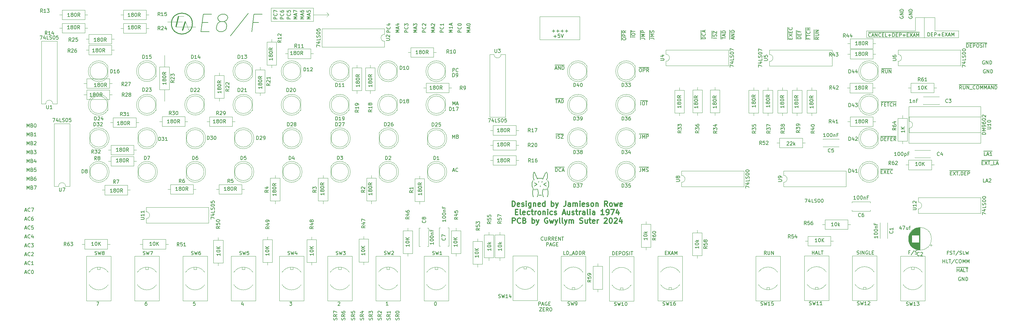
<source format=gbr>
G04 #@! TF.GenerationSoftware,KiCad,Pcbnew,9.0.1*
G04 #@! TF.CreationDate,2025-07-20T11:57:54+10:00*
G04 #@! TF.ProjectId,front panel 9602,66726f6e-7420-4706-916e-656c20393630,rev?*
G04 #@! TF.SameCoordinates,Original*
G04 #@! TF.FileFunction,Legend,Top*
G04 #@! TF.FilePolarity,Positive*
%FSLAX46Y46*%
G04 Gerber Fmt 4.6, Leading zero omitted, Abs format (unit mm)*
G04 Created by KiCad (PCBNEW 9.0.1) date 2025-07-20 11:57:54*
%MOMM*%
%LPD*%
G01*
G04 APERTURE LIST*
%ADD10C,0.120000*%
%ADD11C,0.150000*%
%ADD12C,0.300000*%
%ADD13C,0.200000*%
%ADD14C,0.240000*%
G04 APERTURE END LIST*
D10*
X124695000Y-49825000D02*
X136760000Y-49825000D01*
X314560000Y-48682000D02*
X311512000Y-48682000D01*
X308972000Y-48682000D02*
X311512000Y-48682000D01*
X201530000Y-48428000D02*
X201784000Y-48428000D01*
X124695000Y-46015000D02*
X124695000Y-49825000D01*
X311535000Y-54480000D02*
X295025000Y-54480000D01*
X314560000Y-48936000D02*
X314560000Y-48682000D01*
X136760000Y-49825000D02*
X136760000Y-46015000D01*
X321386000Y-54480000D02*
X321380000Y-52490000D01*
X321418000Y-52492000D02*
X314560000Y-52492000D01*
X141205000Y-47920000D02*
X140570000Y-47285000D01*
X141205000Y-47920000D02*
X140570000Y-48555000D01*
X314560000Y-52492000D02*
X314560000Y-48936000D01*
X212960000Y-48428000D02*
X212960000Y-55032000D01*
X212960000Y-55032000D02*
X201530000Y-55032000D01*
X311512000Y-48682000D02*
X311520000Y-54500000D01*
X295002000Y-52492000D02*
X308972000Y-52492000D01*
X136760000Y-47920000D02*
X141205000Y-47920000D01*
X136760000Y-46015000D02*
X124695000Y-46015000D01*
X308972000Y-52492000D02*
X308972000Y-48682000D01*
X201784000Y-48428000D02*
X212960000Y-48428000D01*
X295010000Y-54490000D02*
X295002000Y-52492000D01*
X201530000Y-55032000D02*
X201530000Y-48428000D01*
X311480000Y-54480000D02*
X321386000Y-54480000D01*
D11*
X54265714Y-114129104D02*
X54741904Y-114129104D01*
X54170476Y-114414819D02*
X54503809Y-113414819D01*
X54503809Y-113414819D02*
X54837142Y-114414819D01*
X55741904Y-114319580D02*
X55694285Y-114367200D01*
X55694285Y-114367200D02*
X55551428Y-114414819D01*
X55551428Y-114414819D02*
X55456190Y-114414819D01*
X55456190Y-114414819D02*
X55313333Y-114367200D01*
X55313333Y-114367200D02*
X55218095Y-114271961D01*
X55218095Y-114271961D02*
X55170476Y-114176723D01*
X55170476Y-114176723D02*
X55122857Y-113986247D01*
X55122857Y-113986247D02*
X55122857Y-113843390D01*
X55122857Y-113843390D02*
X55170476Y-113652914D01*
X55170476Y-113652914D02*
X55218095Y-113557676D01*
X55218095Y-113557676D02*
X55313333Y-113462438D01*
X55313333Y-113462438D02*
X55456190Y-113414819D01*
X55456190Y-113414819D02*
X55551428Y-113414819D01*
X55551428Y-113414819D02*
X55694285Y-113462438D01*
X55694285Y-113462438D02*
X55741904Y-113510057D01*
X56075238Y-113414819D02*
X56694285Y-113414819D01*
X56694285Y-113414819D02*
X56360952Y-113795771D01*
X56360952Y-113795771D02*
X56503809Y-113795771D01*
X56503809Y-113795771D02*
X56599047Y-113843390D01*
X56599047Y-113843390D02*
X56646666Y-113891009D01*
X56646666Y-113891009D02*
X56694285Y-113986247D01*
X56694285Y-113986247D02*
X56694285Y-114224342D01*
X56694285Y-114224342D02*
X56646666Y-114319580D01*
X56646666Y-114319580D02*
X56599047Y-114367200D01*
X56599047Y-114367200D02*
X56503809Y-114414819D01*
X56503809Y-114414819D02*
X56218095Y-114414819D01*
X56218095Y-114414819D02*
X56122857Y-114367200D01*
X56122857Y-114367200D02*
X56075238Y-114319580D01*
X176661905Y-92539104D02*
X177138095Y-92539104D01*
X176566667Y-92824819D02*
X176900000Y-91824819D01*
X176900000Y-91824819D02*
X177233333Y-92824819D01*
X178138095Y-92729580D02*
X178090476Y-92777200D01*
X178090476Y-92777200D02*
X177947619Y-92824819D01*
X177947619Y-92824819D02*
X177852381Y-92824819D01*
X177852381Y-92824819D02*
X177709524Y-92777200D01*
X177709524Y-92777200D02*
X177614286Y-92681961D01*
X177614286Y-92681961D02*
X177566667Y-92586723D01*
X177566667Y-92586723D02*
X177519048Y-92396247D01*
X177519048Y-92396247D02*
X177519048Y-92253390D01*
X177519048Y-92253390D02*
X177566667Y-92062914D01*
X177566667Y-92062914D02*
X177614286Y-91967676D01*
X177614286Y-91967676D02*
X177709524Y-91872438D01*
X177709524Y-91872438D02*
X177852381Y-91824819D01*
X177852381Y-91824819D02*
X177947619Y-91824819D01*
X177947619Y-91824819D02*
X178090476Y-91872438D01*
X178090476Y-91872438D02*
X178138095Y-91920057D01*
D12*
X193685713Y-102763412D02*
X193685713Y-101263412D01*
X193685713Y-101263412D02*
X194042856Y-101263412D01*
X194042856Y-101263412D02*
X194257142Y-101334841D01*
X194257142Y-101334841D02*
X194399999Y-101477698D01*
X194399999Y-101477698D02*
X194471428Y-101620555D01*
X194471428Y-101620555D02*
X194542856Y-101906269D01*
X194542856Y-101906269D02*
X194542856Y-102120555D01*
X194542856Y-102120555D02*
X194471428Y-102406269D01*
X194471428Y-102406269D02*
X194399999Y-102549126D01*
X194399999Y-102549126D02*
X194257142Y-102691984D01*
X194257142Y-102691984D02*
X194042856Y-102763412D01*
X194042856Y-102763412D02*
X193685713Y-102763412D01*
X195757142Y-102691984D02*
X195614285Y-102763412D01*
X195614285Y-102763412D02*
X195328571Y-102763412D01*
X195328571Y-102763412D02*
X195185713Y-102691984D01*
X195185713Y-102691984D02*
X195114285Y-102549126D01*
X195114285Y-102549126D02*
X195114285Y-101977698D01*
X195114285Y-101977698D02*
X195185713Y-101834841D01*
X195185713Y-101834841D02*
X195328571Y-101763412D01*
X195328571Y-101763412D02*
X195614285Y-101763412D01*
X195614285Y-101763412D02*
X195757142Y-101834841D01*
X195757142Y-101834841D02*
X195828571Y-101977698D01*
X195828571Y-101977698D02*
X195828571Y-102120555D01*
X195828571Y-102120555D02*
X195114285Y-102263412D01*
X196399999Y-102691984D02*
X196542856Y-102763412D01*
X196542856Y-102763412D02*
X196828570Y-102763412D01*
X196828570Y-102763412D02*
X196971427Y-102691984D01*
X196971427Y-102691984D02*
X197042856Y-102549126D01*
X197042856Y-102549126D02*
X197042856Y-102477698D01*
X197042856Y-102477698D02*
X196971427Y-102334841D01*
X196971427Y-102334841D02*
X196828570Y-102263412D01*
X196828570Y-102263412D02*
X196614285Y-102263412D01*
X196614285Y-102263412D02*
X196471427Y-102191984D01*
X196471427Y-102191984D02*
X196399999Y-102049126D01*
X196399999Y-102049126D02*
X196399999Y-101977698D01*
X196399999Y-101977698D02*
X196471427Y-101834841D01*
X196471427Y-101834841D02*
X196614285Y-101763412D01*
X196614285Y-101763412D02*
X196828570Y-101763412D01*
X196828570Y-101763412D02*
X196971427Y-101834841D01*
X197685713Y-102763412D02*
X197685713Y-101763412D01*
X197685713Y-101263412D02*
X197614285Y-101334841D01*
X197614285Y-101334841D02*
X197685713Y-101406269D01*
X197685713Y-101406269D02*
X197757142Y-101334841D01*
X197757142Y-101334841D02*
X197685713Y-101263412D01*
X197685713Y-101263412D02*
X197685713Y-101406269D01*
X199042857Y-101763412D02*
X199042857Y-102977698D01*
X199042857Y-102977698D02*
X198971428Y-103120555D01*
X198971428Y-103120555D02*
X198899999Y-103191984D01*
X198899999Y-103191984D02*
X198757142Y-103263412D01*
X198757142Y-103263412D02*
X198542857Y-103263412D01*
X198542857Y-103263412D02*
X198399999Y-103191984D01*
X199042857Y-102691984D02*
X198899999Y-102763412D01*
X198899999Y-102763412D02*
X198614285Y-102763412D01*
X198614285Y-102763412D02*
X198471428Y-102691984D01*
X198471428Y-102691984D02*
X198399999Y-102620555D01*
X198399999Y-102620555D02*
X198328571Y-102477698D01*
X198328571Y-102477698D02*
X198328571Y-102049126D01*
X198328571Y-102049126D02*
X198399999Y-101906269D01*
X198399999Y-101906269D02*
X198471428Y-101834841D01*
X198471428Y-101834841D02*
X198614285Y-101763412D01*
X198614285Y-101763412D02*
X198899999Y-101763412D01*
X198899999Y-101763412D02*
X199042857Y-101834841D01*
X199757142Y-101763412D02*
X199757142Y-102763412D01*
X199757142Y-101906269D02*
X199828571Y-101834841D01*
X199828571Y-101834841D02*
X199971428Y-101763412D01*
X199971428Y-101763412D02*
X200185714Y-101763412D01*
X200185714Y-101763412D02*
X200328571Y-101834841D01*
X200328571Y-101834841D02*
X200400000Y-101977698D01*
X200400000Y-101977698D02*
X200400000Y-102763412D01*
X201685714Y-102691984D02*
X201542857Y-102763412D01*
X201542857Y-102763412D02*
X201257143Y-102763412D01*
X201257143Y-102763412D02*
X201114285Y-102691984D01*
X201114285Y-102691984D02*
X201042857Y-102549126D01*
X201042857Y-102549126D02*
X201042857Y-101977698D01*
X201042857Y-101977698D02*
X201114285Y-101834841D01*
X201114285Y-101834841D02*
X201257143Y-101763412D01*
X201257143Y-101763412D02*
X201542857Y-101763412D01*
X201542857Y-101763412D02*
X201685714Y-101834841D01*
X201685714Y-101834841D02*
X201757143Y-101977698D01*
X201757143Y-101977698D02*
X201757143Y-102120555D01*
X201757143Y-102120555D02*
X201042857Y-102263412D01*
X203042857Y-102763412D02*
X203042857Y-101263412D01*
X203042857Y-102691984D02*
X202899999Y-102763412D01*
X202899999Y-102763412D02*
X202614285Y-102763412D01*
X202614285Y-102763412D02*
X202471428Y-102691984D01*
X202471428Y-102691984D02*
X202399999Y-102620555D01*
X202399999Y-102620555D02*
X202328571Y-102477698D01*
X202328571Y-102477698D02*
X202328571Y-102049126D01*
X202328571Y-102049126D02*
X202399999Y-101906269D01*
X202399999Y-101906269D02*
X202471428Y-101834841D01*
X202471428Y-101834841D02*
X202614285Y-101763412D01*
X202614285Y-101763412D02*
X202899999Y-101763412D01*
X202899999Y-101763412D02*
X203042857Y-101834841D01*
X204899999Y-102763412D02*
X204899999Y-101263412D01*
X204899999Y-101834841D02*
X205042857Y-101763412D01*
X205042857Y-101763412D02*
X205328571Y-101763412D01*
X205328571Y-101763412D02*
X205471428Y-101834841D01*
X205471428Y-101834841D02*
X205542857Y-101906269D01*
X205542857Y-101906269D02*
X205614285Y-102049126D01*
X205614285Y-102049126D02*
X205614285Y-102477698D01*
X205614285Y-102477698D02*
X205542857Y-102620555D01*
X205542857Y-102620555D02*
X205471428Y-102691984D01*
X205471428Y-102691984D02*
X205328571Y-102763412D01*
X205328571Y-102763412D02*
X205042857Y-102763412D01*
X205042857Y-102763412D02*
X204899999Y-102691984D01*
X206114285Y-101763412D02*
X206471428Y-102763412D01*
X206828571Y-101763412D02*
X206471428Y-102763412D01*
X206471428Y-102763412D02*
X206328571Y-103120555D01*
X206328571Y-103120555D02*
X206257142Y-103191984D01*
X206257142Y-103191984D02*
X206114285Y-103263412D01*
X208971428Y-101263412D02*
X208971428Y-102334841D01*
X208971428Y-102334841D02*
X208899999Y-102549126D01*
X208899999Y-102549126D02*
X208757142Y-102691984D01*
X208757142Y-102691984D02*
X208542856Y-102763412D01*
X208542856Y-102763412D02*
X208399999Y-102763412D01*
X210328571Y-102763412D02*
X210328571Y-101977698D01*
X210328571Y-101977698D02*
X210257142Y-101834841D01*
X210257142Y-101834841D02*
X210114285Y-101763412D01*
X210114285Y-101763412D02*
X209828571Y-101763412D01*
X209828571Y-101763412D02*
X209685713Y-101834841D01*
X210328571Y-102691984D02*
X210185713Y-102763412D01*
X210185713Y-102763412D02*
X209828571Y-102763412D01*
X209828571Y-102763412D02*
X209685713Y-102691984D01*
X209685713Y-102691984D02*
X209614285Y-102549126D01*
X209614285Y-102549126D02*
X209614285Y-102406269D01*
X209614285Y-102406269D02*
X209685713Y-102263412D01*
X209685713Y-102263412D02*
X209828571Y-102191984D01*
X209828571Y-102191984D02*
X210185713Y-102191984D01*
X210185713Y-102191984D02*
X210328571Y-102120555D01*
X211042856Y-102763412D02*
X211042856Y-101763412D01*
X211042856Y-101906269D02*
X211114285Y-101834841D01*
X211114285Y-101834841D02*
X211257142Y-101763412D01*
X211257142Y-101763412D02*
X211471428Y-101763412D01*
X211471428Y-101763412D02*
X211614285Y-101834841D01*
X211614285Y-101834841D02*
X211685714Y-101977698D01*
X211685714Y-101977698D02*
X211685714Y-102763412D01*
X211685714Y-101977698D02*
X211757142Y-101834841D01*
X211757142Y-101834841D02*
X211899999Y-101763412D01*
X211899999Y-101763412D02*
X212114285Y-101763412D01*
X212114285Y-101763412D02*
X212257142Y-101834841D01*
X212257142Y-101834841D02*
X212328571Y-101977698D01*
X212328571Y-101977698D02*
X212328571Y-102763412D01*
X213042856Y-102763412D02*
X213042856Y-101763412D01*
X213042856Y-101263412D02*
X212971428Y-101334841D01*
X212971428Y-101334841D02*
X213042856Y-101406269D01*
X213042856Y-101406269D02*
X213114285Y-101334841D01*
X213114285Y-101334841D02*
X213042856Y-101263412D01*
X213042856Y-101263412D02*
X213042856Y-101406269D01*
X214328571Y-102691984D02*
X214185714Y-102763412D01*
X214185714Y-102763412D02*
X213900000Y-102763412D01*
X213900000Y-102763412D02*
X213757142Y-102691984D01*
X213757142Y-102691984D02*
X213685714Y-102549126D01*
X213685714Y-102549126D02*
X213685714Y-101977698D01*
X213685714Y-101977698D02*
X213757142Y-101834841D01*
X213757142Y-101834841D02*
X213900000Y-101763412D01*
X213900000Y-101763412D02*
X214185714Y-101763412D01*
X214185714Y-101763412D02*
X214328571Y-101834841D01*
X214328571Y-101834841D02*
X214400000Y-101977698D01*
X214400000Y-101977698D02*
X214400000Y-102120555D01*
X214400000Y-102120555D02*
X213685714Y-102263412D01*
X214971428Y-102691984D02*
X215114285Y-102763412D01*
X215114285Y-102763412D02*
X215399999Y-102763412D01*
X215399999Y-102763412D02*
X215542856Y-102691984D01*
X215542856Y-102691984D02*
X215614285Y-102549126D01*
X215614285Y-102549126D02*
X215614285Y-102477698D01*
X215614285Y-102477698D02*
X215542856Y-102334841D01*
X215542856Y-102334841D02*
X215399999Y-102263412D01*
X215399999Y-102263412D02*
X215185714Y-102263412D01*
X215185714Y-102263412D02*
X215042856Y-102191984D01*
X215042856Y-102191984D02*
X214971428Y-102049126D01*
X214971428Y-102049126D02*
X214971428Y-101977698D01*
X214971428Y-101977698D02*
X215042856Y-101834841D01*
X215042856Y-101834841D02*
X215185714Y-101763412D01*
X215185714Y-101763412D02*
X215399999Y-101763412D01*
X215399999Y-101763412D02*
X215542856Y-101834841D01*
X216471428Y-102763412D02*
X216328571Y-102691984D01*
X216328571Y-102691984D02*
X216257142Y-102620555D01*
X216257142Y-102620555D02*
X216185714Y-102477698D01*
X216185714Y-102477698D02*
X216185714Y-102049126D01*
X216185714Y-102049126D02*
X216257142Y-101906269D01*
X216257142Y-101906269D02*
X216328571Y-101834841D01*
X216328571Y-101834841D02*
X216471428Y-101763412D01*
X216471428Y-101763412D02*
X216685714Y-101763412D01*
X216685714Y-101763412D02*
X216828571Y-101834841D01*
X216828571Y-101834841D02*
X216900000Y-101906269D01*
X216900000Y-101906269D02*
X216971428Y-102049126D01*
X216971428Y-102049126D02*
X216971428Y-102477698D01*
X216971428Y-102477698D02*
X216900000Y-102620555D01*
X216900000Y-102620555D02*
X216828571Y-102691984D01*
X216828571Y-102691984D02*
X216685714Y-102763412D01*
X216685714Y-102763412D02*
X216471428Y-102763412D01*
X217614285Y-101763412D02*
X217614285Y-102763412D01*
X217614285Y-101906269D02*
X217685714Y-101834841D01*
X217685714Y-101834841D02*
X217828571Y-101763412D01*
X217828571Y-101763412D02*
X218042857Y-101763412D01*
X218042857Y-101763412D02*
X218185714Y-101834841D01*
X218185714Y-101834841D02*
X218257143Y-101977698D01*
X218257143Y-101977698D02*
X218257143Y-102763412D01*
X220971428Y-102763412D02*
X220471428Y-102049126D01*
X220114285Y-102763412D02*
X220114285Y-101263412D01*
X220114285Y-101263412D02*
X220685714Y-101263412D01*
X220685714Y-101263412D02*
X220828571Y-101334841D01*
X220828571Y-101334841D02*
X220900000Y-101406269D01*
X220900000Y-101406269D02*
X220971428Y-101549126D01*
X220971428Y-101549126D02*
X220971428Y-101763412D01*
X220971428Y-101763412D02*
X220900000Y-101906269D01*
X220900000Y-101906269D02*
X220828571Y-101977698D01*
X220828571Y-101977698D02*
X220685714Y-102049126D01*
X220685714Y-102049126D02*
X220114285Y-102049126D01*
X221828571Y-102763412D02*
X221685714Y-102691984D01*
X221685714Y-102691984D02*
X221614285Y-102620555D01*
X221614285Y-102620555D02*
X221542857Y-102477698D01*
X221542857Y-102477698D02*
X221542857Y-102049126D01*
X221542857Y-102049126D02*
X221614285Y-101906269D01*
X221614285Y-101906269D02*
X221685714Y-101834841D01*
X221685714Y-101834841D02*
X221828571Y-101763412D01*
X221828571Y-101763412D02*
X222042857Y-101763412D01*
X222042857Y-101763412D02*
X222185714Y-101834841D01*
X222185714Y-101834841D02*
X222257143Y-101906269D01*
X222257143Y-101906269D02*
X222328571Y-102049126D01*
X222328571Y-102049126D02*
X222328571Y-102477698D01*
X222328571Y-102477698D02*
X222257143Y-102620555D01*
X222257143Y-102620555D02*
X222185714Y-102691984D01*
X222185714Y-102691984D02*
X222042857Y-102763412D01*
X222042857Y-102763412D02*
X221828571Y-102763412D01*
X222828571Y-101763412D02*
X223114286Y-102763412D01*
X223114286Y-102763412D02*
X223400000Y-102049126D01*
X223400000Y-102049126D02*
X223685714Y-102763412D01*
X223685714Y-102763412D02*
X223971428Y-101763412D01*
X225114286Y-102691984D02*
X224971429Y-102763412D01*
X224971429Y-102763412D02*
X224685715Y-102763412D01*
X224685715Y-102763412D02*
X224542857Y-102691984D01*
X224542857Y-102691984D02*
X224471429Y-102549126D01*
X224471429Y-102549126D02*
X224471429Y-101977698D01*
X224471429Y-101977698D02*
X224542857Y-101834841D01*
X224542857Y-101834841D02*
X224685715Y-101763412D01*
X224685715Y-101763412D02*
X224971429Y-101763412D01*
X224971429Y-101763412D02*
X225114286Y-101834841D01*
X225114286Y-101834841D02*
X225185715Y-101977698D01*
X225185715Y-101977698D02*
X225185715Y-102120555D01*
X225185715Y-102120555D02*
X224471429Y-102263412D01*
X194614286Y-104392614D02*
X195114286Y-104392614D01*
X195328572Y-105178328D02*
X194614286Y-105178328D01*
X194614286Y-105178328D02*
X194614286Y-103678328D01*
X194614286Y-103678328D02*
X195328572Y-103678328D01*
X196185715Y-105178328D02*
X196042858Y-105106900D01*
X196042858Y-105106900D02*
X195971429Y-104964042D01*
X195971429Y-104964042D02*
X195971429Y-103678328D01*
X197328572Y-105106900D02*
X197185715Y-105178328D01*
X197185715Y-105178328D02*
X196900001Y-105178328D01*
X196900001Y-105178328D02*
X196757143Y-105106900D01*
X196757143Y-105106900D02*
X196685715Y-104964042D01*
X196685715Y-104964042D02*
X196685715Y-104392614D01*
X196685715Y-104392614D02*
X196757143Y-104249757D01*
X196757143Y-104249757D02*
X196900001Y-104178328D01*
X196900001Y-104178328D02*
X197185715Y-104178328D01*
X197185715Y-104178328D02*
X197328572Y-104249757D01*
X197328572Y-104249757D02*
X197400001Y-104392614D01*
X197400001Y-104392614D02*
X197400001Y-104535471D01*
X197400001Y-104535471D02*
X196685715Y-104678328D01*
X198685715Y-105106900D02*
X198542857Y-105178328D01*
X198542857Y-105178328D02*
X198257143Y-105178328D01*
X198257143Y-105178328D02*
X198114286Y-105106900D01*
X198114286Y-105106900D02*
X198042857Y-105035471D01*
X198042857Y-105035471D02*
X197971429Y-104892614D01*
X197971429Y-104892614D02*
X197971429Y-104464042D01*
X197971429Y-104464042D02*
X198042857Y-104321185D01*
X198042857Y-104321185D02*
X198114286Y-104249757D01*
X198114286Y-104249757D02*
X198257143Y-104178328D01*
X198257143Y-104178328D02*
X198542857Y-104178328D01*
X198542857Y-104178328D02*
X198685715Y-104249757D01*
X199114286Y-104178328D02*
X199685714Y-104178328D01*
X199328571Y-103678328D02*
X199328571Y-104964042D01*
X199328571Y-104964042D02*
X199400000Y-105106900D01*
X199400000Y-105106900D02*
X199542857Y-105178328D01*
X199542857Y-105178328D02*
X199685714Y-105178328D01*
X200185714Y-105178328D02*
X200185714Y-104178328D01*
X200185714Y-104464042D02*
X200257143Y-104321185D01*
X200257143Y-104321185D02*
X200328572Y-104249757D01*
X200328572Y-104249757D02*
X200471429Y-104178328D01*
X200471429Y-104178328D02*
X200614286Y-104178328D01*
X201328571Y-105178328D02*
X201185714Y-105106900D01*
X201185714Y-105106900D02*
X201114285Y-105035471D01*
X201114285Y-105035471D02*
X201042857Y-104892614D01*
X201042857Y-104892614D02*
X201042857Y-104464042D01*
X201042857Y-104464042D02*
X201114285Y-104321185D01*
X201114285Y-104321185D02*
X201185714Y-104249757D01*
X201185714Y-104249757D02*
X201328571Y-104178328D01*
X201328571Y-104178328D02*
X201542857Y-104178328D01*
X201542857Y-104178328D02*
X201685714Y-104249757D01*
X201685714Y-104249757D02*
X201757143Y-104321185D01*
X201757143Y-104321185D02*
X201828571Y-104464042D01*
X201828571Y-104464042D02*
X201828571Y-104892614D01*
X201828571Y-104892614D02*
X201757143Y-105035471D01*
X201757143Y-105035471D02*
X201685714Y-105106900D01*
X201685714Y-105106900D02*
X201542857Y-105178328D01*
X201542857Y-105178328D02*
X201328571Y-105178328D01*
X202471428Y-104178328D02*
X202471428Y-105178328D01*
X202471428Y-104321185D02*
X202542857Y-104249757D01*
X202542857Y-104249757D02*
X202685714Y-104178328D01*
X202685714Y-104178328D02*
X202900000Y-104178328D01*
X202900000Y-104178328D02*
X203042857Y-104249757D01*
X203042857Y-104249757D02*
X203114286Y-104392614D01*
X203114286Y-104392614D02*
X203114286Y-105178328D01*
X203828571Y-105178328D02*
X203828571Y-104178328D01*
X203828571Y-103678328D02*
X203757143Y-103749757D01*
X203757143Y-103749757D02*
X203828571Y-103821185D01*
X203828571Y-103821185D02*
X203900000Y-103749757D01*
X203900000Y-103749757D02*
X203828571Y-103678328D01*
X203828571Y-103678328D02*
X203828571Y-103821185D01*
X205185715Y-105106900D02*
X205042857Y-105178328D01*
X205042857Y-105178328D02*
X204757143Y-105178328D01*
X204757143Y-105178328D02*
X204614286Y-105106900D01*
X204614286Y-105106900D02*
X204542857Y-105035471D01*
X204542857Y-105035471D02*
X204471429Y-104892614D01*
X204471429Y-104892614D02*
X204471429Y-104464042D01*
X204471429Y-104464042D02*
X204542857Y-104321185D01*
X204542857Y-104321185D02*
X204614286Y-104249757D01*
X204614286Y-104249757D02*
X204757143Y-104178328D01*
X204757143Y-104178328D02*
X205042857Y-104178328D01*
X205042857Y-104178328D02*
X205185715Y-104249757D01*
X205757143Y-105106900D02*
X205900000Y-105178328D01*
X205900000Y-105178328D02*
X206185714Y-105178328D01*
X206185714Y-105178328D02*
X206328571Y-105106900D01*
X206328571Y-105106900D02*
X206400000Y-104964042D01*
X206400000Y-104964042D02*
X206400000Y-104892614D01*
X206400000Y-104892614D02*
X206328571Y-104749757D01*
X206328571Y-104749757D02*
X206185714Y-104678328D01*
X206185714Y-104678328D02*
X205971429Y-104678328D01*
X205971429Y-104678328D02*
X205828571Y-104606900D01*
X205828571Y-104606900D02*
X205757143Y-104464042D01*
X205757143Y-104464042D02*
X205757143Y-104392614D01*
X205757143Y-104392614D02*
X205828571Y-104249757D01*
X205828571Y-104249757D02*
X205971429Y-104178328D01*
X205971429Y-104178328D02*
X206185714Y-104178328D01*
X206185714Y-104178328D02*
X206328571Y-104249757D01*
X208114286Y-104749757D02*
X208828572Y-104749757D01*
X207971429Y-105178328D02*
X208471429Y-103678328D01*
X208471429Y-103678328D02*
X208971429Y-105178328D01*
X210114286Y-104178328D02*
X210114286Y-105178328D01*
X209471428Y-104178328D02*
X209471428Y-104964042D01*
X209471428Y-104964042D02*
X209542857Y-105106900D01*
X209542857Y-105106900D02*
X209685714Y-105178328D01*
X209685714Y-105178328D02*
X209900000Y-105178328D01*
X209900000Y-105178328D02*
X210042857Y-105106900D01*
X210042857Y-105106900D02*
X210114286Y-105035471D01*
X210757143Y-105106900D02*
X210900000Y-105178328D01*
X210900000Y-105178328D02*
X211185714Y-105178328D01*
X211185714Y-105178328D02*
X211328571Y-105106900D01*
X211328571Y-105106900D02*
X211400000Y-104964042D01*
X211400000Y-104964042D02*
X211400000Y-104892614D01*
X211400000Y-104892614D02*
X211328571Y-104749757D01*
X211328571Y-104749757D02*
X211185714Y-104678328D01*
X211185714Y-104678328D02*
X210971429Y-104678328D01*
X210971429Y-104678328D02*
X210828571Y-104606900D01*
X210828571Y-104606900D02*
X210757143Y-104464042D01*
X210757143Y-104464042D02*
X210757143Y-104392614D01*
X210757143Y-104392614D02*
X210828571Y-104249757D01*
X210828571Y-104249757D02*
X210971429Y-104178328D01*
X210971429Y-104178328D02*
X211185714Y-104178328D01*
X211185714Y-104178328D02*
X211328571Y-104249757D01*
X211828572Y-104178328D02*
X212400000Y-104178328D01*
X212042857Y-103678328D02*
X212042857Y-104964042D01*
X212042857Y-104964042D02*
X212114286Y-105106900D01*
X212114286Y-105106900D02*
X212257143Y-105178328D01*
X212257143Y-105178328D02*
X212400000Y-105178328D01*
X212900000Y-105178328D02*
X212900000Y-104178328D01*
X212900000Y-104464042D02*
X212971429Y-104321185D01*
X212971429Y-104321185D02*
X213042858Y-104249757D01*
X213042858Y-104249757D02*
X213185715Y-104178328D01*
X213185715Y-104178328D02*
X213328572Y-104178328D01*
X214471429Y-105178328D02*
X214471429Y-104392614D01*
X214471429Y-104392614D02*
X214400000Y-104249757D01*
X214400000Y-104249757D02*
X214257143Y-104178328D01*
X214257143Y-104178328D02*
X213971429Y-104178328D01*
X213971429Y-104178328D02*
X213828571Y-104249757D01*
X214471429Y-105106900D02*
X214328571Y-105178328D01*
X214328571Y-105178328D02*
X213971429Y-105178328D01*
X213971429Y-105178328D02*
X213828571Y-105106900D01*
X213828571Y-105106900D02*
X213757143Y-104964042D01*
X213757143Y-104964042D02*
X213757143Y-104821185D01*
X213757143Y-104821185D02*
X213828571Y-104678328D01*
X213828571Y-104678328D02*
X213971429Y-104606900D01*
X213971429Y-104606900D02*
X214328571Y-104606900D01*
X214328571Y-104606900D02*
X214471429Y-104535471D01*
X215400000Y-105178328D02*
X215257143Y-105106900D01*
X215257143Y-105106900D02*
X215185714Y-104964042D01*
X215185714Y-104964042D02*
X215185714Y-103678328D01*
X215971428Y-105178328D02*
X215971428Y-104178328D01*
X215971428Y-103678328D02*
X215900000Y-103749757D01*
X215900000Y-103749757D02*
X215971428Y-103821185D01*
X215971428Y-103821185D02*
X216042857Y-103749757D01*
X216042857Y-103749757D02*
X215971428Y-103678328D01*
X215971428Y-103678328D02*
X215971428Y-103821185D01*
X217328572Y-105178328D02*
X217328572Y-104392614D01*
X217328572Y-104392614D02*
X217257143Y-104249757D01*
X217257143Y-104249757D02*
X217114286Y-104178328D01*
X217114286Y-104178328D02*
X216828572Y-104178328D01*
X216828572Y-104178328D02*
X216685714Y-104249757D01*
X217328572Y-105106900D02*
X217185714Y-105178328D01*
X217185714Y-105178328D02*
X216828572Y-105178328D01*
X216828572Y-105178328D02*
X216685714Y-105106900D01*
X216685714Y-105106900D02*
X216614286Y-104964042D01*
X216614286Y-104964042D02*
X216614286Y-104821185D01*
X216614286Y-104821185D02*
X216685714Y-104678328D01*
X216685714Y-104678328D02*
X216828572Y-104606900D01*
X216828572Y-104606900D02*
X217185714Y-104606900D01*
X217185714Y-104606900D02*
X217328572Y-104535471D01*
X219971429Y-105178328D02*
X219114286Y-105178328D01*
X219542857Y-105178328D02*
X219542857Y-103678328D01*
X219542857Y-103678328D02*
X219400000Y-103892614D01*
X219400000Y-103892614D02*
X219257143Y-104035471D01*
X219257143Y-104035471D02*
X219114286Y-104106900D01*
X220685714Y-105178328D02*
X220971428Y-105178328D01*
X220971428Y-105178328D02*
X221114285Y-105106900D01*
X221114285Y-105106900D02*
X221185714Y-105035471D01*
X221185714Y-105035471D02*
X221328571Y-104821185D01*
X221328571Y-104821185D02*
X221400000Y-104535471D01*
X221400000Y-104535471D02*
X221400000Y-103964042D01*
X221400000Y-103964042D02*
X221328571Y-103821185D01*
X221328571Y-103821185D02*
X221257143Y-103749757D01*
X221257143Y-103749757D02*
X221114285Y-103678328D01*
X221114285Y-103678328D02*
X220828571Y-103678328D01*
X220828571Y-103678328D02*
X220685714Y-103749757D01*
X220685714Y-103749757D02*
X220614285Y-103821185D01*
X220614285Y-103821185D02*
X220542857Y-103964042D01*
X220542857Y-103964042D02*
X220542857Y-104321185D01*
X220542857Y-104321185D02*
X220614285Y-104464042D01*
X220614285Y-104464042D02*
X220685714Y-104535471D01*
X220685714Y-104535471D02*
X220828571Y-104606900D01*
X220828571Y-104606900D02*
X221114285Y-104606900D01*
X221114285Y-104606900D02*
X221257143Y-104535471D01*
X221257143Y-104535471D02*
X221328571Y-104464042D01*
X221328571Y-104464042D02*
X221400000Y-104321185D01*
X221899999Y-103678328D02*
X222899999Y-103678328D01*
X222899999Y-103678328D02*
X222257142Y-105178328D01*
X224114285Y-104178328D02*
X224114285Y-105178328D01*
X223757142Y-103606900D02*
X223399999Y-104678328D01*
X223399999Y-104678328D02*
X224328570Y-104678328D01*
X193721430Y-107593244D02*
X193721430Y-106093244D01*
X193721430Y-106093244D02*
X194292859Y-106093244D01*
X194292859Y-106093244D02*
X194435716Y-106164673D01*
X194435716Y-106164673D02*
X194507145Y-106236101D01*
X194507145Y-106236101D02*
X194578573Y-106378958D01*
X194578573Y-106378958D02*
X194578573Y-106593244D01*
X194578573Y-106593244D02*
X194507145Y-106736101D01*
X194507145Y-106736101D02*
X194435716Y-106807530D01*
X194435716Y-106807530D02*
X194292859Y-106878958D01*
X194292859Y-106878958D02*
X193721430Y-106878958D01*
X196078573Y-107450387D02*
X196007145Y-107521816D01*
X196007145Y-107521816D02*
X195792859Y-107593244D01*
X195792859Y-107593244D02*
X195650002Y-107593244D01*
X195650002Y-107593244D02*
X195435716Y-107521816D01*
X195435716Y-107521816D02*
X195292859Y-107378958D01*
X195292859Y-107378958D02*
X195221430Y-107236101D01*
X195221430Y-107236101D02*
X195150002Y-106950387D01*
X195150002Y-106950387D02*
X195150002Y-106736101D01*
X195150002Y-106736101D02*
X195221430Y-106450387D01*
X195221430Y-106450387D02*
X195292859Y-106307530D01*
X195292859Y-106307530D02*
X195435716Y-106164673D01*
X195435716Y-106164673D02*
X195650002Y-106093244D01*
X195650002Y-106093244D02*
X195792859Y-106093244D01*
X195792859Y-106093244D02*
X196007145Y-106164673D01*
X196007145Y-106164673D02*
X196078573Y-106236101D01*
X197221430Y-106807530D02*
X197435716Y-106878958D01*
X197435716Y-106878958D02*
X197507145Y-106950387D01*
X197507145Y-106950387D02*
X197578573Y-107093244D01*
X197578573Y-107093244D02*
X197578573Y-107307530D01*
X197578573Y-107307530D02*
X197507145Y-107450387D01*
X197507145Y-107450387D02*
X197435716Y-107521816D01*
X197435716Y-107521816D02*
X197292859Y-107593244D01*
X197292859Y-107593244D02*
X196721430Y-107593244D01*
X196721430Y-107593244D02*
X196721430Y-106093244D01*
X196721430Y-106093244D02*
X197221430Y-106093244D01*
X197221430Y-106093244D02*
X197364288Y-106164673D01*
X197364288Y-106164673D02*
X197435716Y-106236101D01*
X197435716Y-106236101D02*
X197507145Y-106378958D01*
X197507145Y-106378958D02*
X197507145Y-106521816D01*
X197507145Y-106521816D02*
X197435716Y-106664673D01*
X197435716Y-106664673D02*
X197364288Y-106736101D01*
X197364288Y-106736101D02*
X197221430Y-106807530D01*
X197221430Y-106807530D02*
X196721430Y-106807530D01*
X199364287Y-107593244D02*
X199364287Y-106093244D01*
X199364287Y-106664673D02*
X199507145Y-106593244D01*
X199507145Y-106593244D02*
X199792859Y-106593244D01*
X199792859Y-106593244D02*
X199935716Y-106664673D01*
X199935716Y-106664673D02*
X200007145Y-106736101D01*
X200007145Y-106736101D02*
X200078573Y-106878958D01*
X200078573Y-106878958D02*
X200078573Y-107307530D01*
X200078573Y-107307530D02*
X200007145Y-107450387D01*
X200007145Y-107450387D02*
X199935716Y-107521816D01*
X199935716Y-107521816D02*
X199792859Y-107593244D01*
X199792859Y-107593244D02*
X199507145Y-107593244D01*
X199507145Y-107593244D02*
X199364287Y-107521816D01*
X200578573Y-106593244D02*
X200935716Y-107593244D01*
X201292859Y-106593244D02*
X200935716Y-107593244D01*
X200935716Y-107593244D02*
X200792859Y-107950387D01*
X200792859Y-107950387D02*
X200721430Y-108021816D01*
X200721430Y-108021816D02*
X200578573Y-108093244D01*
X203792859Y-106164673D02*
X203650002Y-106093244D01*
X203650002Y-106093244D02*
X203435716Y-106093244D01*
X203435716Y-106093244D02*
X203221430Y-106164673D01*
X203221430Y-106164673D02*
X203078573Y-106307530D01*
X203078573Y-106307530D02*
X203007144Y-106450387D01*
X203007144Y-106450387D02*
X202935716Y-106736101D01*
X202935716Y-106736101D02*
X202935716Y-106950387D01*
X202935716Y-106950387D02*
X203007144Y-107236101D01*
X203007144Y-107236101D02*
X203078573Y-107378958D01*
X203078573Y-107378958D02*
X203221430Y-107521816D01*
X203221430Y-107521816D02*
X203435716Y-107593244D01*
X203435716Y-107593244D02*
X203578573Y-107593244D01*
X203578573Y-107593244D02*
X203792859Y-107521816D01*
X203792859Y-107521816D02*
X203864287Y-107450387D01*
X203864287Y-107450387D02*
X203864287Y-106950387D01*
X203864287Y-106950387D02*
X203578573Y-106950387D01*
X204364287Y-106593244D02*
X204650002Y-107593244D01*
X204650002Y-107593244D02*
X204935716Y-106878958D01*
X204935716Y-106878958D02*
X205221430Y-107593244D01*
X205221430Y-107593244D02*
X205507144Y-106593244D01*
X205935716Y-106593244D02*
X206292859Y-107593244D01*
X206650002Y-106593244D02*
X206292859Y-107593244D01*
X206292859Y-107593244D02*
X206150002Y-107950387D01*
X206150002Y-107950387D02*
X206078573Y-108021816D01*
X206078573Y-108021816D02*
X205935716Y-108093244D01*
X207435716Y-107593244D02*
X207292859Y-107521816D01*
X207292859Y-107521816D02*
X207221430Y-107378958D01*
X207221430Y-107378958D02*
X207221430Y-106093244D01*
X208221430Y-107593244D02*
X208078573Y-107521816D01*
X208078573Y-107521816D02*
X208007144Y-107378958D01*
X208007144Y-107378958D02*
X208007144Y-106093244D01*
X208650001Y-106593244D02*
X209007144Y-107593244D01*
X209364287Y-106593244D02*
X209007144Y-107593244D01*
X209007144Y-107593244D02*
X208864287Y-107950387D01*
X208864287Y-107950387D02*
X208792858Y-108021816D01*
X208792858Y-108021816D02*
X208650001Y-108093244D01*
X209935715Y-107593244D02*
X209935715Y-106593244D01*
X209935715Y-106736101D02*
X210007144Y-106664673D01*
X210007144Y-106664673D02*
X210150001Y-106593244D01*
X210150001Y-106593244D02*
X210364287Y-106593244D01*
X210364287Y-106593244D02*
X210507144Y-106664673D01*
X210507144Y-106664673D02*
X210578573Y-106807530D01*
X210578573Y-106807530D02*
X210578573Y-107593244D01*
X210578573Y-106807530D02*
X210650001Y-106664673D01*
X210650001Y-106664673D02*
X210792858Y-106593244D01*
X210792858Y-106593244D02*
X211007144Y-106593244D01*
X211007144Y-106593244D02*
X211150001Y-106664673D01*
X211150001Y-106664673D02*
X211221430Y-106807530D01*
X211221430Y-106807530D02*
X211221430Y-107593244D01*
X213007144Y-107521816D02*
X213221430Y-107593244D01*
X213221430Y-107593244D02*
X213578572Y-107593244D01*
X213578572Y-107593244D02*
X213721430Y-107521816D01*
X213721430Y-107521816D02*
X213792858Y-107450387D01*
X213792858Y-107450387D02*
X213864287Y-107307530D01*
X213864287Y-107307530D02*
X213864287Y-107164673D01*
X213864287Y-107164673D02*
X213792858Y-107021816D01*
X213792858Y-107021816D02*
X213721430Y-106950387D01*
X213721430Y-106950387D02*
X213578572Y-106878958D01*
X213578572Y-106878958D02*
X213292858Y-106807530D01*
X213292858Y-106807530D02*
X213150001Y-106736101D01*
X213150001Y-106736101D02*
X213078572Y-106664673D01*
X213078572Y-106664673D02*
X213007144Y-106521816D01*
X213007144Y-106521816D02*
X213007144Y-106378958D01*
X213007144Y-106378958D02*
X213078572Y-106236101D01*
X213078572Y-106236101D02*
X213150001Y-106164673D01*
X213150001Y-106164673D02*
X213292858Y-106093244D01*
X213292858Y-106093244D02*
X213650001Y-106093244D01*
X213650001Y-106093244D02*
X213864287Y-106164673D01*
X215150001Y-106593244D02*
X215150001Y-107593244D01*
X214507143Y-106593244D02*
X214507143Y-107378958D01*
X214507143Y-107378958D02*
X214578572Y-107521816D01*
X214578572Y-107521816D02*
X214721429Y-107593244D01*
X214721429Y-107593244D02*
X214935715Y-107593244D01*
X214935715Y-107593244D02*
X215078572Y-107521816D01*
X215078572Y-107521816D02*
X215150001Y-107450387D01*
X215650001Y-106593244D02*
X216221429Y-106593244D01*
X215864286Y-106093244D02*
X215864286Y-107378958D01*
X215864286Y-107378958D02*
X215935715Y-107521816D01*
X215935715Y-107521816D02*
X216078572Y-107593244D01*
X216078572Y-107593244D02*
X216221429Y-107593244D01*
X217292858Y-107521816D02*
X217150001Y-107593244D01*
X217150001Y-107593244D02*
X216864287Y-107593244D01*
X216864287Y-107593244D02*
X216721429Y-107521816D01*
X216721429Y-107521816D02*
X216650001Y-107378958D01*
X216650001Y-107378958D02*
X216650001Y-106807530D01*
X216650001Y-106807530D02*
X216721429Y-106664673D01*
X216721429Y-106664673D02*
X216864287Y-106593244D01*
X216864287Y-106593244D02*
X217150001Y-106593244D01*
X217150001Y-106593244D02*
X217292858Y-106664673D01*
X217292858Y-106664673D02*
X217364287Y-106807530D01*
X217364287Y-106807530D02*
X217364287Y-106950387D01*
X217364287Y-106950387D02*
X216650001Y-107093244D01*
X218007143Y-107593244D02*
X218007143Y-106593244D01*
X218007143Y-106878958D02*
X218078572Y-106736101D01*
X218078572Y-106736101D02*
X218150001Y-106664673D01*
X218150001Y-106664673D02*
X218292858Y-106593244D01*
X218292858Y-106593244D02*
X218435715Y-106593244D01*
X220007143Y-106236101D02*
X220078571Y-106164673D01*
X220078571Y-106164673D02*
X220221429Y-106093244D01*
X220221429Y-106093244D02*
X220578571Y-106093244D01*
X220578571Y-106093244D02*
X220721429Y-106164673D01*
X220721429Y-106164673D02*
X220792857Y-106236101D01*
X220792857Y-106236101D02*
X220864286Y-106378958D01*
X220864286Y-106378958D02*
X220864286Y-106521816D01*
X220864286Y-106521816D02*
X220792857Y-106736101D01*
X220792857Y-106736101D02*
X219935714Y-107593244D01*
X219935714Y-107593244D02*
X220864286Y-107593244D01*
X221792857Y-106093244D02*
X221935714Y-106093244D01*
X221935714Y-106093244D02*
X222078571Y-106164673D01*
X222078571Y-106164673D02*
X222150000Y-106236101D01*
X222150000Y-106236101D02*
X222221428Y-106378958D01*
X222221428Y-106378958D02*
X222292857Y-106664673D01*
X222292857Y-106664673D02*
X222292857Y-107021816D01*
X222292857Y-107021816D02*
X222221428Y-107307530D01*
X222221428Y-107307530D02*
X222150000Y-107450387D01*
X222150000Y-107450387D02*
X222078571Y-107521816D01*
X222078571Y-107521816D02*
X221935714Y-107593244D01*
X221935714Y-107593244D02*
X221792857Y-107593244D01*
X221792857Y-107593244D02*
X221650000Y-107521816D01*
X221650000Y-107521816D02*
X221578571Y-107450387D01*
X221578571Y-107450387D02*
X221507142Y-107307530D01*
X221507142Y-107307530D02*
X221435714Y-107021816D01*
X221435714Y-107021816D02*
X221435714Y-106664673D01*
X221435714Y-106664673D02*
X221507142Y-106378958D01*
X221507142Y-106378958D02*
X221578571Y-106236101D01*
X221578571Y-106236101D02*
X221650000Y-106164673D01*
X221650000Y-106164673D02*
X221792857Y-106093244D01*
X222864285Y-106236101D02*
X222935713Y-106164673D01*
X222935713Y-106164673D02*
X223078571Y-106093244D01*
X223078571Y-106093244D02*
X223435713Y-106093244D01*
X223435713Y-106093244D02*
X223578571Y-106164673D01*
X223578571Y-106164673D02*
X223649999Y-106236101D01*
X223649999Y-106236101D02*
X223721428Y-106378958D01*
X223721428Y-106378958D02*
X223721428Y-106521816D01*
X223721428Y-106521816D02*
X223649999Y-106736101D01*
X223649999Y-106736101D02*
X222792856Y-107593244D01*
X222792856Y-107593244D02*
X223721428Y-107593244D01*
X225007142Y-106593244D02*
X225007142Y-107593244D01*
X224649999Y-106021816D02*
X224292856Y-107093244D01*
X224292856Y-107093244D02*
X225221427Y-107093244D01*
D11*
X225214819Y-54895237D02*
X225214819Y-54704761D01*
X225214819Y-54704761D02*
X225262438Y-54609523D01*
X225262438Y-54609523D02*
X225357676Y-54514285D01*
X225357676Y-54514285D02*
X225548152Y-54466666D01*
X225548152Y-54466666D02*
X225881485Y-54466666D01*
X225881485Y-54466666D02*
X226071961Y-54514285D01*
X226071961Y-54514285D02*
X226167200Y-54609523D01*
X226167200Y-54609523D02*
X226214819Y-54704761D01*
X226214819Y-54704761D02*
X226214819Y-54895237D01*
X226214819Y-54895237D02*
X226167200Y-54990475D01*
X226167200Y-54990475D02*
X226071961Y-55085713D01*
X226071961Y-55085713D02*
X225881485Y-55133332D01*
X225881485Y-55133332D02*
X225548152Y-55133332D01*
X225548152Y-55133332D02*
X225357676Y-55085713D01*
X225357676Y-55085713D02*
X225262438Y-54990475D01*
X225262438Y-54990475D02*
X225214819Y-54895237D01*
X226214819Y-54038094D02*
X225214819Y-54038094D01*
X225214819Y-54038094D02*
X225214819Y-53657142D01*
X225214819Y-53657142D02*
X225262438Y-53561904D01*
X225262438Y-53561904D02*
X225310057Y-53514285D01*
X225310057Y-53514285D02*
X225405295Y-53466666D01*
X225405295Y-53466666D02*
X225548152Y-53466666D01*
X225548152Y-53466666D02*
X225643390Y-53514285D01*
X225643390Y-53514285D02*
X225691009Y-53561904D01*
X225691009Y-53561904D02*
X225738628Y-53657142D01*
X225738628Y-53657142D02*
X225738628Y-54038094D01*
X226214819Y-52466666D02*
X225738628Y-52799999D01*
X226214819Y-53038094D02*
X225214819Y-53038094D01*
X225214819Y-53038094D02*
X225214819Y-52657142D01*
X225214819Y-52657142D02*
X225262438Y-52561904D01*
X225262438Y-52561904D02*
X225310057Y-52514285D01*
X225310057Y-52514285D02*
X225405295Y-52466666D01*
X225405295Y-52466666D02*
X225548152Y-52466666D01*
X225548152Y-52466666D02*
X225643390Y-52514285D01*
X225643390Y-52514285D02*
X225691009Y-52561904D01*
X225691009Y-52561904D02*
X225738628Y-52657142D01*
X225738628Y-52657142D02*
X225738628Y-53038094D01*
X224937200Y-55223809D02*
X224937200Y-52376190D01*
X329204761Y-88252819D02*
X328728571Y-88252819D01*
X328728571Y-88252819D02*
X328728571Y-87252819D01*
X329490476Y-87967104D02*
X329966666Y-87967104D01*
X329395238Y-88252819D02*
X329728571Y-87252819D01*
X329728571Y-87252819D02*
X330061904Y-88252819D01*
X330919047Y-88252819D02*
X330347619Y-88252819D01*
X330633333Y-88252819D02*
X330633333Y-87252819D01*
X330633333Y-87252819D02*
X330538095Y-87395676D01*
X330538095Y-87395676D02*
X330442857Y-87490914D01*
X330442857Y-87490914D02*
X330347619Y-87538533D01*
X328590476Y-86975200D02*
X331009524Y-86975200D01*
X230614819Y-54628571D02*
X231329104Y-54628571D01*
X231329104Y-54628571D02*
X231471961Y-54676190D01*
X231471961Y-54676190D02*
X231567200Y-54771428D01*
X231567200Y-54771428D02*
X231614819Y-54914285D01*
X231614819Y-54914285D02*
X231614819Y-55009523D01*
X231614819Y-54152380D02*
X230614819Y-54152380D01*
X230614819Y-54152380D02*
X231329104Y-53819047D01*
X231329104Y-53819047D02*
X230614819Y-53485714D01*
X230614819Y-53485714D02*
X231614819Y-53485714D01*
X231614819Y-53009523D02*
X230614819Y-53009523D01*
X230614819Y-53009523D02*
X230614819Y-52628571D01*
X230614819Y-52628571D02*
X230662438Y-52533333D01*
X230662438Y-52533333D02*
X230710057Y-52485714D01*
X230710057Y-52485714D02*
X230805295Y-52438095D01*
X230805295Y-52438095D02*
X230948152Y-52438095D01*
X230948152Y-52438095D02*
X231043390Y-52485714D01*
X231043390Y-52485714D02*
X231091009Y-52533333D01*
X231091009Y-52533333D02*
X231138628Y-52628571D01*
X231138628Y-52628571D02*
X231138628Y-53009523D01*
X230337200Y-55052381D02*
X230337200Y-52347619D01*
X179124819Y-52968094D02*
X178124819Y-52968094D01*
X178124819Y-52968094D02*
X178124819Y-52587142D01*
X178124819Y-52587142D02*
X178172438Y-52491904D01*
X178172438Y-52491904D02*
X178220057Y-52444285D01*
X178220057Y-52444285D02*
X178315295Y-52396666D01*
X178315295Y-52396666D02*
X178458152Y-52396666D01*
X178458152Y-52396666D02*
X178553390Y-52444285D01*
X178553390Y-52444285D02*
X178601009Y-52491904D01*
X178601009Y-52491904D02*
X178648628Y-52587142D01*
X178648628Y-52587142D02*
X178648628Y-52968094D01*
X179029580Y-51396666D02*
X179077200Y-51444285D01*
X179077200Y-51444285D02*
X179124819Y-51587142D01*
X179124819Y-51587142D02*
X179124819Y-51682380D01*
X179124819Y-51682380D02*
X179077200Y-51825237D01*
X179077200Y-51825237D02*
X178981961Y-51920475D01*
X178981961Y-51920475D02*
X178886723Y-51968094D01*
X178886723Y-51968094D02*
X178696247Y-52015713D01*
X178696247Y-52015713D02*
X178553390Y-52015713D01*
X178553390Y-52015713D02*
X178362914Y-51968094D01*
X178362914Y-51968094D02*
X178267676Y-51920475D01*
X178267676Y-51920475D02*
X178172438Y-51825237D01*
X178172438Y-51825237D02*
X178124819Y-51682380D01*
X178124819Y-51682380D02*
X178124819Y-51587142D01*
X178124819Y-51587142D02*
X178172438Y-51444285D01*
X178172438Y-51444285D02*
X178220057Y-51396666D01*
X178124819Y-50777618D02*
X178124819Y-50682380D01*
X178124819Y-50682380D02*
X178172438Y-50587142D01*
X178172438Y-50587142D02*
X178220057Y-50539523D01*
X178220057Y-50539523D02*
X178315295Y-50491904D01*
X178315295Y-50491904D02*
X178505771Y-50444285D01*
X178505771Y-50444285D02*
X178743866Y-50444285D01*
X178743866Y-50444285D02*
X178934342Y-50491904D01*
X178934342Y-50491904D02*
X179029580Y-50539523D01*
X179029580Y-50539523D02*
X179077200Y-50587142D01*
X179077200Y-50587142D02*
X179124819Y-50682380D01*
X179124819Y-50682380D02*
X179124819Y-50777618D01*
X179124819Y-50777618D02*
X179077200Y-50872856D01*
X179077200Y-50872856D02*
X179029580Y-50920475D01*
X179029580Y-50920475D02*
X178934342Y-50968094D01*
X178934342Y-50968094D02*
X178743866Y-51015713D01*
X178743866Y-51015713D02*
X178505771Y-51015713D01*
X178505771Y-51015713D02*
X178315295Y-50968094D01*
X178315295Y-50968094D02*
X178220057Y-50920475D01*
X178220057Y-50920475D02*
X178172438Y-50872856D01*
X178172438Y-50872856D02*
X178124819Y-50777618D01*
X54805476Y-87744819D02*
X54805476Y-86744819D01*
X54805476Y-86744819D02*
X55138809Y-87459104D01*
X55138809Y-87459104D02*
X55472142Y-86744819D01*
X55472142Y-86744819D02*
X55472142Y-87744819D01*
X56281666Y-87221009D02*
X56424523Y-87268628D01*
X56424523Y-87268628D02*
X56472142Y-87316247D01*
X56472142Y-87316247D02*
X56519761Y-87411485D01*
X56519761Y-87411485D02*
X56519761Y-87554342D01*
X56519761Y-87554342D02*
X56472142Y-87649580D01*
X56472142Y-87649580D02*
X56424523Y-87697200D01*
X56424523Y-87697200D02*
X56329285Y-87744819D01*
X56329285Y-87744819D02*
X55948333Y-87744819D01*
X55948333Y-87744819D02*
X55948333Y-86744819D01*
X55948333Y-86744819D02*
X56281666Y-86744819D01*
X56281666Y-86744819D02*
X56376904Y-86792438D01*
X56376904Y-86792438D02*
X56424523Y-86840057D01*
X56424523Y-86840057D02*
X56472142Y-86935295D01*
X56472142Y-86935295D02*
X56472142Y-87030533D01*
X56472142Y-87030533D02*
X56424523Y-87125771D01*
X56424523Y-87125771D02*
X56376904Y-87173390D01*
X56376904Y-87173390D02*
X56281666Y-87221009D01*
X56281666Y-87221009D02*
X55948333Y-87221009D01*
X56853095Y-86744819D02*
X57472142Y-86744819D01*
X57472142Y-86744819D02*
X57138809Y-87125771D01*
X57138809Y-87125771D02*
X57281666Y-87125771D01*
X57281666Y-87125771D02*
X57376904Y-87173390D01*
X57376904Y-87173390D02*
X57424523Y-87221009D01*
X57424523Y-87221009D02*
X57472142Y-87316247D01*
X57472142Y-87316247D02*
X57472142Y-87554342D01*
X57472142Y-87554342D02*
X57424523Y-87649580D01*
X57424523Y-87649580D02*
X57376904Y-87697200D01*
X57376904Y-87697200D02*
X57281666Y-87744819D01*
X57281666Y-87744819D02*
X56995952Y-87744819D01*
X56995952Y-87744819D02*
X56900714Y-87697200D01*
X56900714Y-87697200D02*
X56853095Y-87649580D01*
X153677200Y-135287904D02*
X153724819Y-135145047D01*
X153724819Y-135145047D02*
X153724819Y-134906952D01*
X153724819Y-134906952D02*
X153677200Y-134811714D01*
X153677200Y-134811714D02*
X153629580Y-134764095D01*
X153629580Y-134764095D02*
X153534342Y-134716476D01*
X153534342Y-134716476D02*
X153439104Y-134716476D01*
X153439104Y-134716476D02*
X153343866Y-134764095D01*
X153343866Y-134764095D02*
X153296247Y-134811714D01*
X153296247Y-134811714D02*
X153248628Y-134906952D01*
X153248628Y-134906952D02*
X153201009Y-135097428D01*
X153201009Y-135097428D02*
X153153390Y-135192666D01*
X153153390Y-135192666D02*
X153105771Y-135240285D01*
X153105771Y-135240285D02*
X153010533Y-135287904D01*
X153010533Y-135287904D02*
X152915295Y-135287904D01*
X152915295Y-135287904D02*
X152820057Y-135240285D01*
X152820057Y-135240285D02*
X152772438Y-135192666D01*
X152772438Y-135192666D02*
X152724819Y-135097428D01*
X152724819Y-135097428D02*
X152724819Y-134859333D01*
X152724819Y-134859333D02*
X152772438Y-134716476D01*
X153724819Y-133716476D02*
X153248628Y-134049809D01*
X153724819Y-134287904D02*
X152724819Y-134287904D01*
X152724819Y-134287904D02*
X152724819Y-133906952D01*
X152724819Y-133906952D02*
X152772438Y-133811714D01*
X152772438Y-133811714D02*
X152820057Y-133764095D01*
X152820057Y-133764095D02*
X152915295Y-133716476D01*
X152915295Y-133716476D02*
X153058152Y-133716476D01*
X153058152Y-133716476D02*
X153153390Y-133764095D01*
X153153390Y-133764095D02*
X153201009Y-133811714D01*
X153201009Y-133811714D02*
X153248628Y-133906952D01*
X153248628Y-133906952D02*
X153248628Y-134287904D01*
X152724819Y-133383142D02*
X152724819Y-132764095D01*
X152724819Y-132764095D02*
X153105771Y-133097428D01*
X153105771Y-133097428D02*
X153105771Y-132954571D01*
X153105771Y-132954571D02*
X153153390Y-132859333D01*
X153153390Y-132859333D02*
X153201009Y-132811714D01*
X153201009Y-132811714D02*
X153296247Y-132764095D01*
X153296247Y-132764095D02*
X153534342Y-132764095D01*
X153534342Y-132764095D02*
X153629580Y-132811714D01*
X153629580Y-132811714D02*
X153677200Y-132859333D01*
X153677200Y-132859333D02*
X153724819Y-132954571D01*
X153724819Y-132954571D02*
X153724819Y-133240285D01*
X153724819Y-133240285D02*
X153677200Y-133335523D01*
X153677200Y-133335523D02*
X153629580Y-133383142D01*
X54265714Y-116669104D02*
X54741904Y-116669104D01*
X54170476Y-116954819D02*
X54503809Y-115954819D01*
X54503809Y-115954819D02*
X54837142Y-116954819D01*
X55741904Y-116859580D02*
X55694285Y-116907200D01*
X55694285Y-116907200D02*
X55551428Y-116954819D01*
X55551428Y-116954819D02*
X55456190Y-116954819D01*
X55456190Y-116954819D02*
X55313333Y-116907200D01*
X55313333Y-116907200D02*
X55218095Y-116811961D01*
X55218095Y-116811961D02*
X55170476Y-116716723D01*
X55170476Y-116716723D02*
X55122857Y-116526247D01*
X55122857Y-116526247D02*
X55122857Y-116383390D01*
X55122857Y-116383390D02*
X55170476Y-116192914D01*
X55170476Y-116192914D02*
X55218095Y-116097676D01*
X55218095Y-116097676D02*
X55313333Y-116002438D01*
X55313333Y-116002438D02*
X55456190Y-115954819D01*
X55456190Y-115954819D02*
X55551428Y-115954819D01*
X55551428Y-115954819D02*
X55694285Y-116002438D01*
X55694285Y-116002438D02*
X55741904Y-116050057D01*
X56122857Y-116050057D02*
X56170476Y-116002438D01*
X56170476Y-116002438D02*
X56265714Y-115954819D01*
X56265714Y-115954819D02*
X56503809Y-115954819D01*
X56503809Y-115954819D02*
X56599047Y-116002438D01*
X56599047Y-116002438D02*
X56646666Y-116050057D01*
X56646666Y-116050057D02*
X56694285Y-116145295D01*
X56694285Y-116145295D02*
X56694285Y-116240533D01*
X56694285Y-116240533D02*
X56646666Y-116383390D01*
X56646666Y-116383390D02*
X56075238Y-116954819D01*
X56075238Y-116954819D02*
X56694285Y-116954819D01*
X171504819Y-52968094D02*
X170504819Y-52968094D01*
X170504819Y-52968094D02*
X171219104Y-52634761D01*
X171219104Y-52634761D02*
X170504819Y-52301428D01*
X170504819Y-52301428D02*
X171504819Y-52301428D01*
X171219104Y-51872856D02*
X171219104Y-51396666D01*
X171504819Y-51968094D02*
X170504819Y-51634761D01*
X170504819Y-51634761D02*
X171504819Y-51301428D01*
X170600057Y-51015713D02*
X170552438Y-50968094D01*
X170552438Y-50968094D02*
X170504819Y-50872856D01*
X170504819Y-50872856D02*
X170504819Y-50634761D01*
X170504819Y-50634761D02*
X170552438Y-50539523D01*
X170552438Y-50539523D02*
X170600057Y-50491904D01*
X170600057Y-50491904D02*
X170695295Y-50444285D01*
X170695295Y-50444285D02*
X170790533Y-50444285D01*
X170790533Y-50444285D02*
X170933390Y-50491904D01*
X170933390Y-50491904D02*
X171504819Y-51063332D01*
X171504819Y-51063332D02*
X171504819Y-50444285D01*
X54265714Y-103969104D02*
X54741904Y-103969104D01*
X54170476Y-104254819D02*
X54503809Y-103254819D01*
X54503809Y-103254819D02*
X54837142Y-104254819D01*
X55741904Y-104159580D02*
X55694285Y-104207200D01*
X55694285Y-104207200D02*
X55551428Y-104254819D01*
X55551428Y-104254819D02*
X55456190Y-104254819D01*
X55456190Y-104254819D02*
X55313333Y-104207200D01*
X55313333Y-104207200D02*
X55218095Y-104111961D01*
X55218095Y-104111961D02*
X55170476Y-104016723D01*
X55170476Y-104016723D02*
X55122857Y-103826247D01*
X55122857Y-103826247D02*
X55122857Y-103683390D01*
X55122857Y-103683390D02*
X55170476Y-103492914D01*
X55170476Y-103492914D02*
X55218095Y-103397676D01*
X55218095Y-103397676D02*
X55313333Y-103302438D01*
X55313333Y-103302438D02*
X55456190Y-103254819D01*
X55456190Y-103254819D02*
X55551428Y-103254819D01*
X55551428Y-103254819D02*
X55694285Y-103302438D01*
X55694285Y-103302438D02*
X55741904Y-103350057D01*
X56075238Y-103254819D02*
X56741904Y-103254819D01*
X56741904Y-103254819D02*
X56313333Y-104254819D01*
X54805476Y-97904819D02*
X54805476Y-96904819D01*
X54805476Y-96904819D02*
X55138809Y-97619104D01*
X55138809Y-97619104D02*
X55472142Y-96904819D01*
X55472142Y-96904819D02*
X55472142Y-97904819D01*
X56281666Y-97381009D02*
X56424523Y-97428628D01*
X56424523Y-97428628D02*
X56472142Y-97476247D01*
X56472142Y-97476247D02*
X56519761Y-97571485D01*
X56519761Y-97571485D02*
X56519761Y-97714342D01*
X56519761Y-97714342D02*
X56472142Y-97809580D01*
X56472142Y-97809580D02*
X56424523Y-97857200D01*
X56424523Y-97857200D02*
X56329285Y-97904819D01*
X56329285Y-97904819D02*
X55948333Y-97904819D01*
X55948333Y-97904819D02*
X55948333Y-96904819D01*
X55948333Y-96904819D02*
X56281666Y-96904819D01*
X56281666Y-96904819D02*
X56376904Y-96952438D01*
X56376904Y-96952438D02*
X56424523Y-97000057D01*
X56424523Y-97000057D02*
X56472142Y-97095295D01*
X56472142Y-97095295D02*
X56472142Y-97190533D01*
X56472142Y-97190533D02*
X56424523Y-97285771D01*
X56424523Y-97285771D02*
X56376904Y-97333390D01*
X56376904Y-97333390D02*
X56281666Y-97381009D01*
X56281666Y-97381009D02*
X55948333Y-97381009D01*
X56853095Y-96904819D02*
X57519761Y-96904819D01*
X57519761Y-96904819D02*
X57091190Y-97904819D01*
X296230952Y-54089580D02*
X296183333Y-54137200D01*
X296183333Y-54137200D02*
X296040476Y-54184819D01*
X296040476Y-54184819D02*
X295945238Y-54184819D01*
X295945238Y-54184819D02*
X295802381Y-54137200D01*
X295802381Y-54137200D02*
X295707143Y-54041961D01*
X295707143Y-54041961D02*
X295659524Y-53946723D01*
X295659524Y-53946723D02*
X295611905Y-53756247D01*
X295611905Y-53756247D02*
X295611905Y-53613390D01*
X295611905Y-53613390D02*
X295659524Y-53422914D01*
X295659524Y-53422914D02*
X295707143Y-53327676D01*
X295707143Y-53327676D02*
X295802381Y-53232438D01*
X295802381Y-53232438D02*
X295945238Y-53184819D01*
X295945238Y-53184819D02*
X296040476Y-53184819D01*
X296040476Y-53184819D02*
X296183333Y-53232438D01*
X296183333Y-53232438D02*
X296230952Y-53280057D01*
X296611905Y-53899104D02*
X297088095Y-53899104D01*
X296516667Y-54184819D02*
X296850000Y-53184819D01*
X296850000Y-53184819D02*
X297183333Y-54184819D01*
X297516667Y-54184819D02*
X297516667Y-53184819D01*
X297516667Y-53184819D02*
X298088095Y-54184819D01*
X298088095Y-54184819D02*
X298088095Y-53184819D01*
X299135714Y-54089580D02*
X299088095Y-54137200D01*
X299088095Y-54137200D02*
X298945238Y-54184819D01*
X298945238Y-54184819D02*
X298850000Y-54184819D01*
X298850000Y-54184819D02*
X298707143Y-54137200D01*
X298707143Y-54137200D02*
X298611905Y-54041961D01*
X298611905Y-54041961D02*
X298564286Y-53946723D01*
X298564286Y-53946723D02*
X298516667Y-53756247D01*
X298516667Y-53756247D02*
X298516667Y-53613390D01*
X298516667Y-53613390D02*
X298564286Y-53422914D01*
X298564286Y-53422914D02*
X298611905Y-53327676D01*
X298611905Y-53327676D02*
X298707143Y-53232438D01*
X298707143Y-53232438D02*
X298850000Y-53184819D01*
X298850000Y-53184819D02*
X298945238Y-53184819D01*
X298945238Y-53184819D02*
X299088095Y-53232438D01*
X299088095Y-53232438D02*
X299135714Y-53280057D01*
X299564286Y-53661009D02*
X299897619Y-53661009D01*
X300040476Y-54184819D02*
X299564286Y-54184819D01*
X299564286Y-54184819D02*
X299564286Y-53184819D01*
X299564286Y-53184819D02*
X300040476Y-53184819D01*
X300945238Y-54184819D02*
X300469048Y-54184819D01*
X300469048Y-54184819D02*
X300469048Y-53184819D01*
X301278572Y-53803866D02*
X302040477Y-53803866D01*
X301659524Y-54184819D02*
X301659524Y-53422914D01*
X302516667Y-54184819D02*
X302516667Y-53184819D01*
X302516667Y-53184819D02*
X302754762Y-53184819D01*
X302754762Y-53184819D02*
X302897619Y-53232438D01*
X302897619Y-53232438D02*
X302992857Y-53327676D01*
X302992857Y-53327676D02*
X303040476Y-53422914D01*
X303040476Y-53422914D02*
X303088095Y-53613390D01*
X303088095Y-53613390D02*
X303088095Y-53756247D01*
X303088095Y-53756247D02*
X303040476Y-53946723D01*
X303040476Y-53946723D02*
X302992857Y-54041961D01*
X302992857Y-54041961D02*
X302897619Y-54137200D01*
X302897619Y-54137200D02*
X302754762Y-54184819D01*
X302754762Y-54184819D02*
X302516667Y-54184819D01*
X303516667Y-53661009D02*
X303850000Y-53661009D01*
X303992857Y-54184819D02*
X303516667Y-54184819D01*
X303516667Y-54184819D02*
X303516667Y-53184819D01*
X303516667Y-53184819D02*
X303992857Y-53184819D01*
X304421429Y-54184819D02*
X304421429Y-53184819D01*
X304421429Y-53184819D02*
X304802381Y-53184819D01*
X304802381Y-53184819D02*
X304897619Y-53232438D01*
X304897619Y-53232438D02*
X304945238Y-53280057D01*
X304945238Y-53280057D02*
X304992857Y-53375295D01*
X304992857Y-53375295D02*
X304992857Y-53518152D01*
X304992857Y-53518152D02*
X304945238Y-53613390D01*
X304945238Y-53613390D02*
X304897619Y-53661009D01*
X304897619Y-53661009D02*
X304802381Y-53708628D01*
X304802381Y-53708628D02*
X304421429Y-53708628D01*
X305421429Y-53803866D02*
X306183334Y-53803866D01*
X305802381Y-54184819D02*
X305802381Y-53422914D01*
X306659524Y-53661009D02*
X306992857Y-53661009D01*
X307135714Y-54184819D02*
X306659524Y-54184819D01*
X306659524Y-54184819D02*
X306659524Y-53184819D01*
X306659524Y-53184819D02*
X307135714Y-53184819D01*
X307469048Y-53184819D02*
X308135714Y-54184819D01*
X308135714Y-53184819D02*
X307469048Y-54184819D01*
X308469048Y-53899104D02*
X308945238Y-53899104D01*
X308373810Y-54184819D02*
X308707143Y-53184819D01*
X308707143Y-53184819D02*
X309040476Y-54184819D01*
X309373810Y-54184819D02*
X309373810Y-53184819D01*
X309373810Y-53184819D02*
X309707143Y-53899104D01*
X309707143Y-53899104D02*
X310040476Y-53184819D01*
X310040476Y-53184819D02*
X310040476Y-54184819D01*
X295521429Y-52907200D02*
X310178572Y-52907200D01*
X54265714Y-111589104D02*
X54741904Y-111589104D01*
X54170476Y-111874819D02*
X54503809Y-110874819D01*
X54503809Y-110874819D02*
X54837142Y-111874819D01*
X55741904Y-111779580D02*
X55694285Y-111827200D01*
X55694285Y-111827200D02*
X55551428Y-111874819D01*
X55551428Y-111874819D02*
X55456190Y-111874819D01*
X55456190Y-111874819D02*
X55313333Y-111827200D01*
X55313333Y-111827200D02*
X55218095Y-111731961D01*
X55218095Y-111731961D02*
X55170476Y-111636723D01*
X55170476Y-111636723D02*
X55122857Y-111446247D01*
X55122857Y-111446247D02*
X55122857Y-111303390D01*
X55122857Y-111303390D02*
X55170476Y-111112914D01*
X55170476Y-111112914D02*
X55218095Y-111017676D01*
X55218095Y-111017676D02*
X55313333Y-110922438D01*
X55313333Y-110922438D02*
X55456190Y-110874819D01*
X55456190Y-110874819D02*
X55551428Y-110874819D01*
X55551428Y-110874819D02*
X55694285Y-110922438D01*
X55694285Y-110922438D02*
X55741904Y-110970057D01*
X56599047Y-111208152D02*
X56599047Y-111874819D01*
X56360952Y-110827200D02*
X56122857Y-111541485D01*
X56122857Y-111541485D02*
X56741904Y-111541485D01*
X253689819Y-54849285D02*
X253689819Y-54277857D01*
X254689819Y-54563571D02*
X253689819Y-54563571D01*
X254404104Y-53992142D02*
X254404104Y-53515952D01*
X254689819Y-54087380D02*
X253689819Y-53754047D01*
X253689819Y-53754047D02*
X254689819Y-53420714D01*
X254689819Y-53087380D02*
X253689819Y-53087380D01*
X253689819Y-53087380D02*
X253689819Y-52849285D01*
X253689819Y-52849285D02*
X253737438Y-52706428D01*
X253737438Y-52706428D02*
X253832676Y-52611190D01*
X253832676Y-52611190D02*
X253927914Y-52563571D01*
X253927914Y-52563571D02*
X254118390Y-52515952D01*
X254118390Y-52515952D02*
X254261247Y-52515952D01*
X254261247Y-52515952D02*
X254451723Y-52563571D01*
X254451723Y-52563571D02*
X254546961Y-52611190D01*
X254546961Y-52611190D02*
X254642200Y-52706428D01*
X254642200Y-52706428D02*
X254689819Y-52849285D01*
X254689819Y-52849285D02*
X254689819Y-53087380D01*
X253412200Y-54844524D02*
X253412200Y-52425476D01*
X318469523Y-116031009D02*
X318136190Y-116031009D01*
X318136190Y-116554819D02*
X318136190Y-115554819D01*
X318136190Y-115554819D02*
X318612380Y-115554819D01*
X318945714Y-116507200D02*
X319088571Y-116554819D01*
X319088571Y-116554819D02*
X319326666Y-116554819D01*
X319326666Y-116554819D02*
X319421904Y-116507200D01*
X319421904Y-116507200D02*
X319469523Y-116459580D01*
X319469523Y-116459580D02*
X319517142Y-116364342D01*
X319517142Y-116364342D02*
X319517142Y-116269104D01*
X319517142Y-116269104D02*
X319469523Y-116173866D01*
X319469523Y-116173866D02*
X319421904Y-116126247D01*
X319421904Y-116126247D02*
X319326666Y-116078628D01*
X319326666Y-116078628D02*
X319136190Y-116031009D01*
X319136190Y-116031009D02*
X319040952Y-115983390D01*
X319040952Y-115983390D02*
X318993333Y-115935771D01*
X318993333Y-115935771D02*
X318945714Y-115840533D01*
X318945714Y-115840533D02*
X318945714Y-115745295D01*
X318945714Y-115745295D02*
X318993333Y-115650057D01*
X318993333Y-115650057D02*
X319040952Y-115602438D01*
X319040952Y-115602438D02*
X319136190Y-115554819D01*
X319136190Y-115554819D02*
X319374285Y-115554819D01*
X319374285Y-115554819D02*
X319517142Y-115602438D01*
X319802857Y-115554819D02*
X320374285Y-115554819D01*
X320088571Y-116554819D02*
X320088571Y-115554819D01*
X321421904Y-115507200D02*
X320564762Y-116792914D01*
X321707619Y-116507200D02*
X321850476Y-116554819D01*
X321850476Y-116554819D02*
X322088571Y-116554819D01*
X322088571Y-116554819D02*
X322183809Y-116507200D01*
X322183809Y-116507200D02*
X322231428Y-116459580D01*
X322231428Y-116459580D02*
X322279047Y-116364342D01*
X322279047Y-116364342D02*
X322279047Y-116269104D01*
X322279047Y-116269104D02*
X322231428Y-116173866D01*
X322231428Y-116173866D02*
X322183809Y-116126247D01*
X322183809Y-116126247D02*
X322088571Y-116078628D01*
X322088571Y-116078628D02*
X321898095Y-116031009D01*
X321898095Y-116031009D02*
X321802857Y-115983390D01*
X321802857Y-115983390D02*
X321755238Y-115935771D01*
X321755238Y-115935771D02*
X321707619Y-115840533D01*
X321707619Y-115840533D02*
X321707619Y-115745295D01*
X321707619Y-115745295D02*
X321755238Y-115650057D01*
X321755238Y-115650057D02*
X321802857Y-115602438D01*
X321802857Y-115602438D02*
X321898095Y-115554819D01*
X321898095Y-115554819D02*
X322136190Y-115554819D01*
X322136190Y-115554819D02*
X322279047Y-115602438D01*
X323183809Y-116554819D02*
X322707619Y-116554819D01*
X322707619Y-116554819D02*
X322707619Y-115554819D01*
X323421905Y-115554819D02*
X323660000Y-116554819D01*
X323660000Y-116554819D02*
X323850476Y-115840533D01*
X323850476Y-115840533D02*
X324040952Y-116554819D01*
X324040952Y-116554819D02*
X324279048Y-115554819D01*
X312558095Y-54054819D02*
X312558095Y-53054819D01*
X312558095Y-53054819D02*
X312796190Y-53054819D01*
X312796190Y-53054819D02*
X312939047Y-53102438D01*
X312939047Y-53102438D02*
X313034285Y-53197676D01*
X313034285Y-53197676D02*
X313081904Y-53292914D01*
X313081904Y-53292914D02*
X313129523Y-53483390D01*
X313129523Y-53483390D02*
X313129523Y-53626247D01*
X313129523Y-53626247D02*
X313081904Y-53816723D01*
X313081904Y-53816723D02*
X313034285Y-53911961D01*
X313034285Y-53911961D02*
X312939047Y-54007200D01*
X312939047Y-54007200D02*
X312796190Y-54054819D01*
X312796190Y-54054819D02*
X312558095Y-54054819D01*
X313558095Y-53531009D02*
X313891428Y-53531009D01*
X314034285Y-54054819D02*
X313558095Y-54054819D01*
X313558095Y-54054819D02*
X313558095Y-53054819D01*
X313558095Y-53054819D02*
X314034285Y-53054819D01*
X314462857Y-54054819D02*
X314462857Y-53054819D01*
X314462857Y-53054819D02*
X314843809Y-53054819D01*
X314843809Y-53054819D02*
X314939047Y-53102438D01*
X314939047Y-53102438D02*
X314986666Y-53150057D01*
X314986666Y-53150057D02*
X315034285Y-53245295D01*
X315034285Y-53245295D02*
X315034285Y-53388152D01*
X315034285Y-53388152D02*
X314986666Y-53483390D01*
X314986666Y-53483390D02*
X314939047Y-53531009D01*
X314939047Y-53531009D02*
X314843809Y-53578628D01*
X314843809Y-53578628D02*
X314462857Y-53578628D01*
X315462857Y-53673866D02*
X316224762Y-53673866D01*
X315843809Y-54054819D02*
X315843809Y-53292914D01*
X316700952Y-53531009D02*
X317034285Y-53531009D01*
X317177142Y-54054819D02*
X316700952Y-54054819D01*
X316700952Y-54054819D02*
X316700952Y-53054819D01*
X316700952Y-53054819D02*
X317177142Y-53054819D01*
X317510476Y-53054819D02*
X318177142Y-54054819D01*
X318177142Y-53054819D02*
X317510476Y-54054819D01*
X318510476Y-53769104D02*
X318986666Y-53769104D01*
X318415238Y-54054819D02*
X318748571Y-53054819D01*
X318748571Y-53054819D02*
X319081904Y-54054819D01*
X319415238Y-54054819D02*
X319415238Y-53054819D01*
X319415238Y-53054819D02*
X319748571Y-53769104D01*
X319748571Y-53769104D02*
X320081904Y-53054819D01*
X320081904Y-53054819D02*
X320081904Y-54054819D01*
X248974819Y-54825475D02*
X247974819Y-54825475D01*
X247974819Y-54825475D02*
X247974819Y-54587380D01*
X247974819Y-54587380D02*
X248022438Y-54444523D01*
X248022438Y-54444523D02*
X248117676Y-54349285D01*
X248117676Y-54349285D02*
X248212914Y-54301666D01*
X248212914Y-54301666D02*
X248403390Y-54254047D01*
X248403390Y-54254047D02*
X248546247Y-54254047D01*
X248546247Y-54254047D02*
X248736723Y-54301666D01*
X248736723Y-54301666D02*
X248831961Y-54349285D01*
X248831961Y-54349285D02*
X248927200Y-54444523D01*
X248927200Y-54444523D02*
X248974819Y-54587380D01*
X248974819Y-54587380D02*
X248974819Y-54825475D01*
X248879580Y-53254047D02*
X248927200Y-53301666D01*
X248927200Y-53301666D02*
X248974819Y-53444523D01*
X248974819Y-53444523D02*
X248974819Y-53539761D01*
X248974819Y-53539761D02*
X248927200Y-53682618D01*
X248927200Y-53682618D02*
X248831961Y-53777856D01*
X248831961Y-53777856D02*
X248736723Y-53825475D01*
X248736723Y-53825475D02*
X248546247Y-53873094D01*
X248546247Y-53873094D02*
X248403390Y-53873094D01*
X248403390Y-53873094D02*
X248212914Y-53825475D01*
X248212914Y-53825475D02*
X248117676Y-53777856D01*
X248117676Y-53777856D02*
X248022438Y-53682618D01*
X248022438Y-53682618D02*
X247974819Y-53539761D01*
X247974819Y-53539761D02*
X247974819Y-53444523D01*
X247974819Y-53444523D02*
X248022438Y-53301666D01*
X248022438Y-53301666D02*
X248070057Y-53254047D01*
X248689104Y-52873094D02*
X248689104Y-52396904D01*
X248974819Y-52968332D02*
X247974819Y-52634999D01*
X247974819Y-52634999D02*
X248974819Y-52301666D01*
X247697200Y-54963571D02*
X247697200Y-52306428D01*
D13*
X199963094Y-95219041D02*
X199915475Y-95147612D01*
X199915475Y-95147612D02*
X199820237Y-94933326D01*
X199820237Y-94933326D02*
X199772618Y-94790469D01*
X199772618Y-94790469D02*
X199724999Y-94576184D01*
X199724999Y-94576184D02*
X199677380Y-94219041D01*
X199677380Y-94219041D02*
X199677380Y-93933326D01*
X199677380Y-93933326D02*
X199724999Y-93576184D01*
X199724999Y-93576184D02*
X199772618Y-93361898D01*
X199772618Y-93361898D02*
X199820237Y-93219041D01*
X199820237Y-93219041D02*
X199915475Y-93004755D01*
X199915475Y-93004755D02*
X199963094Y-92933326D01*
X200010713Y-93004755D02*
X200867856Y-94933326D01*
X200772619Y-94790469D02*
X201534523Y-94790469D01*
X201534524Y-94790469D02*
X202296428Y-94790469D01*
X203248809Y-93076184D02*
X202391667Y-95004755D01*
X203486905Y-95219041D02*
X203534524Y-95147612D01*
X203534524Y-95147612D02*
X203629762Y-94933326D01*
X203629762Y-94933326D02*
X203677381Y-94790469D01*
X203677381Y-94790469D02*
X203725000Y-94576184D01*
X203725000Y-94576184D02*
X203772619Y-94219041D01*
X203772619Y-94219041D02*
X203772619Y-93933326D01*
X203772619Y-93933326D02*
X203725000Y-93576184D01*
X203725000Y-93576184D02*
X203677381Y-93361898D01*
X203677381Y-93361898D02*
X203629762Y-93219041D01*
X203629762Y-93219041D02*
X203534524Y-93004755D01*
X203534524Y-93004755D02*
X203486905Y-92933326D01*
X199629762Y-97633957D02*
X199582143Y-97562528D01*
X199582143Y-97562528D02*
X199486905Y-97348242D01*
X199486905Y-97348242D02*
X199439286Y-97205385D01*
X199439286Y-97205385D02*
X199391667Y-96991100D01*
X199391667Y-96991100D02*
X199344048Y-96633957D01*
X199344048Y-96633957D02*
X199344048Y-96348242D01*
X199344048Y-96348242D02*
X199391667Y-95991100D01*
X199391667Y-95991100D02*
X199439286Y-95776814D01*
X199439286Y-95776814D02*
X199486905Y-95633957D01*
X199486905Y-95633957D02*
X199582143Y-95419671D01*
X199582143Y-95419671D02*
X199629762Y-95348242D01*
X200010715Y-96062528D02*
X200772620Y-96491100D01*
X200772620Y-96491100D02*
X200010715Y-96919671D01*
X201296429Y-95562528D02*
X201296429Y-95633957D01*
X201296429Y-95633957D02*
X201248810Y-95776814D01*
X201248810Y-95776814D02*
X201201191Y-95848242D01*
X201725000Y-96919671D02*
X201772619Y-96991100D01*
X201772619Y-96991100D02*
X201725000Y-97062528D01*
X201725000Y-97062528D02*
X201677381Y-96991100D01*
X201677381Y-96991100D02*
X201725000Y-96919671D01*
X201725000Y-96919671D02*
X201725000Y-97062528D01*
X202248809Y-95562528D02*
X202248809Y-95633957D01*
X202248809Y-95633957D02*
X202201190Y-95776814D01*
X202201190Y-95776814D02*
X202153571Y-95848242D01*
X203439285Y-96062528D02*
X202677380Y-96491100D01*
X202677380Y-96491100D02*
X203439285Y-96919671D01*
X203820237Y-97633957D02*
X203867856Y-97562528D01*
X203867856Y-97562528D02*
X203963094Y-97348242D01*
X203963094Y-97348242D02*
X204010713Y-97205385D01*
X204010713Y-97205385D02*
X204058332Y-96991100D01*
X204058332Y-96991100D02*
X204105951Y-96633957D01*
X204105951Y-96633957D02*
X204105951Y-96348242D01*
X204105951Y-96348242D02*
X204058332Y-95991100D01*
X204058332Y-95991100D02*
X204010713Y-95776814D01*
X204010713Y-95776814D02*
X203963094Y-95633957D01*
X203963094Y-95633957D02*
X203867856Y-95419671D01*
X203867856Y-95419671D02*
X203820237Y-95348242D01*
X199772618Y-100048873D02*
X199724999Y-99977444D01*
X199724999Y-99977444D02*
X199629761Y-99763158D01*
X199629761Y-99763158D02*
X199582142Y-99620301D01*
X199582142Y-99620301D02*
X199534523Y-99406016D01*
X199534523Y-99406016D02*
X199486904Y-99048873D01*
X199486904Y-99048873D02*
X199486904Y-98763158D01*
X199486904Y-98763158D02*
X199534523Y-98406016D01*
X199534523Y-98406016D02*
X199582142Y-98191730D01*
X199582142Y-98191730D02*
X199629761Y-98048873D01*
X199629761Y-98048873D02*
X199724999Y-97834587D01*
X199724999Y-97834587D02*
X199772618Y-97763158D01*
X200439285Y-98048873D02*
X200439285Y-97977444D01*
X200439285Y-97977444D02*
X200486904Y-97834587D01*
X200486904Y-97834587D02*
X200534523Y-97763158D01*
X200058333Y-98048873D02*
X200058333Y-97977444D01*
X200058333Y-97977444D02*
X200105952Y-97834587D01*
X200105952Y-97834587D02*
X200153571Y-97763158D01*
X200820238Y-100048873D02*
X200867857Y-99977444D01*
X200867857Y-99977444D02*
X200963095Y-99763158D01*
X200963095Y-99763158D02*
X201010714Y-99620301D01*
X201010714Y-99620301D02*
X201058333Y-99406016D01*
X201058333Y-99406016D02*
X201105952Y-99048873D01*
X201105952Y-99048873D02*
X201105952Y-98763158D01*
X201105952Y-98763158D02*
X201058333Y-98406016D01*
X201058333Y-98406016D02*
X201010714Y-98191730D01*
X201010714Y-98191730D02*
X200963095Y-98048873D01*
X200963095Y-98048873D02*
X200867857Y-97834587D01*
X200867857Y-97834587D02*
X200820238Y-97763158D01*
X201344048Y-99620301D02*
X202105952Y-99620301D01*
X202629762Y-100048873D02*
X202582143Y-99977444D01*
X202582143Y-99977444D02*
X202486905Y-99763158D01*
X202486905Y-99763158D02*
X202439286Y-99620301D01*
X202439286Y-99620301D02*
X202391667Y-99406016D01*
X202391667Y-99406016D02*
X202344048Y-99048873D01*
X202344048Y-99048873D02*
X202344048Y-98763158D01*
X202344048Y-98763158D02*
X202391667Y-98406016D01*
X202391667Y-98406016D02*
X202439286Y-98191730D01*
X202439286Y-98191730D02*
X202486905Y-98048873D01*
X202486905Y-98048873D02*
X202582143Y-97834587D01*
X202582143Y-97834587D02*
X202629762Y-97763158D01*
X203296429Y-98048873D02*
X203296429Y-97977444D01*
X203296429Y-97977444D02*
X203344048Y-97834587D01*
X203344048Y-97834587D02*
X203391667Y-97763158D01*
X202915477Y-98048873D02*
X202915477Y-97977444D01*
X202915477Y-97977444D02*
X202963096Y-97834587D01*
X202963096Y-97834587D02*
X203010715Y-97763158D01*
X203677382Y-100048873D02*
X203725001Y-99977444D01*
X203725001Y-99977444D02*
X203820239Y-99763158D01*
X203820239Y-99763158D02*
X203867858Y-99620301D01*
X203867858Y-99620301D02*
X203915477Y-99406016D01*
X203915477Y-99406016D02*
X203963096Y-99048873D01*
X203963096Y-99048873D02*
X203963096Y-98763158D01*
X203963096Y-98763158D02*
X203915477Y-98406016D01*
X203915477Y-98406016D02*
X203867858Y-98191730D01*
X203867858Y-98191730D02*
X203820239Y-98048873D01*
X203820239Y-98048873D02*
X203725001Y-97834587D01*
X203725001Y-97834587D02*
X203677382Y-97763158D01*
D11*
X176638095Y-73774819D02*
X176638095Y-72774819D01*
X176638095Y-72774819D02*
X176971428Y-73489104D01*
X176971428Y-73489104D02*
X177304761Y-72774819D01*
X177304761Y-72774819D02*
X177304761Y-73774819D01*
X177733333Y-73489104D02*
X178209523Y-73489104D01*
X177638095Y-73774819D02*
X177971428Y-72774819D01*
X177971428Y-72774819D02*
X178304761Y-73774819D01*
X205133905Y-52565866D02*
X205895810Y-52565866D01*
X205514857Y-52946819D02*
X205514857Y-52184914D01*
X206372000Y-52565866D02*
X207133905Y-52565866D01*
X206752952Y-52946819D02*
X206752952Y-52184914D01*
X207610095Y-52565866D02*
X208372000Y-52565866D01*
X207991047Y-52946819D02*
X207991047Y-52184914D01*
X208848190Y-52565866D02*
X209610095Y-52565866D01*
X209229142Y-52946819D02*
X209229142Y-52184914D01*
X322267904Y-69202819D02*
X321934571Y-68726628D01*
X321696476Y-69202819D02*
X321696476Y-68202819D01*
X321696476Y-68202819D02*
X322077428Y-68202819D01*
X322077428Y-68202819D02*
X322172666Y-68250438D01*
X322172666Y-68250438D02*
X322220285Y-68298057D01*
X322220285Y-68298057D02*
X322267904Y-68393295D01*
X322267904Y-68393295D02*
X322267904Y-68536152D01*
X322267904Y-68536152D02*
X322220285Y-68631390D01*
X322220285Y-68631390D02*
X322172666Y-68679009D01*
X322172666Y-68679009D02*
X322077428Y-68726628D01*
X322077428Y-68726628D02*
X321696476Y-68726628D01*
X322696476Y-68202819D02*
X322696476Y-69012342D01*
X322696476Y-69012342D02*
X322744095Y-69107580D01*
X322744095Y-69107580D02*
X322791714Y-69155200D01*
X322791714Y-69155200D02*
X322886952Y-69202819D01*
X322886952Y-69202819D02*
X323077428Y-69202819D01*
X323077428Y-69202819D02*
X323172666Y-69155200D01*
X323172666Y-69155200D02*
X323220285Y-69107580D01*
X323220285Y-69107580D02*
X323267904Y-69012342D01*
X323267904Y-69012342D02*
X323267904Y-68202819D01*
X323744095Y-69202819D02*
X323744095Y-68202819D01*
X323744095Y-68202819D02*
X324315523Y-69202819D01*
X324315523Y-69202819D02*
X324315523Y-68202819D01*
X324553619Y-69298057D02*
X325315523Y-69298057D01*
X326125047Y-69107580D02*
X326077428Y-69155200D01*
X326077428Y-69155200D02*
X325934571Y-69202819D01*
X325934571Y-69202819D02*
X325839333Y-69202819D01*
X325839333Y-69202819D02*
X325696476Y-69155200D01*
X325696476Y-69155200D02*
X325601238Y-69059961D01*
X325601238Y-69059961D02*
X325553619Y-68964723D01*
X325553619Y-68964723D02*
X325506000Y-68774247D01*
X325506000Y-68774247D02*
X325506000Y-68631390D01*
X325506000Y-68631390D02*
X325553619Y-68440914D01*
X325553619Y-68440914D02*
X325601238Y-68345676D01*
X325601238Y-68345676D02*
X325696476Y-68250438D01*
X325696476Y-68250438D02*
X325839333Y-68202819D01*
X325839333Y-68202819D02*
X325934571Y-68202819D01*
X325934571Y-68202819D02*
X326077428Y-68250438D01*
X326077428Y-68250438D02*
X326125047Y-68298057D01*
X326744095Y-68202819D02*
X326934571Y-68202819D01*
X326934571Y-68202819D02*
X327029809Y-68250438D01*
X327029809Y-68250438D02*
X327125047Y-68345676D01*
X327125047Y-68345676D02*
X327172666Y-68536152D01*
X327172666Y-68536152D02*
X327172666Y-68869485D01*
X327172666Y-68869485D02*
X327125047Y-69059961D01*
X327125047Y-69059961D02*
X327029809Y-69155200D01*
X327029809Y-69155200D02*
X326934571Y-69202819D01*
X326934571Y-69202819D02*
X326744095Y-69202819D01*
X326744095Y-69202819D02*
X326648857Y-69155200D01*
X326648857Y-69155200D02*
X326553619Y-69059961D01*
X326553619Y-69059961D02*
X326506000Y-68869485D01*
X326506000Y-68869485D02*
X326506000Y-68536152D01*
X326506000Y-68536152D02*
X326553619Y-68345676D01*
X326553619Y-68345676D02*
X326648857Y-68250438D01*
X326648857Y-68250438D02*
X326744095Y-68202819D01*
X327601238Y-69202819D02*
X327601238Y-68202819D01*
X327601238Y-68202819D02*
X327934571Y-68917104D01*
X327934571Y-68917104D02*
X328267904Y-68202819D01*
X328267904Y-68202819D02*
X328267904Y-69202819D01*
X328744095Y-69202819D02*
X328744095Y-68202819D01*
X328744095Y-68202819D02*
X329077428Y-68917104D01*
X329077428Y-68917104D02*
X329410761Y-68202819D01*
X329410761Y-68202819D02*
X329410761Y-69202819D01*
X329839333Y-68917104D02*
X330315523Y-68917104D01*
X329744095Y-69202819D02*
X330077428Y-68202819D01*
X330077428Y-68202819D02*
X330410761Y-69202819D01*
X330744095Y-69202819D02*
X330744095Y-68202819D01*
X330744095Y-68202819D02*
X331315523Y-69202819D01*
X331315523Y-69202819D02*
X331315523Y-68202819D01*
X331791714Y-69202819D02*
X331791714Y-68202819D01*
X331791714Y-68202819D02*
X332029809Y-68202819D01*
X332029809Y-68202819D02*
X332172666Y-68250438D01*
X332172666Y-68250438D02*
X332267904Y-68345676D01*
X332267904Y-68345676D02*
X332315523Y-68440914D01*
X332315523Y-68440914D02*
X332363142Y-68631390D01*
X332363142Y-68631390D02*
X332363142Y-68774247D01*
X332363142Y-68774247D02*
X332315523Y-68964723D01*
X332315523Y-68964723D02*
X332267904Y-69059961D01*
X332267904Y-69059961D02*
X332172666Y-69155200D01*
X332172666Y-69155200D02*
X332029809Y-69202819D01*
X332029809Y-69202819D02*
X331791714Y-69202819D01*
X321558381Y-67925200D02*
X332453619Y-67925200D01*
X104967333Y-50146247D02*
X106633999Y-50146247D01*
X107020904Y-52765295D02*
X104639952Y-52765295D01*
X104639952Y-52765295D02*
X105264952Y-47765295D01*
X105264952Y-47765295D02*
X107645904Y-47765295D01*
X110235190Y-49908152D02*
X109788762Y-49670057D01*
X109788762Y-49670057D02*
X109580428Y-49431961D01*
X109580428Y-49431961D02*
X109401857Y-48955771D01*
X109401857Y-48955771D02*
X109431619Y-48717676D01*
X109431619Y-48717676D02*
X109729238Y-48241485D01*
X109729238Y-48241485D02*
X109997095Y-48003390D01*
X109997095Y-48003390D02*
X110503048Y-47765295D01*
X110503048Y-47765295D02*
X111455428Y-47765295D01*
X111455428Y-47765295D02*
X111901857Y-48003390D01*
X111901857Y-48003390D02*
X112110190Y-48241485D01*
X112110190Y-48241485D02*
X112288762Y-48717676D01*
X112288762Y-48717676D02*
X112259000Y-48955771D01*
X112259000Y-48955771D02*
X111961381Y-49431961D01*
X111961381Y-49431961D02*
X111693524Y-49670057D01*
X111693524Y-49670057D02*
X111187571Y-49908152D01*
X111187571Y-49908152D02*
X110235190Y-49908152D01*
X110235190Y-49908152D02*
X109729238Y-50146247D01*
X109729238Y-50146247D02*
X109461381Y-50384342D01*
X109461381Y-50384342D02*
X109163762Y-50860533D01*
X109163762Y-50860533D02*
X109044714Y-51812914D01*
X109044714Y-51812914D02*
X109223286Y-52289104D01*
X109223286Y-52289104D02*
X109431619Y-52527200D01*
X109431619Y-52527200D02*
X109878048Y-52765295D01*
X109878048Y-52765295D02*
X110830428Y-52765295D01*
X110830428Y-52765295D02*
X111336381Y-52527200D01*
X111336381Y-52527200D02*
X111604238Y-52289104D01*
X111604238Y-52289104D02*
X111901857Y-51812914D01*
X111901857Y-51812914D02*
X112020905Y-50860533D01*
X112020905Y-50860533D02*
X111842333Y-50384342D01*
X111842333Y-50384342D02*
X111634000Y-50146247D01*
X111634000Y-50146247D02*
X111187571Y-49908152D01*
X118151857Y-47527200D02*
X113062572Y-53955771D01*
X121157809Y-50146247D02*
X119491143Y-50146247D01*
X119163762Y-52765295D02*
X119788762Y-47765295D01*
X119788762Y-47765295D02*
X122169714Y-47765295D01*
X316894095Y-118986819D02*
X316894095Y-117986819D01*
X316894095Y-118463009D02*
X317465523Y-118463009D01*
X317465523Y-118986819D02*
X317465523Y-117986819D01*
X318417904Y-118986819D02*
X317941714Y-118986819D01*
X317941714Y-118986819D02*
X317941714Y-117986819D01*
X318608381Y-117986819D02*
X319179809Y-117986819D01*
X318894095Y-118986819D02*
X318894095Y-117986819D01*
X320227428Y-117939200D02*
X319370286Y-119224914D01*
X321132190Y-118891580D02*
X321084571Y-118939200D01*
X321084571Y-118939200D02*
X320941714Y-118986819D01*
X320941714Y-118986819D02*
X320846476Y-118986819D01*
X320846476Y-118986819D02*
X320703619Y-118939200D01*
X320703619Y-118939200D02*
X320608381Y-118843961D01*
X320608381Y-118843961D02*
X320560762Y-118748723D01*
X320560762Y-118748723D02*
X320513143Y-118558247D01*
X320513143Y-118558247D02*
X320513143Y-118415390D01*
X320513143Y-118415390D02*
X320560762Y-118224914D01*
X320560762Y-118224914D02*
X320608381Y-118129676D01*
X320608381Y-118129676D02*
X320703619Y-118034438D01*
X320703619Y-118034438D02*
X320846476Y-117986819D01*
X320846476Y-117986819D02*
X320941714Y-117986819D01*
X320941714Y-117986819D02*
X321084571Y-118034438D01*
X321084571Y-118034438D02*
X321132190Y-118082057D01*
X321751238Y-117986819D02*
X321941714Y-117986819D01*
X321941714Y-117986819D02*
X322036952Y-118034438D01*
X322036952Y-118034438D02*
X322132190Y-118129676D01*
X322132190Y-118129676D02*
X322179809Y-118320152D01*
X322179809Y-118320152D02*
X322179809Y-118653485D01*
X322179809Y-118653485D02*
X322132190Y-118843961D01*
X322132190Y-118843961D02*
X322036952Y-118939200D01*
X322036952Y-118939200D02*
X321941714Y-118986819D01*
X321941714Y-118986819D02*
X321751238Y-118986819D01*
X321751238Y-118986819D02*
X321656000Y-118939200D01*
X321656000Y-118939200D02*
X321560762Y-118843961D01*
X321560762Y-118843961D02*
X321513143Y-118653485D01*
X321513143Y-118653485D02*
X321513143Y-118320152D01*
X321513143Y-118320152D02*
X321560762Y-118129676D01*
X321560762Y-118129676D02*
X321656000Y-118034438D01*
X321656000Y-118034438D02*
X321751238Y-117986819D01*
X322608381Y-118986819D02*
X322608381Y-117986819D01*
X322608381Y-117986819D02*
X322941714Y-118701104D01*
X322941714Y-118701104D02*
X323275047Y-117986819D01*
X323275047Y-117986819D02*
X323275047Y-118986819D01*
X323751238Y-118986819D02*
X323751238Y-117986819D01*
X323751238Y-117986819D02*
X324084571Y-118701104D01*
X324084571Y-118701104D02*
X324417904Y-117986819D01*
X324417904Y-117986819D02*
X324417904Y-118986819D01*
X135944819Y-49158094D02*
X134944819Y-49158094D01*
X134944819Y-49158094D02*
X135659104Y-48824761D01*
X135659104Y-48824761D02*
X134944819Y-48491428D01*
X134944819Y-48491428D02*
X135944819Y-48491428D01*
X135659104Y-48062856D02*
X135659104Y-47586666D01*
X135944819Y-48158094D02*
X134944819Y-47824761D01*
X134944819Y-47824761D02*
X135944819Y-47491428D01*
X134944819Y-46681904D02*
X134944819Y-47158094D01*
X134944819Y-47158094D02*
X135421009Y-47205713D01*
X135421009Y-47205713D02*
X135373390Y-47158094D01*
X135373390Y-47158094D02*
X135325771Y-47062856D01*
X135325771Y-47062856D02*
X135325771Y-46824761D01*
X135325771Y-46824761D02*
X135373390Y-46729523D01*
X135373390Y-46729523D02*
X135421009Y-46681904D01*
X135421009Y-46681904D02*
X135516247Y-46634285D01*
X135516247Y-46634285D02*
X135754342Y-46634285D01*
X135754342Y-46634285D02*
X135849580Y-46681904D01*
X135849580Y-46681904D02*
X135897200Y-46729523D01*
X135897200Y-46729523D02*
X135944819Y-46824761D01*
X135944819Y-46824761D02*
X135944819Y-47062856D01*
X135944819Y-47062856D02*
X135897200Y-47158094D01*
X135897200Y-47158094D02*
X135849580Y-47205713D01*
X163884819Y-52968094D02*
X162884819Y-52968094D01*
X162884819Y-52968094D02*
X162884819Y-52587142D01*
X162884819Y-52587142D02*
X162932438Y-52491904D01*
X162932438Y-52491904D02*
X162980057Y-52444285D01*
X162980057Y-52444285D02*
X163075295Y-52396666D01*
X163075295Y-52396666D02*
X163218152Y-52396666D01*
X163218152Y-52396666D02*
X163313390Y-52444285D01*
X163313390Y-52444285D02*
X163361009Y-52491904D01*
X163361009Y-52491904D02*
X163408628Y-52587142D01*
X163408628Y-52587142D02*
X163408628Y-52968094D01*
X163789580Y-51396666D02*
X163837200Y-51444285D01*
X163837200Y-51444285D02*
X163884819Y-51587142D01*
X163884819Y-51587142D02*
X163884819Y-51682380D01*
X163884819Y-51682380D02*
X163837200Y-51825237D01*
X163837200Y-51825237D02*
X163741961Y-51920475D01*
X163741961Y-51920475D02*
X163646723Y-51968094D01*
X163646723Y-51968094D02*
X163456247Y-52015713D01*
X163456247Y-52015713D02*
X163313390Y-52015713D01*
X163313390Y-52015713D02*
X163122914Y-51968094D01*
X163122914Y-51968094D02*
X163027676Y-51920475D01*
X163027676Y-51920475D02*
X162932438Y-51825237D01*
X162932438Y-51825237D02*
X162884819Y-51682380D01*
X162884819Y-51682380D02*
X162884819Y-51587142D01*
X162884819Y-51587142D02*
X162932438Y-51444285D01*
X162932438Y-51444285D02*
X162980057Y-51396666D01*
X162884819Y-51063332D02*
X162884819Y-50444285D01*
X162884819Y-50444285D02*
X163265771Y-50777618D01*
X163265771Y-50777618D02*
X163265771Y-50634761D01*
X163265771Y-50634761D02*
X163313390Y-50539523D01*
X163313390Y-50539523D02*
X163361009Y-50491904D01*
X163361009Y-50491904D02*
X163456247Y-50444285D01*
X163456247Y-50444285D02*
X163694342Y-50444285D01*
X163694342Y-50444285D02*
X163789580Y-50491904D01*
X163789580Y-50491904D02*
X163837200Y-50539523D01*
X163837200Y-50539523D02*
X163884819Y-50634761D01*
X163884819Y-50634761D02*
X163884819Y-50920475D01*
X163884819Y-50920475D02*
X163837200Y-51015713D01*
X163837200Y-51015713D02*
X163789580Y-51063332D01*
X278391009Y-54561904D02*
X278391009Y-54895237D01*
X278914819Y-54895237D02*
X277914819Y-54895237D01*
X277914819Y-54895237D02*
X277914819Y-54419047D01*
X277914819Y-54180951D02*
X277914819Y-53609523D01*
X278914819Y-53895237D02*
X277914819Y-53895237D01*
X278819580Y-52704761D02*
X278867200Y-52752380D01*
X278867200Y-52752380D02*
X278914819Y-52895237D01*
X278914819Y-52895237D02*
X278914819Y-52990475D01*
X278914819Y-52990475D02*
X278867200Y-53133332D01*
X278867200Y-53133332D02*
X278771961Y-53228570D01*
X278771961Y-53228570D02*
X278676723Y-53276189D01*
X278676723Y-53276189D02*
X278486247Y-53323808D01*
X278486247Y-53323808D02*
X278343390Y-53323808D01*
X278343390Y-53323808D02*
X278152914Y-53276189D01*
X278152914Y-53276189D02*
X278057676Y-53228570D01*
X278057676Y-53228570D02*
X277962438Y-53133332D01*
X277962438Y-53133332D02*
X277914819Y-52990475D01*
X277914819Y-52990475D02*
X277914819Y-52895237D01*
X277914819Y-52895237D02*
X277962438Y-52752380D01*
X277962438Y-52752380D02*
X278010057Y-52704761D01*
X278914819Y-52276189D02*
X277914819Y-52276189D01*
X278391009Y-52276189D02*
X278391009Y-51704761D01*
X278914819Y-51704761D02*
X277914819Y-51704761D01*
X277637200Y-55033333D02*
X277637200Y-51566666D01*
X166424819Y-52968094D02*
X165424819Y-52968094D01*
X165424819Y-52968094D02*
X166139104Y-52634761D01*
X166139104Y-52634761D02*
X165424819Y-52301428D01*
X165424819Y-52301428D02*
X166424819Y-52301428D01*
X166139104Y-51872856D02*
X166139104Y-51396666D01*
X166424819Y-51968094D02*
X165424819Y-51634761D01*
X165424819Y-51634761D02*
X166424819Y-51301428D01*
X165424819Y-51063332D02*
X165424819Y-50444285D01*
X165424819Y-50444285D02*
X165805771Y-50777618D01*
X165805771Y-50777618D02*
X165805771Y-50634761D01*
X165805771Y-50634761D02*
X165853390Y-50539523D01*
X165853390Y-50539523D02*
X165901009Y-50491904D01*
X165901009Y-50491904D02*
X165996247Y-50444285D01*
X165996247Y-50444285D02*
X166234342Y-50444285D01*
X166234342Y-50444285D02*
X166329580Y-50491904D01*
X166329580Y-50491904D02*
X166377200Y-50539523D01*
X166377200Y-50539523D02*
X166424819Y-50634761D01*
X166424819Y-50634761D02*
X166424819Y-50920475D01*
X166424819Y-50920475D02*
X166377200Y-51015713D01*
X166377200Y-51015713D02*
X166329580Y-51063332D01*
X145803200Y-135287904D02*
X145850819Y-135145047D01*
X145850819Y-135145047D02*
X145850819Y-134906952D01*
X145850819Y-134906952D02*
X145803200Y-134811714D01*
X145803200Y-134811714D02*
X145755580Y-134764095D01*
X145755580Y-134764095D02*
X145660342Y-134716476D01*
X145660342Y-134716476D02*
X145565104Y-134716476D01*
X145565104Y-134716476D02*
X145469866Y-134764095D01*
X145469866Y-134764095D02*
X145422247Y-134811714D01*
X145422247Y-134811714D02*
X145374628Y-134906952D01*
X145374628Y-134906952D02*
X145327009Y-135097428D01*
X145327009Y-135097428D02*
X145279390Y-135192666D01*
X145279390Y-135192666D02*
X145231771Y-135240285D01*
X145231771Y-135240285D02*
X145136533Y-135287904D01*
X145136533Y-135287904D02*
X145041295Y-135287904D01*
X145041295Y-135287904D02*
X144946057Y-135240285D01*
X144946057Y-135240285D02*
X144898438Y-135192666D01*
X144898438Y-135192666D02*
X144850819Y-135097428D01*
X144850819Y-135097428D02*
X144850819Y-134859333D01*
X144850819Y-134859333D02*
X144898438Y-134716476D01*
X145850819Y-133716476D02*
X145374628Y-134049809D01*
X145850819Y-134287904D02*
X144850819Y-134287904D01*
X144850819Y-134287904D02*
X144850819Y-133906952D01*
X144850819Y-133906952D02*
X144898438Y-133811714D01*
X144898438Y-133811714D02*
X144946057Y-133764095D01*
X144946057Y-133764095D02*
X145041295Y-133716476D01*
X145041295Y-133716476D02*
X145184152Y-133716476D01*
X145184152Y-133716476D02*
X145279390Y-133764095D01*
X145279390Y-133764095D02*
X145327009Y-133811714D01*
X145327009Y-133811714D02*
X145374628Y-133906952D01*
X145374628Y-133906952D02*
X145374628Y-134287904D01*
X144850819Y-132859333D02*
X144850819Y-133049809D01*
X144850819Y-133049809D02*
X144898438Y-133145047D01*
X144898438Y-133145047D02*
X144946057Y-133192666D01*
X144946057Y-133192666D02*
X145088914Y-133287904D01*
X145088914Y-133287904D02*
X145279390Y-133335523D01*
X145279390Y-133335523D02*
X145660342Y-133335523D01*
X145660342Y-133335523D02*
X145755580Y-133287904D01*
X145755580Y-133287904D02*
X145803200Y-133240285D01*
X145803200Y-133240285D02*
X145850819Y-133145047D01*
X145850819Y-133145047D02*
X145850819Y-132954571D01*
X145850819Y-132954571D02*
X145803200Y-132859333D01*
X145803200Y-132859333D02*
X145755580Y-132811714D01*
X145755580Y-132811714D02*
X145660342Y-132764095D01*
X145660342Y-132764095D02*
X145422247Y-132764095D01*
X145422247Y-132764095D02*
X145327009Y-132811714D01*
X145327009Y-132811714D02*
X145279390Y-132859333D01*
X145279390Y-132859333D02*
X145231771Y-132954571D01*
X145231771Y-132954571D02*
X145231771Y-133145047D01*
X145231771Y-133145047D02*
X145279390Y-133240285D01*
X145279390Y-133240285D02*
X145327009Y-133287904D01*
X145327009Y-133287904D02*
X145422247Y-133335523D01*
X318998095Y-93331009D02*
X319331428Y-93331009D01*
X319474285Y-93854819D02*
X318998095Y-93854819D01*
X318998095Y-93854819D02*
X318998095Y-92854819D01*
X318998095Y-92854819D02*
X319474285Y-92854819D01*
X319807619Y-92854819D02*
X320474285Y-93854819D01*
X320474285Y-92854819D02*
X319807619Y-93854819D01*
X320712381Y-92854819D02*
X321283809Y-92854819D01*
X320998095Y-93854819D02*
X320998095Y-92854819D01*
X321617143Y-93759580D02*
X321664762Y-93807200D01*
X321664762Y-93807200D02*
X321617143Y-93854819D01*
X321617143Y-93854819D02*
X321569524Y-93807200D01*
X321569524Y-93807200D02*
X321617143Y-93759580D01*
X321617143Y-93759580D02*
X321617143Y-93854819D01*
X322093333Y-93854819D02*
X322093333Y-92854819D01*
X322093333Y-92854819D02*
X322331428Y-92854819D01*
X322331428Y-92854819D02*
X322474285Y-92902438D01*
X322474285Y-92902438D02*
X322569523Y-92997676D01*
X322569523Y-92997676D02*
X322617142Y-93092914D01*
X322617142Y-93092914D02*
X322664761Y-93283390D01*
X322664761Y-93283390D02*
X322664761Y-93426247D01*
X322664761Y-93426247D02*
X322617142Y-93616723D01*
X322617142Y-93616723D02*
X322569523Y-93711961D01*
X322569523Y-93711961D02*
X322474285Y-93807200D01*
X322474285Y-93807200D02*
X322331428Y-93854819D01*
X322331428Y-93854819D02*
X322093333Y-93854819D01*
X323093333Y-93331009D02*
X323426666Y-93331009D01*
X323569523Y-93854819D02*
X323093333Y-93854819D01*
X323093333Y-93854819D02*
X323093333Y-92854819D01*
X323093333Y-92854819D02*
X323569523Y-92854819D01*
X323998095Y-93854819D02*
X323998095Y-92854819D01*
X323998095Y-92854819D02*
X324379047Y-92854819D01*
X324379047Y-92854819D02*
X324474285Y-92902438D01*
X324474285Y-92902438D02*
X324521904Y-92950057D01*
X324521904Y-92950057D02*
X324569523Y-93045295D01*
X324569523Y-93045295D02*
X324569523Y-93188152D01*
X324569523Y-93188152D02*
X324521904Y-93283390D01*
X324521904Y-93283390D02*
X324474285Y-93331009D01*
X324474285Y-93331009D02*
X324379047Y-93378628D01*
X324379047Y-93378628D02*
X323998095Y-93378628D01*
X318860000Y-92577200D02*
X324660000Y-92577200D01*
X54805476Y-92824819D02*
X54805476Y-91824819D01*
X54805476Y-91824819D02*
X55138809Y-92539104D01*
X55138809Y-92539104D02*
X55472142Y-91824819D01*
X55472142Y-91824819D02*
X55472142Y-92824819D01*
X56281666Y-92301009D02*
X56424523Y-92348628D01*
X56424523Y-92348628D02*
X56472142Y-92396247D01*
X56472142Y-92396247D02*
X56519761Y-92491485D01*
X56519761Y-92491485D02*
X56519761Y-92634342D01*
X56519761Y-92634342D02*
X56472142Y-92729580D01*
X56472142Y-92729580D02*
X56424523Y-92777200D01*
X56424523Y-92777200D02*
X56329285Y-92824819D01*
X56329285Y-92824819D02*
X55948333Y-92824819D01*
X55948333Y-92824819D02*
X55948333Y-91824819D01*
X55948333Y-91824819D02*
X56281666Y-91824819D01*
X56281666Y-91824819D02*
X56376904Y-91872438D01*
X56376904Y-91872438D02*
X56424523Y-91920057D01*
X56424523Y-91920057D02*
X56472142Y-92015295D01*
X56472142Y-92015295D02*
X56472142Y-92110533D01*
X56472142Y-92110533D02*
X56424523Y-92205771D01*
X56424523Y-92205771D02*
X56376904Y-92253390D01*
X56376904Y-92253390D02*
X56281666Y-92301009D01*
X56281666Y-92301009D02*
X55948333Y-92301009D01*
X57424523Y-91824819D02*
X56948333Y-91824819D01*
X56948333Y-91824819D02*
X56900714Y-92301009D01*
X56900714Y-92301009D02*
X56948333Y-92253390D01*
X56948333Y-92253390D02*
X57043571Y-92205771D01*
X57043571Y-92205771D02*
X57281666Y-92205771D01*
X57281666Y-92205771D02*
X57376904Y-92253390D01*
X57376904Y-92253390D02*
X57424523Y-92301009D01*
X57424523Y-92301009D02*
X57472142Y-92396247D01*
X57472142Y-92396247D02*
X57472142Y-92634342D01*
X57472142Y-92634342D02*
X57424523Y-92729580D01*
X57424523Y-92729580D02*
X57376904Y-92777200D01*
X57376904Y-92777200D02*
X57281666Y-92824819D01*
X57281666Y-92824819D02*
X57043571Y-92824819D01*
X57043571Y-92824819D02*
X56948333Y-92777200D01*
X56948333Y-92777200D02*
X56900714Y-92729580D01*
X54805476Y-80124819D02*
X54805476Y-79124819D01*
X54805476Y-79124819D02*
X55138809Y-79839104D01*
X55138809Y-79839104D02*
X55472142Y-79124819D01*
X55472142Y-79124819D02*
X55472142Y-80124819D01*
X56281666Y-79601009D02*
X56424523Y-79648628D01*
X56424523Y-79648628D02*
X56472142Y-79696247D01*
X56472142Y-79696247D02*
X56519761Y-79791485D01*
X56519761Y-79791485D02*
X56519761Y-79934342D01*
X56519761Y-79934342D02*
X56472142Y-80029580D01*
X56472142Y-80029580D02*
X56424523Y-80077200D01*
X56424523Y-80077200D02*
X56329285Y-80124819D01*
X56329285Y-80124819D02*
X55948333Y-80124819D01*
X55948333Y-80124819D02*
X55948333Y-79124819D01*
X55948333Y-79124819D02*
X56281666Y-79124819D01*
X56281666Y-79124819D02*
X56376904Y-79172438D01*
X56376904Y-79172438D02*
X56424523Y-79220057D01*
X56424523Y-79220057D02*
X56472142Y-79315295D01*
X56472142Y-79315295D02*
X56472142Y-79410533D01*
X56472142Y-79410533D02*
X56424523Y-79505771D01*
X56424523Y-79505771D02*
X56376904Y-79553390D01*
X56376904Y-79553390D02*
X56281666Y-79601009D01*
X56281666Y-79601009D02*
X55948333Y-79601009D01*
X57138809Y-79124819D02*
X57234047Y-79124819D01*
X57234047Y-79124819D02*
X57329285Y-79172438D01*
X57329285Y-79172438D02*
X57376904Y-79220057D01*
X57376904Y-79220057D02*
X57424523Y-79315295D01*
X57424523Y-79315295D02*
X57472142Y-79505771D01*
X57472142Y-79505771D02*
X57472142Y-79743866D01*
X57472142Y-79743866D02*
X57424523Y-79934342D01*
X57424523Y-79934342D02*
X57376904Y-80029580D01*
X57376904Y-80029580D02*
X57329285Y-80077200D01*
X57329285Y-80077200D02*
X57234047Y-80124819D01*
X57234047Y-80124819D02*
X57138809Y-80124819D01*
X57138809Y-80124819D02*
X57043571Y-80077200D01*
X57043571Y-80077200D02*
X56995952Y-80029580D01*
X56995952Y-80029580D02*
X56948333Y-79934342D01*
X56948333Y-79934342D02*
X56900714Y-79743866D01*
X56900714Y-79743866D02*
X56900714Y-79505771D01*
X56900714Y-79505771D02*
X56948333Y-79315295D01*
X56948333Y-79315295D02*
X56995952Y-79220057D01*
X56995952Y-79220057D02*
X57043571Y-79172438D01*
X57043571Y-79172438D02*
X57138809Y-79124819D01*
X54265714Y-121749104D02*
X54741904Y-121749104D01*
X54170476Y-122034819D02*
X54503809Y-121034819D01*
X54503809Y-121034819D02*
X54837142Y-122034819D01*
X55741904Y-121939580D02*
X55694285Y-121987200D01*
X55694285Y-121987200D02*
X55551428Y-122034819D01*
X55551428Y-122034819D02*
X55456190Y-122034819D01*
X55456190Y-122034819D02*
X55313333Y-121987200D01*
X55313333Y-121987200D02*
X55218095Y-121891961D01*
X55218095Y-121891961D02*
X55170476Y-121796723D01*
X55170476Y-121796723D02*
X55122857Y-121606247D01*
X55122857Y-121606247D02*
X55122857Y-121463390D01*
X55122857Y-121463390D02*
X55170476Y-121272914D01*
X55170476Y-121272914D02*
X55218095Y-121177676D01*
X55218095Y-121177676D02*
X55313333Y-121082438D01*
X55313333Y-121082438D02*
X55456190Y-121034819D01*
X55456190Y-121034819D02*
X55551428Y-121034819D01*
X55551428Y-121034819D02*
X55694285Y-121082438D01*
X55694285Y-121082438D02*
X55741904Y-121130057D01*
X56360952Y-121034819D02*
X56456190Y-121034819D01*
X56456190Y-121034819D02*
X56551428Y-121082438D01*
X56551428Y-121082438D02*
X56599047Y-121130057D01*
X56599047Y-121130057D02*
X56646666Y-121225295D01*
X56646666Y-121225295D02*
X56694285Y-121415771D01*
X56694285Y-121415771D02*
X56694285Y-121653866D01*
X56694285Y-121653866D02*
X56646666Y-121844342D01*
X56646666Y-121844342D02*
X56599047Y-121939580D01*
X56599047Y-121939580D02*
X56551428Y-121987200D01*
X56551428Y-121987200D02*
X56456190Y-122034819D01*
X56456190Y-122034819D02*
X56360952Y-122034819D01*
X56360952Y-122034819D02*
X56265714Y-121987200D01*
X56265714Y-121987200D02*
X56218095Y-121939580D01*
X56218095Y-121939580D02*
X56170476Y-121844342D01*
X56170476Y-121844342D02*
X56122857Y-121653866D01*
X56122857Y-121653866D02*
X56122857Y-121415771D01*
X56122857Y-121415771D02*
X56170476Y-121225295D01*
X56170476Y-121225295D02*
X56218095Y-121130057D01*
X56218095Y-121130057D02*
X56265714Y-121082438D01*
X56265714Y-121082438D02*
X56360952Y-121034819D01*
X54805476Y-95364819D02*
X54805476Y-94364819D01*
X54805476Y-94364819D02*
X55138809Y-95079104D01*
X55138809Y-95079104D02*
X55472142Y-94364819D01*
X55472142Y-94364819D02*
X55472142Y-95364819D01*
X56281666Y-94841009D02*
X56424523Y-94888628D01*
X56424523Y-94888628D02*
X56472142Y-94936247D01*
X56472142Y-94936247D02*
X56519761Y-95031485D01*
X56519761Y-95031485D02*
X56519761Y-95174342D01*
X56519761Y-95174342D02*
X56472142Y-95269580D01*
X56472142Y-95269580D02*
X56424523Y-95317200D01*
X56424523Y-95317200D02*
X56329285Y-95364819D01*
X56329285Y-95364819D02*
X55948333Y-95364819D01*
X55948333Y-95364819D02*
X55948333Y-94364819D01*
X55948333Y-94364819D02*
X56281666Y-94364819D01*
X56281666Y-94364819D02*
X56376904Y-94412438D01*
X56376904Y-94412438D02*
X56424523Y-94460057D01*
X56424523Y-94460057D02*
X56472142Y-94555295D01*
X56472142Y-94555295D02*
X56472142Y-94650533D01*
X56472142Y-94650533D02*
X56424523Y-94745771D01*
X56424523Y-94745771D02*
X56376904Y-94793390D01*
X56376904Y-94793390D02*
X56281666Y-94841009D01*
X56281666Y-94841009D02*
X55948333Y-94841009D01*
X57376904Y-94364819D02*
X57186428Y-94364819D01*
X57186428Y-94364819D02*
X57091190Y-94412438D01*
X57091190Y-94412438D02*
X57043571Y-94460057D01*
X57043571Y-94460057D02*
X56948333Y-94602914D01*
X56948333Y-94602914D02*
X56900714Y-94793390D01*
X56900714Y-94793390D02*
X56900714Y-95174342D01*
X56900714Y-95174342D02*
X56948333Y-95269580D01*
X56948333Y-95269580D02*
X56995952Y-95317200D01*
X56995952Y-95317200D02*
X57091190Y-95364819D01*
X57091190Y-95364819D02*
X57281666Y-95364819D01*
X57281666Y-95364819D02*
X57376904Y-95317200D01*
X57376904Y-95317200D02*
X57424523Y-95269580D01*
X57424523Y-95269580D02*
X57472142Y-95174342D01*
X57472142Y-95174342D02*
X57472142Y-94936247D01*
X57472142Y-94936247D02*
X57424523Y-94841009D01*
X57424523Y-94841009D02*
X57376904Y-94793390D01*
X57376904Y-94793390D02*
X57281666Y-94745771D01*
X57281666Y-94745771D02*
X57091190Y-94745771D01*
X57091190Y-94745771D02*
X56995952Y-94793390D01*
X56995952Y-94793390D02*
X56948333Y-94841009D01*
X56948333Y-94841009D02*
X56900714Y-94936247D01*
X256944104Y-54896904D02*
X256944104Y-54420714D01*
X257229819Y-54992142D02*
X256229819Y-54658809D01*
X256229819Y-54658809D02*
X257229819Y-54325476D01*
X257229819Y-53992142D02*
X256229819Y-53992142D01*
X256229819Y-53992142D02*
X257229819Y-53420714D01*
X257229819Y-53420714D02*
X256229819Y-53420714D01*
X257229819Y-52944523D02*
X256229819Y-52944523D01*
X256229819Y-52944523D02*
X256229819Y-52706428D01*
X256229819Y-52706428D02*
X256277438Y-52563571D01*
X256277438Y-52563571D02*
X256372676Y-52468333D01*
X256372676Y-52468333D02*
X256467914Y-52420714D01*
X256467914Y-52420714D02*
X256658390Y-52373095D01*
X256658390Y-52373095D02*
X256801247Y-52373095D01*
X256801247Y-52373095D02*
X256991723Y-52420714D01*
X256991723Y-52420714D02*
X257086961Y-52468333D01*
X257086961Y-52468333D02*
X257182200Y-52563571D01*
X257182200Y-52563571D02*
X257229819Y-52706428D01*
X257229819Y-52706428D02*
X257229819Y-52944523D01*
X255952200Y-54987381D02*
X255952200Y-52282619D01*
X176638095Y-64249819D02*
X176638095Y-63249819D01*
X176638095Y-63249819D02*
X177019047Y-63249819D01*
X177019047Y-63249819D02*
X177114285Y-63297438D01*
X177114285Y-63297438D02*
X177161904Y-63345057D01*
X177161904Y-63345057D02*
X177209523Y-63440295D01*
X177209523Y-63440295D02*
X177209523Y-63583152D01*
X177209523Y-63583152D02*
X177161904Y-63678390D01*
X177161904Y-63678390D02*
X177114285Y-63726009D01*
X177114285Y-63726009D02*
X177019047Y-63773628D01*
X177019047Y-63773628D02*
X176638095Y-63773628D01*
X178209523Y-64154580D02*
X178161904Y-64202200D01*
X178161904Y-64202200D02*
X178019047Y-64249819D01*
X178019047Y-64249819D02*
X177923809Y-64249819D01*
X177923809Y-64249819D02*
X177780952Y-64202200D01*
X177780952Y-64202200D02*
X177685714Y-64106961D01*
X177685714Y-64106961D02*
X177638095Y-64011723D01*
X177638095Y-64011723D02*
X177590476Y-63821247D01*
X177590476Y-63821247D02*
X177590476Y-63678390D01*
X177590476Y-63678390D02*
X177638095Y-63487914D01*
X177638095Y-63487914D02*
X177685714Y-63392676D01*
X177685714Y-63392676D02*
X177780952Y-63297438D01*
X177780952Y-63297438D02*
X177923809Y-63249819D01*
X177923809Y-63249819D02*
X178019047Y-63249819D01*
X178019047Y-63249819D02*
X178161904Y-63297438D01*
X178161904Y-63297438D02*
X178209523Y-63345057D01*
X233214819Y-54604761D02*
X233929104Y-54604761D01*
X233929104Y-54604761D02*
X234071961Y-54652380D01*
X234071961Y-54652380D02*
X234167200Y-54747618D01*
X234167200Y-54747618D02*
X234214819Y-54890475D01*
X234214819Y-54890475D02*
X234214819Y-54985713D01*
X234214819Y-54128570D02*
X233214819Y-54128570D01*
X233214819Y-54128570D02*
X233929104Y-53795237D01*
X233929104Y-53795237D02*
X233214819Y-53461904D01*
X233214819Y-53461904D02*
X234214819Y-53461904D01*
X234167200Y-53033332D02*
X234214819Y-52890475D01*
X234214819Y-52890475D02*
X234214819Y-52652380D01*
X234214819Y-52652380D02*
X234167200Y-52557142D01*
X234167200Y-52557142D02*
X234119580Y-52509523D01*
X234119580Y-52509523D02*
X234024342Y-52461904D01*
X234024342Y-52461904D02*
X233929104Y-52461904D01*
X233929104Y-52461904D02*
X233833866Y-52509523D01*
X233833866Y-52509523D02*
X233786247Y-52557142D01*
X233786247Y-52557142D02*
X233738628Y-52652380D01*
X233738628Y-52652380D02*
X233691009Y-52842856D01*
X233691009Y-52842856D02*
X233643390Y-52938094D01*
X233643390Y-52938094D02*
X233595771Y-52985713D01*
X233595771Y-52985713D02*
X233500533Y-53033332D01*
X233500533Y-53033332D02*
X233405295Y-53033332D01*
X233405295Y-53033332D02*
X233310057Y-52985713D01*
X233310057Y-52985713D02*
X233262438Y-52938094D01*
X233262438Y-52938094D02*
X233214819Y-52842856D01*
X233214819Y-52842856D02*
X233214819Y-52604761D01*
X233214819Y-52604761D02*
X233262438Y-52461904D01*
X232937200Y-55028571D02*
X232937200Y-52371428D01*
X329038095Y-63678438D02*
X328942857Y-63630819D01*
X328942857Y-63630819D02*
X328800000Y-63630819D01*
X328800000Y-63630819D02*
X328657143Y-63678438D01*
X328657143Y-63678438D02*
X328561905Y-63773676D01*
X328561905Y-63773676D02*
X328514286Y-63868914D01*
X328514286Y-63868914D02*
X328466667Y-64059390D01*
X328466667Y-64059390D02*
X328466667Y-64202247D01*
X328466667Y-64202247D02*
X328514286Y-64392723D01*
X328514286Y-64392723D02*
X328561905Y-64487961D01*
X328561905Y-64487961D02*
X328657143Y-64583200D01*
X328657143Y-64583200D02*
X328800000Y-64630819D01*
X328800000Y-64630819D02*
X328895238Y-64630819D01*
X328895238Y-64630819D02*
X329038095Y-64583200D01*
X329038095Y-64583200D02*
X329085714Y-64535580D01*
X329085714Y-64535580D02*
X329085714Y-64202247D01*
X329085714Y-64202247D02*
X328895238Y-64202247D01*
X329514286Y-64630819D02*
X329514286Y-63630819D01*
X329514286Y-63630819D02*
X330085714Y-64630819D01*
X330085714Y-64630819D02*
X330085714Y-63630819D01*
X330561905Y-64630819D02*
X330561905Y-63630819D01*
X330561905Y-63630819D02*
X330800000Y-63630819D01*
X330800000Y-63630819D02*
X330942857Y-63678438D01*
X330942857Y-63678438D02*
X331038095Y-63773676D01*
X331038095Y-63773676D02*
X331085714Y-63868914D01*
X331085714Y-63868914D02*
X331133333Y-64059390D01*
X331133333Y-64059390D02*
X331133333Y-64202247D01*
X331133333Y-64202247D02*
X331085714Y-64392723D01*
X331085714Y-64392723D02*
X331038095Y-64487961D01*
X331038095Y-64487961D02*
X330942857Y-64583200D01*
X330942857Y-64583200D02*
X330800000Y-64630819D01*
X330800000Y-64630819D02*
X330561905Y-64630819D01*
X54805476Y-85204819D02*
X54805476Y-84204819D01*
X54805476Y-84204819D02*
X55138809Y-84919104D01*
X55138809Y-84919104D02*
X55472142Y-84204819D01*
X55472142Y-84204819D02*
X55472142Y-85204819D01*
X56281666Y-84681009D02*
X56424523Y-84728628D01*
X56424523Y-84728628D02*
X56472142Y-84776247D01*
X56472142Y-84776247D02*
X56519761Y-84871485D01*
X56519761Y-84871485D02*
X56519761Y-85014342D01*
X56519761Y-85014342D02*
X56472142Y-85109580D01*
X56472142Y-85109580D02*
X56424523Y-85157200D01*
X56424523Y-85157200D02*
X56329285Y-85204819D01*
X56329285Y-85204819D02*
X55948333Y-85204819D01*
X55948333Y-85204819D02*
X55948333Y-84204819D01*
X55948333Y-84204819D02*
X56281666Y-84204819D01*
X56281666Y-84204819D02*
X56376904Y-84252438D01*
X56376904Y-84252438D02*
X56424523Y-84300057D01*
X56424523Y-84300057D02*
X56472142Y-84395295D01*
X56472142Y-84395295D02*
X56472142Y-84490533D01*
X56472142Y-84490533D02*
X56424523Y-84585771D01*
X56424523Y-84585771D02*
X56376904Y-84633390D01*
X56376904Y-84633390D02*
X56281666Y-84681009D01*
X56281666Y-84681009D02*
X55948333Y-84681009D01*
X56900714Y-84300057D02*
X56948333Y-84252438D01*
X56948333Y-84252438D02*
X57043571Y-84204819D01*
X57043571Y-84204819D02*
X57281666Y-84204819D01*
X57281666Y-84204819D02*
X57376904Y-84252438D01*
X57376904Y-84252438D02*
X57424523Y-84300057D01*
X57424523Y-84300057D02*
X57472142Y-84395295D01*
X57472142Y-84395295D02*
X57472142Y-84490533D01*
X57472142Y-84490533D02*
X57424523Y-84633390D01*
X57424523Y-84633390D02*
X56853095Y-85204819D01*
X56853095Y-85204819D02*
X57472142Y-85204819D01*
X130229819Y-49158094D02*
X129229819Y-49158094D01*
X129229819Y-49158094D02*
X129229819Y-48777142D01*
X129229819Y-48777142D02*
X129277438Y-48681904D01*
X129277438Y-48681904D02*
X129325057Y-48634285D01*
X129325057Y-48634285D02*
X129420295Y-48586666D01*
X129420295Y-48586666D02*
X129563152Y-48586666D01*
X129563152Y-48586666D02*
X129658390Y-48634285D01*
X129658390Y-48634285D02*
X129706009Y-48681904D01*
X129706009Y-48681904D02*
X129753628Y-48777142D01*
X129753628Y-48777142D02*
X129753628Y-49158094D01*
X130134580Y-47586666D02*
X130182200Y-47634285D01*
X130182200Y-47634285D02*
X130229819Y-47777142D01*
X130229819Y-47777142D02*
X130229819Y-47872380D01*
X130229819Y-47872380D02*
X130182200Y-48015237D01*
X130182200Y-48015237D02*
X130086961Y-48110475D01*
X130086961Y-48110475D02*
X129991723Y-48158094D01*
X129991723Y-48158094D02*
X129801247Y-48205713D01*
X129801247Y-48205713D02*
X129658390Y-48205713D01*
X129658390Y-48205713D02*
X129467914Y-48158094D01*
X129467914Y-48158094D02*
X129372676Y-48110475D01*
X129372676Y-48110475D02*
X129277438Y-48015237D01*
X129277438Y-48015237D02*
X129229819Y-47872380D01*
X129229819Y-47872380D02*
X129229819Y-47777142D01*
X129229819Y-47777142D02*
X129277438Y-47634285D01*
X129277438Y-47634285D02*
X129325057Y-47586666D01*
X129229819Y-46681904D02*
X129229819Y-47158094D01*
X129229819Y-47158094D02*
X129706009Y-47205713D01*
X129706009Y-47205713D02*
X129658390Y-47158094D01*
X129658390Y-47158094D02*
X129610771Y-47062856D01*
X129610771Y-47062856D02*
X129610771Y-46824761D01*
X129610771Y-46824761D02*
X129658390Y-46729523D01*
X129658390Y-46729523D02*
X129706009Y-46681904D01*
X129706009Y-46681904D02*
X129801247Y-46634285D01*
X129801247Y-46634285D02*
X130039342Y-46634285D01*
X130039342Y-46634285D02*
X130134580Y-46681904D01*
X130134580Y-46681904D02*
X130182200Y-46729523D01*
X130182200Y-46729523D02*
X130229819Y-46824761D01*
X130229819Y-46824761D02*
X130229819Y-47062856D01*
X130229819Y-47062856D02*
X130182200Y-47158094D01*
X130182200Y-47158094D02*
X130134580Y-47205713D01*
X273291009Y-54942856D02*
X273291009Y-54609523D01*
X273814819Y-54466666D02*
X273814819Y-54942856D01*
X273814819Y-54942856D02*
X272814819Y-54942856D01*
X272814819Y-54942856D02*
X272814819Y-54466666D01*
X272814819Y-54133332D02*
X273814819Y-53466666D01*
X272814819Y-53466666D02*
X273814819Y-54133332D01*
X273291009Y-53085713D02*
X273291009Y-52752380D01*
X273814819Y-52609523D02*
X273814819Y-53085713D01*
X273814819Y-53085713D02*
X272814819Y-53085713D01*
X272814819Y-53085713D02*
X272814819Y-52609523D01*
X273719580Y-51609523D02*
X273767200Y-51657142D01*
X273767200Y-51657142D02*
X273814819Y-51799999D01*
X273814819Y-51799999D02*
X273814819Y-51895237D01*
X273814819Y-51895237D02*
X273767200Y-52038094D01*
X273767200Y-52038094D02*
X273671961Y-52133332D01*
X273671961Y-52133332D02*
X273576723Y-52180951D01*
X273576723Y-52180951D02*
X273386247Y-52228570D01*
X273386247Y-52228570D02*
X273243390Y-52228570D01*
X273243390Y-52228570D02*
X273052914Y-52180951D01*
X273052914Y-52180951D02*
X272957676Y-52133332D01*
X272957676Y-52133332D02*
X272862438Y-52038094D01*
X272862438Y-52038094D02*
X272814819Y-51895237D01*
X272814819Y-51895237D02*
X272814819Y-51799999D01*
X272814819Y-51799999D02*
X272862438Y-51657142D01*
X272862438Y-51657142D02*
X272910057Y-51609523D01*
X272537200Y-55080952D02*
X272537200Y-51519047D01*
X132134819Y-49158094D02*
X131134819Y-49158094D01*
X131134819Y-49158094D02*
X131849104Y-48824761D01*
X131849104Y-48824761D02*
X131134819Y-48491428D01*
X131134819Y-48491428D02*
X132134819Y-48491428D01*
X131849104Y-48062856D02*
X131849104Y-47586666D01*
X132134819Y-48158094D02*
X131134819Y-47824761D01*
X131134819Y-47824761D02*
X132134819Y-47491428D01*
X131134819Y-47253332D02*
X131134819Y-46586666D01*
X131134819Y-46586666D02*
X132134819Y-47015237D01*
X205578286Y-54089866D02*
X206340191Y-54089866D01*
X205959238Y-54470819D02*
X205959238Y-53708914D01*
X207292571Y-53470819D02*
X206816381Y-53470819D01*
X206816381Y-53470819D02*
X206768762Y-53947009D01*
X206768762Y-53947009D02*
X206816381Y-53899390D01*
X206816381Y-53899390D02*
X206911619Y-53851771D01*
X206911619Y-53851771D02*
X207149714Y-53851771D01*
X207149714Y-53851771D02*
X207244952Y-53899390D01*
X207244952Y-53899390D02*
X207292571Y-53947009D01*
X207292571Y-53947009D02*
X207340190Y-54042247D01*
X207340190Y-54042247D02*
X207340190Y-54280342D01*
X207340190Y-54280342D02*
X207292571Y-54375580D01*
X207292571Y-54375580D02*
X207244952Y-54423200D01*
X207244952Y-54423200D02*
X207149714Y-54470819D01*
X207149714Y-54470819D02*
X206911619Y-54470819D01*
X206911619Y-54470819D02*
X206816381Y-54423200D01*
X206816381Y-54423200D02*
X206768762Y-54375580D01*
X207625905Y-53470819D02*
X207959238Y-54470819D01*
X207959238Y-54470819D02*
X208292571Y-53470819D01*
X328784095Y-61138438D02*
X328688857Y-61090819D01*
X328688857Y-61090819D02*
X328546000Y-61090819D01*
X328546000Y-61090819D02*
X328403143Y-61138438D01*
X328403143Y-61138438D02*
X328307905Y-61233676D01*
X328307905Y-61233676D02*
X328260286Y-61328914D01*
X328260286Y-61328914D02*
X328212667Y-61519390D01*
X328212667Y-61519390D02*
X328212667Y-61662247D01*
X328212667Y-61662247D02*
X328260286Y-61852723D01*
X328260286Y-61852723D02*
X328307905Y-61947961D01*
X328307905Y-61947961D02*
X328403143Y-62043200D01*
X328403143Y-62043200D02*
X328546000Y-62090819D01*
X328546000Y-62090819D02*
X328641238Y-62090819D01*
X328641238Y-62090819D02*
X328784095Y-62043200D01*
X328784095Y-62043200D02*
X328831714Y-61995580D01*
X328831714Y-61995580D02*
X328831714Y-61662247D01*
X328831714Y-61662247D02*
X328641238Y-61662247D01*
X329260286Y-62090819D02*
X329260286Y-61090819D01*
X329260286Y-61090819D02*
X329831714Y-62090819D01*
X329831714Y-62090819D02*
X329831714Y-61090819D01*
X330307905Y-62090819D02*
X330307905Y-61090819D01*
X330307905Y-61090819D02*
X330546000Y-61090819D01*
X330546000Y-61090819D02*
X330688857Y-61138438D01*
X330688857Y-61138438D02*
X330784095Y-61233676D01*
X330784095Y-61233676D02*
X330831714Y-61328914D01*
X330831714Y-61328914D02*
X330879333Y-61519390D01*
X330879333Y-61519390D02*
X330879333Y-61662247D01*
X330879333Y-61662247D02*
X330831714Y-61852723D01*
X330831714Y-61852723D02*
X330784095Y-61947961D01*
X330784095Y-61947961D02*
X330688857Y-62043200D01*
X330688857Y-62043200D02*
X330546000Y-62090819D01*
X330546000Y-62090819D02*
X330307905Y-62090819D01*
X151137200Y-135287904D02*
X151184819Y-135145047D01*
X151184819Y-135145047D02*
X151184819Y-134906952D01*
X151184819Y-134906952D02*
X151137200Y-134811714D01*
X151137200Y-134811714D02*
X151089580Y-134764095D01*
X151089580Y-134764095D02*
X150994342Y-134716476D01*
X150994342Y-134716476D02*
X150899104Y-134716476D01*
X150899104Y-134716476D02*
X150803866Y-134764095D01*
X150803866Y-134764095D02*
X150756247Y-134811714D01*
X150756247Y-134811714D02*
X150708628Y-134906952D01*
X150708628Y-134906952D02*
X150661009Y-135097428D01*
X150661009Y-135097428D02*
X150613390Y-135192666D01*
X150613390Y-135192666D02*
X150565771Y-135240285D01*
X150565771Y-135240285D02*
X150470533Y-135287904D01*
X150470533Y-135287904D02*
X150375295Y-135287904D01*
X150375295Y-135287904D02*
X150280057Y-135240285D01*
X150280057Y-135240285D02*
X150232438Y-135192666D01*
X150232438Y-135192666D02*
X150184819Y-135097428D01*
X150184819Y-135097428D02*
X150184819Y-134859333D01*
X150184819Y-134859333D02*
X150232438Y-134716476D01*
X151184819Y-133716476D02*
X150708628Y-134049809D01*
X151184819Y-134287904D02*
X150184819Y-134287904D01*
X150184819Y-134287904D02*
X150184819Y-133906952D01*
X150184819Y-133906952D02*
X150232438Y-133811714D01*
X150232438Y-133811714D02*
X150280057Y-133764095D01*
X150280057Y-133764095D02*
X150375295Y-133716476D01*
X150375295Y-133716476D02*
X150518152Y-133716476D01*
X150518152Y-133716476D02*
X150613390Y-133764095D01*
X150613390Y-133764095D02*
X150661009Y-133811714D01*
X150661009Y-133811714D02*
X150708628Y-133906952D01*
X150708628Y-133906952D02*
X150708628Y-134287904D01*
X150518152Y-132859333D02*
X151184819Y-132859333D01*
X150137200Y-133097428D02*
X150851485Y-133335523D01*
X150851485Y-133335523D02*
X150851485Y-132716476D01*
X161297200Y-135287904D02*
X161344819Y-135145047D01*
X161344819Y-135145047D02*
X161344819Y-134906952D01*
X161344819Y-134906952D02*
X161297200Y-134811714D01*
X161297200Y-134811714D02*
X161249580Y-134764095D01*
X161249580Y-134764095D02*
X161154342Y-134716476D01*
X161154342Y-134716476D02*
X161059104Y-134716476D01*
X161059104Y-134716476D02*
X160963866Y-134764095D01*
X160963866Y-134764095D02*
X160916247Y-134811714D01*
X160916247Y-134811714D02*
X160868628Y-134906952D01*
X160868628Y-134906952D02*
X160821009Y-135097428D01*
X160821009Y-135097428D02*
X160773390Y-135192666D01*
X160773390Y-135192666D02*
X160725771Y-135240285D01*
X160725771Y-135240285D02*
X160630533Y-135287904D01*
X160630533Y-135287904D02*
X160535295Y-135287904D01*
X160535295Y-135287904D02*
X160440057Y-135240285D01*
X160440057Y-135240285D02*
X160392438Y-135192666D01*
X160392438Y-135192666D02*
X160344819Y-135097428D01*
X160344819Y-135097428D02*
X160344819Y-134859333D01*
X160344819Y-134859333D02*
X160392438Y-134716476D01*
X161344819Y-133716476D02*
X160868628Y-134049809D01*
X161344819Y-134287904D02*
X160344819Y-134287904D01*
X160344819Y-134287904D02*
X160344819Y-133906952D01*
X160344819Y-133906952D02*
X160392438Y-133811714D01*
X160392438Y-133811714D02*
X160440057Y-133764095D01*
X160440057Y-133764095D02*
X160535295Y-133716476D01*
X160535295Y-133716476D02*
X160678152Y-133716476D01*
X160678152Y-133716476D02*
X160773390Y-133764095D01*
X160773390Y-133764095D02*
X160821009Y-133811714D01*
X160821009Y-133811714D02*
X160868628Y-133906952D01*
X160868628Y-133906952D02*
X160868628Y-134287904D01*
X160344819Y-133097428D02*
X160344819Y-133002190D01*
X160344819Y-133002190D02*
X160392438Y-132906952D01*
X160392438Y-132906952D02*
X160440057Y-132859333D01*
X160440057Y-132859333D02*
X160535295Y-132811714D01*
X160535295Y-132811714D02*
X160725771Y-132764095D01*
X160725771Y-132764095D02*
X160963866Y-132764095D01*
X160963866Y-132764095D02*
X161154342Y-132811714D01*
X161154342Y-132811714D02*
X161249580Y-132859333D01*
X161249580Y-132859333D02*
X161297200Y-132906952D01*
X161297200Y-132906952D02*
X161344819Y-133002190D01*
X161344819Y-133002190D02*
X161344819Y-133097428D01*
X161344819Y-133097428D02*
X161297200Y-133192666D01*
X161297200Y-133192666D02*
X161249580Y-133240285D01*
X161249580Y-133240285D02*
X161154342Y-133287904D01*
X161154342Y-133287904D02*
X160963866Y-133335523D01*
X160963866Y-133335523D02*
X160725771Y-133335523D01*
X160725771Y-133335523D02*
X160535295Y-133287904D01*
X160535295Y-133287904D02*
X160440057Y-133240285D01*
X160440057Y-133240285D02*
X160392438Y-133192666D01*
X160392438Y-133192666D02*
X160344819Y-133097428D01*
X168964819Y-52968094D02*
X167964819Y-52968094D01*
X167964819Y-52968094D02*
X167964819Y-52587142D01*
X167964819Y-52587142D02*
X168012438Y-52491904D01*
X168012438Y-52491904D02*
X168060057Y-52444285D01*
X168060057Y-52444285D02*
X168155295Y-52396666D01*
X168155295Y-52396666D02*
X168298152Y-52396666D01*
X168298152Y-52396666D02*
X168393390Y-52444285D01*
X168393390Y-52444285D02*
X168441009Y-52491904D01*
X168441009Y-52491904D02*
X168488628Y-52587142D01*
X168488628Y-52587142D02*
X168488628Y-52968094D01*
X168869580Y-51396666D02*
X168917200Y-51444285D01*
X168917200Y-51444285D02*
X168964819Y-51587142D01*
X168964819Y-51587142D02*
X168964819Y-51682380D01*
X168964819Y-51682380D02*
X168917200Y-51825237D01*
X168917200Y-51825237D02*
X168821961Y-51920475D01*
X168821961Y-51920475D02*
X168726723Y-51968094D01*
X168726723Y-51968094D02*
X168536247Y-52015713D01*
X168536247Y-52015713D02*
X168393390Y-52015713D01*
X168393390Y-52015713D02*
X168202914Y-51968094D01*
X168202914Y-51968094D02*
X168107676Y-51920475D01*
X168107676Y-51920475D02*
X168012438Y-51825237D01*
X168012438Y-51825237D02*
X167964819Y-51682380D01*
X167964819Y-51682380D02*
X167964819Y-51587142D01*
X167964819Y-51587142D02*
X168012438Y-51444285D01*
X168012438Y-51444285D02*
X168060057Y-51396666D01*
X168060057Y-51015713D02*
X168012438Y-50968094D01*
X168012438Y-50968094D02*
X167964819Y-50872856D01*
X167964819Y-50872856D02*
X167964819Y-50634761D01*
X167964819Y-50634761D02*
X168012438Y-50539523D01*
X168012438Y-50539523D02*
X168060057Y-50491904D01*
X168060057Y-50491904D02*
X168155295Y-50444285D01*
X168155295Y-50444285D02*
X168250533Y-50444285D01*
X168250533Y-50444285D02*
X168393390Y-50491904D01*
X168393390Y-50491904D02*
X168964819Y-51063332D01*
X168964819Y-51063332D02*
X168964819Y-50444285D01*
X176584819Y-52968094D02*
X175584819Y-52968094D01*
X175584819Y-52968094D02*
X176299104Y-52634761D01*
X176299104Y-52634761D02*
X175584819Y-52301428D01*
X175584819Y-52301428D02*
X176584819Y-52301428D01*
X176584819Y-51301428D02*
X176584819Y-51872856D01*
X176584819Y-51587142D02*
X175584819Y-51587142D01*
X175584819Y-51587142D02*
X175727676Y-51682380D01*
X175727676Y-51682380D02*
X175822914Y-51777618D01*
X175822914Y-51777618D02*
X175870533Y-51872856D01*
X176299104Y-50920475D02*
X176299104Y-50444285D01*
X176584819Y-51015713D02*
X175584819Y-50682380D01*
X175584819Y-50682380D02*
X176584819Y-50349047D01*
X134039819Y-49158094D02*
X133039819Y-49158094D01*
X133039819Y-49158094D02*
X133754104Y-48824761D01*
X133754104Y-48824761D02*
X133039819Y-48491428D01*
X133039819Y-48491428D02*
X134039819Y-48491428D01*
X133754104Y-48062856D02*
X133754104Y-47586666D01*
X134039819Y-48158094D02*
X133039819Y-47824761D01*
X133039819Y-47824761D02*
X134039819Y-47491428D01*
X133039819Y-46729523D02*
X133039819Y-46919999D01*
X133039819Y-46919999D02*
X133087438Y-47015237D01*
X133087438Y-47015237D02*
X133135057Y-47062856D01*
X133135057Y-47062856D02*
X133277914Y-47158094D01*
X133277914Y-47158094D02*
X133468390Y-47205713D01*
X133468390Y-47205713D02*
X133849342Y-47205713D01*
X133849342Y-47205713D02*
X133944580Y-47158094D01*
X133944580Y-47158094D02*
X133992200Y-47110475D01*
X133992200Y-47110475D02*
X134039819Y-47015237D01*
X134039819Y-47015237D02*
X134039819Y-46824761D01*
X134039819Y-46824761D02*
X133992200Y-46729523D01*
X133992200Y-46729523D02*
X133944580Y-46681904D01*
X133944580Y-46681904D02*
X133849342Y-46634285D01*
X133849342Y-46634285D02*
X133611247Y-46634285D01*
X133611247Y-46634285D02*
X133516009Y-46681904D01*
X133516009Y-46681904D02*
X133468390Y-46729523D01*
X133468390Y-46729523D02*
X133420771Y-46824761D01*
X133420771Y-46824761D02*
X133420771Y-47015237D01*
X133420771Y-47015237D02*
X133468390Y-47110475D01*
X133468390Y-47110475D02*
X133516009Y-47158094D01*
X133516009Y-47158094D02*
X133611247Y-47205713D01*
X174044819Y-52968094D02*
X173044819Y-52968094D01*
X173044819Y-52968094D02*
X173044819Y-52587142D01*
X173044819Y-52587142D02*
X173092438Y-52491904D01*
X173092438Y-52491904D02*
X173140057Y-52444285D01*
X173140057Y-52444285D02*
X173235295Y-52396666D01*
X173235295Y-52396666D02*
X173378152Y-52396666D01*
X173378152Y-52396666D02*
X173473390Y-52444285D01*
X173473390Y-52444285D02*
X173521009Y-52491904D01*
X173521009Y-52491904D02*
X173568628Y-52587142D01*
X173568628Y-52587142D02*
X173568628Y-52968094D01*
X173949580Y-51396666D02*
X173997200Y-51444285D01*
X173997200Y-51444285D02*
X174044819Y-51587142D01*
X174044819Y-51587142D02*
X174044819Y-51682380D01*
X174044819Y-51682380D02*
X173997200Y-51825237D01*
X173997200Y-51825237D02*
X173901961Y-51920475D01*
X173901961Y-51920475D02*
X173806723Y-51968094D01*
X173806723Y-51968094D02*
X173616247Y-52015713D01*
X173616247Y-52015713D02*
X173473390Y-52015713D01*
X173473390Y-52015713D02*
X173282914Y-51968094D01*
X173282914Y-51968094D02*
X173187676Y-51920475D01*
X173187676Y-51920475D02*
X173092438Y-51825237D01*
X173092438Y-51825237D02*
X173044819Y-51682380D01*
X173044819Y-51682380D02*
X173044819Y-51587142D01*
X173044819Y-51587142D02*
X173092438Y-51444285D01*
X173092438Y-51444285D02*
X173140057Y-51396666D01*
X174044819Y-50444285D02*
X174044819Y-51015713D01*
X174044819Y-50729999D02*
X173044819Y-50729999D01*
X173044819Y-50729999D02*
X173187676Y-50825237D01*
X173187676Y-50825237D02*
X173282914Y-50920475D01*
X173282914Y-50920475D02*
X173330533Y-51015713D01*
X328090285Y-90341009D02*
X328423618Y-90341009D01*
X328566475Y-90864819D02*
X328090285Y-90864819D01*
X328090285Y-90864819D02*
X328090285Y-89864819D01*
X328090285Y-89864819D02*
X328566475Y-89864819D01*
X328899809Y-89864819D02*
X329566475Y-90864819D01*
X329566475Y-89864819D02*
X328899809Y-90864819D01*
X329804571Y-89864819D02*
X330375999Y-89864819D01*
X330090285Y-90864819D02*
X330090285Y-89864819D01*
X330471238Y-90960057D02*
X331233142Y-90960057D01*
X331947428Y-90864819D02*
X331471238Y-90864819D01*
X331471238Y-90864819D02*
X331471238Y-89864819D01*
X332233143Y-90579104D02*
X332709333Y-90579104D01*
X332137905Y-90864819D02*
X332471238Y-89864819D01*
X332471238Y-89864819D02*
X332804571Y-90864819D01*
X327952190Y-89587200D02*
X332799810Y-89587200D01*
X54265714Y-106509104D02*
X54741904Y-106509104D01*
X54170476Y-106794819D02*
X54503809Y-105794819D01*
X54503809Y-105794819D02*
X54837142Y-106794819D01*
X55741904Y-106699580D02*
X55694285Y-106747200D01*
X55694285Y-106747200D02*
X55551428Y-106794819D01*
X55551428Y-106794819D02*
X55456190Y-106794819D01*
X55456190Y-106794819D02*
X55313333Y-106747200D01*
X55313333Y-106747200D02*
X55218095Y-106651961D01*
X55218095Y-106651961D02*
X55170476Y-106556723D01*
X55170476Y-106556723D02*
X55122857Y-106366247D01*
X55122857Y-106366247D02*
X55122857Y-106223390D01*
X55122857Y-106223390D02*
X55170476Y-106032914D01*
X55170476Y-106032914D02*
X55218095Y-105937676D01*
X55218095Y-105937676D02*
X55313333Y-105842438D01*
X55313333Y-105842438D02*
X55456190Y-105794819D01*
X55456190Y-105794819D02*
X55551428Y-105794819D01*
X55551428Y-105794819D02*
X55694285Y-105842438D01*
X55694285Y-105842438D02*
X55741904Y-105890057D01*
X56599047Y-105794819D02*
X56408571Y-105794819D01*
X56408571Y-105794819D02*
X56313333Y-105842438D01*
X56313333Y-105842438D02*
X56265714Y-105890057D01*
X56265714Y-105890057D02*
X56170476Y-106032914D01*
X56170476Y-106032914D02*
X56122857Y-106223390D01*
X56122857Y-106223390D02*
X56122857Y-106604342D01*
X56122857Y-106604342D02*
X56170476Y-106699580D01*
X56170476Y-106699580D02*
X56218095Y-106747200D01*
X56218095Y-106747200D02*
X56313333Y-106794819D01*
X56313333Y-106794819D02*
X56503809Y-106794819D01*
X56503809Y-106794819D02*
X56599047Y-106747200D01*
X56599047Y-106747200D02*
X56646666Y-106699580D01*
X56646666Y-106699580D02*
X56694285Y-106604342D01*
X56694285Y-106604342D02*
X56694285Y-106366247D01*
X56694285Y-106366247D02*
X56646666Y-106271009D01*
X56646666Y-106271009D02*
X56599047Y-106223390D01*
X56599047Y-106223390D02*
X56503809Y-106175771D01*
X56503809Y-106175771D02*
X56313333Y-106175771D01*
X56313333Y-106175771D02*
X56218095Y-106223390D01*
X56218095Y-106223390D02*
X56170476Y-106271009D01*
X56170476Y-106271009D02*
X56122857Y-106366247D01*
X128324819Y-49158094D02*
X127324819Y-49158094D01*
X127324819Y-49158094D02*
X127324819Y-48777142D01*
X127324819Y-48777142D02*
X127372438Y-48681904D01*
X127372438Y-48681904D02*
X127420057Y-48634285D01*
X127420057Y-48634285D02*
X127515295Y-48586666D01*
X127515295Y-48586666D02*
X127658152Y-48586666D01*
X127658152Y-48586666D02*
X127753390Y-48634285D01*
X127753390Y-48634285D02*
X127801009Y-48681904D01*
X127801009Y-48681904D02*
X127848628Y-48777142D01*
X127848628Y-48777142D02*
X127848628Y-49158094D01*
X128229580Y-47586666D02*
X128277200Y-47634285D01*
X128277200Y-47634285D02*
X128324819Y-47777142D01*
X128324819Y-47777142D02*
X128324819Y-47872380D01*
X128324819Y-47872380D02*
X128277200Y-48015237D01*
X128277200Y-48015237D02*
X128181961Y-48110475D01*
X128181961Y-48110475D02*
X128086723Y-48158094D01*
X128086723Y-48158094D02*
X127896247Y-48205713D01*
X127896247Y-48205713D02*
X127753390Y-48205713D01*
X127753390Y-48205713D02*
X127562914Y-48158094D01*
X127562914Y-48158094D02*
X127467676Y-48110475D01*
X127467676Y-48110475D02*
X127372438Y-48015237D01*
X127372438Y-48015237D02*
X127324819Y-47872380D01*
X127324819Y-47872380D02*
X127324819Y-47777142D01*
X127324819Y-47777142D02*
X127372438Y-47634285D01*
X127372438Y-47634285D02*
X127420057Y-47586666D01*
X127324819Y-46729523D02*
X127324819Y-46919999D01*
X127324819Y-46919999D02*
X127372438Y-47015237D01*
X127372438Y-47015237D02*
X127420057Y-47062856D01*
X127420057Y-47062856D02*
X127562914Y-47158094D01*
X127562914Y-47158094D02*
X127753390Y-47205713D01*
X127753390Y-47205713D02*
X128134342Y-47205713D01*
X128134342Y-47205713D02*
X128229580Y-47158094D01*
X128229580Y-47158094D02*
X128277200Y-47110475D01*
X128277200Y-47110475D02*
X128324819Y-47015237D01*
X128324819Y-47015237D02*
X128324819Y-46824761D01*
X128324819Y-46824761D02*
X128277200Y-46729523D01*
X128277200Y-46729523D02*
X128229580Y-46681904D01*
X128229580Y-46681904D02*
X128134342Y-46634285D01*
X128134342Y-46634285D02*
X127896247Y-46634285D01*
X127896247Y-46634285D02*
X127801009Y-46681904D01*
X127801009Y-46681904D02*
X127753390Y-46729523D01*
X127753390Y-46729523D02*
X127705771Y-46824761D01*
X127705771Y-46824761D02*
X127705771Y-47015237D01*
X127705771Y-47015237D02*
X127753390Y-47110475D01*
X127753390Y-47110475D02*
X127801009Y-47158094D01*
X127801009Y-47158094D02*
X127896247Y-47205713D01*
X54265714Y-119209104D02*
X54741904Y-119209104D01*
X54170476Y-119494819D02*
X54503809Y-118494819D01*
X54503809Y-118494819D02*
X54837142Y-119494819D01*
X55741904Y-119399580D02*
X55694285Y-119447200D01*
X55694285Y-119447200D02*
X55551428Y-119494819D01*
X55551428Y-119494819D02*
X55456190Y-119494819D01*
X55456190Y-119494819D02*
X55313333Y-119447200D01*
X55313333Y-119447200D02*
X55218095Y-119351961D01*
X55218095Y-119351961D02*
X55170476Y-119256723D01*
X55170476Y-119256723D02*
X55122857Y-119066247D01*
X55122857Y-119066247D02*
X55122857Y-118923390D01*
X55122857Y-118923390D02*
X55170476Y-118732914D01*
X55170476Y-118732914D02*
X55218095Y-118637676D01*
X55218095Y-118637676D02*
X55313333Y-118542438D01*
X55313333Y-118542438D02*
X55456190Y-118494819D01*
X55456190Y-118494819D02*
X55551428Y-118494819D01*
X55551428Y-118494819D02*
X55694285Y-118542438D01*
X55694285Y-118542438D02*
X55741904Y-118590057D01*
X56694285Y-119494819D02*
X56122857Y-119494819D01*
X56408571Y-119494819D02*
X56408571Y-118494819D01*
X56408571Y-118494819D02*
X56313333Y-118637676D01*
X56313333Y-118637676D02*
X56218095Y-118732914D01*
X56218095Y-118732914D02*
X56122857Y-118780533D01*
X54265714Y-109049104D02*
X54741904Y-109049104D01*
X54170476Y-109334819D02*
X54503809Y-108334819D01*
X54503809Y-108334819D02*
X54837142Y-109334819D01*
X55741904Y-109239580D02*
X55694285Y-109287200D01*
X55694285Y-109287200D02*
X55551428Y-109334819D01*
X55551428Y-109334819D02*
X55456190Y-109334819D01*
X55456190Y-109334819D02*
X55313333Y-109287200D01*
X55313333Y-109287200D02*
X55218095Y-109191961D01*
X55218095Y-109191961D02*
X55170476Y-109096723D01*
X55170476Y-109096723D02*
X55122857Y-108906247D01*
X55122857Y-108906247D02*
X55122857Y-108763390D01*
X55122857Y-108763390D02*
X55170476Y-108572914D01*
X55170476Y-108572914D02*
X55218095Y-108477676D01*
X55218095Y-108477676D02*
X55313333Y-108382438D01*
X55313333Y-108382438D02*
X55456190Y-108334819D01*
X55456190Y-108334819D02*
X55551428Y-108334819D01*
X55551428Y-108334819D02*
X55694285Y-108382438D01*
X55694285Y-108382438D02*
X55741904Y-108430057D01*
X56646666Y-108334819D02*
X56170476Y-108334819D01*
X56170476Y-108334819D02*
X56122857Y-108811009D01*
X56122857Y-108811009D02*
X56170476Y-108763390D01*
X56170476Y-108763390D02*
X56265714Y-108715771D01*
X56265714Y-108715771D02*
X56503809Y-108715771D01*
X56503809Y-108715771D02*
X56599047Y-108763390D01*
X56599047Y-108763390D02*
X56646666Y-108811009D01*
X56646666Y-108811009D02*
X56694285Y-108906247D01*
X56694285Y-108906247D02*
X56694285Y-109144342D01*
X56694285Y-109144342D02*
X56646666Y-109239580D01*
X56646666Y-109239580D02*
X56599047Y-109287200D01*
X56599047Y-109287200D02*
X56503809Y-109334819D01*
X56503809Y-109334819D02*
X56265714Y-109334819D01*
X56265714Y-109334819D02*
X56170476Y-109287200D01*
X56170476Y-109287200D02*
X56122857Y-109239580D01*
X320934000Y-121526819D02*
X320934000Y-120526819D01*
X320934000Y-121003009D02*
X321505428Y-121003009D01*
X321505428Y-121526819D02*
X321505428Y-120526819D01*
X321934000Y-121241104D02*
X322410190Y-121241104D01*
X321838762Y-121526819D02*
X322172095Y-120526819D01*
X322172095Y-120526819D02*
X322505428Y-121526819D01*
X323314952Y-121526819D02*
X322838762Y-121526819D01*
X322838762Y-121526819D02*
X322838762Y-120526819D01*
X323505429Y-120526819D02*
X324076857Y-120526819D01*
X323791143Y-121526819D02*
X323791143Y-120526819D01*
X320795905Y-120249200D02*
X324072096Y-120249200D01*
X328950761Y-95872819D02*
X328474571Y-95872819D01*
X328474571Y-95872819D02*
X328474571Y-94872819D01*
X329236476Y-95587104D02*
X329712666Y-95587104D01*
X329141238Y-95872819D02*
X329474571Y-94872819D01*
X329474571Y-94872819D02*
X329807904Y-95872819D01*
X330093619Y-94968057D02*
X330141238Y-94920438D01*
X330141238Y-94920438D02*
X330236476Y-94872819D01*
X330236476Y-94872819D02*
X330474571Y-94872819D01*
X330474571Y-94872819D02*
X330569809Y-94920438D01*
X330569809Y-94920438D02*
X330617428Y-94968057D01*
X330617428Y-94968057D02*
X330665047Y-95063295D01*
X330665047Y-95063295D02*
X330665047Y-95158533D01*
X330665047Y-95158533D02*
X330617428Y-95301390D01*
X330617428Y-95301390D02*
X330046000Y-95872819D01*
X330046000Y-95872819D02*
X330665047Y-95872819D01*
X321926095Y-123114438D02*
X321830857Y-123066819D01*
X321830857Y-123066819D02*
X321688000Y-123066819D01*
X321688000Y-123066819D02*
X321545143Y-123114438D01*
X321545143Y-123114438D02*
X321449905Y-123209676D01*
X321449905Y-123209676D02*
X321402286Y-123304914D01*
X321402286Y-123304914D02*
X321354667Y-123495390D01*
X321354667Y-123495390D02*
X321354667Y-123638247D01*
X321354667Y-123638247D02*
X321402286Y-123828723D01*
X321402286Y-123828723D02*
X321449905Y-123923961D01*
X321449905Y-123923961D02*
X321545143Y-124019200D01*
X321545143Y-124019200D02*
X321688000Y-124066819D01*
X321688000Y-124066819D02*
X321783238Y-124066819D01*
X321783238Y-124066819D02*
X321926095Y-124019200D01*
X321926095Y-124019200D02*
X321973714Y-123971580D01*
X321973714Y-123971580D02*
X321973714Y-123638247D01*
X321973714Y-123638247D02*
X321783238Y-123638247D01*
X322402286Y-124066819D02*
X322402286Y-123066819D01*
X322402286Y-123066819D02*
X322973714Y-124066819D01*
X322973714Y-124066819D02*
X322973714Y-123066819D01*
X323449905Y-124066819D02*
X323449905Y-123066819D01*
X323449905Y-123066819D02*
X323688000Y-123066819D01*
X323688000Y-123066819D02*
X323830857Y-123114438D01*
X323830857Y-123114438D02*
X323926095Y-123209676D01*
X323926095Y-123209676D02*
X323973714Y-123304914D01*
X323973714Y-123304914D02*
X324021333Y-123495390D01*
X324021333Y-123495390D02*
X324021333Y-123638247D01*
X324021333Y-123638247D02*
X323973714Y-123828723D01*
X323973714Y-123828723D02*
X323926095Y-123923961D01*
X323926095Y-123923961D02*
X323830857Y-124019200D01*
X323830857Y-124019200D02*
X323688000Y-124066819D01*
X323688000Y-124066819D02*
X323449905Y-124066819D01*
X307204438Y-48427904D02*
X307156819Y-48523142D01*
X307156819Y-48523142D02*
X307156819Y-48665999D01*
X307156819Y-48665999D02*
X307204438Y-48808856D01*
X307204438Y-48808856D02*
X307299676Y-48904094D01*
X307299676Y-48904094D02*
X307394914Y-48951713D01*
X307394914Y-48951713D02*
X307585390Y-48999332D01*
X307585390Y-48999332D02*
X307728247Y-48999332D01*
X307728247Y-48999332D02*
X307918723Y-48951713D01*
X307918723Y-48951713D02*
X308013961Y-48904094D01*
X308013961Y-48904094D02*
X308109200Y-48808856D01*
X308109200Y-48808856D02*
X308156819Y-48665999D01*
X308156819Y-48665999D02*
X308156819Y-48570761D01*
X308156819Y-48570761D02*
X308109200Y-48427904D01*
X308109200Y-48427904D02*
X308061580Y-48380285D01*
X308061580Y-48380285D02*
X307728247Y-48380285D01*
X307728247Y-48380285D02*
X307728247Y-48570761D01*
X308156819Y-47951713D02*
X307156819Y-47951713D01*
X307156819Y-47951713D02*
X308156819Y-47380285D01*
X308156819Y-47380285D02*
X307156819Y-47380285D01*
X308156819Y-46904094D02*
X307156819Y-46904094D01*
X307156819Y-46904094D02*
X307156819Y-46665999D01*
X307156819Y-46665999D02*
X307204438Y-46523142D01*
X307204438Y-46523142D02*
X307299676Y-46427904D01*
X307299676Y-46427904D02*
X307394914Y-46380285D01*
X307394914Y-46380285D02*
X307585390Y-46332666D01*
X307585390Y-46332666D02*
X307728247Y-46332666D01*
X307728247Y-46332666D02*
X307918723Y-46380285D01*
X307918723Y-46380285D02*
X308013961Y-46427904D01*
X308013961Y-46427904D02*
X308109200Y-46523142D01*
X308109200Y-46523142D02*
X308156819Y-46665999D01*
X308156819Y-46665999D02*
X308156819Y-46904094D01*
X158757200Y-135287904D02*
X158804819Y-135145047D01*
X158804819Y-135145047D02*
X158804819Y-134906952D01*
X158804819Y-134906952D02*
X158757200Y-134811714D01*
X158757200Y-134811714D02*
X158709580Y-134764095D01*
X158709580Y-134764095D02*
X158614342Y-134716476D01*
X158614342Y-134716476D02*
X158519104Y-134716476D01*
X158519104Y-134716476D02*
X158423866Y-134764095D01*
X158423866Y-134764095D02*
X158376247Y-134811714D01*
X158376247Y-134811714D02*
X158328628Y-134906952D01*
X158328628Y-134906952D02*
X158281009Y-135097428D01*
X158281009Y-135097428D02*
X158233390Y-135192666D01*
X158233390Y-135192666D02*
X158185771Y-135240285D01*
X158185771Y-135240285D02*
X158090533Y-135287904D01*
X158090533Y-135287904D02*
X157995295Y-135287904D01*
X157995295Y-135287904D02*
X157900057Y-135240285D01*
X157900057Y-135240285D02*
X157852438Y-135192666D01*
X157852438Y-135192666D02*
X157804819Y-135097428D01*
X157804819Y-135097428D02*
X157804819Y-134859333D01*
X157804819Y-134859333D02*
X157852438Y-134716476D01*
X158804819Y-133716476D02*
X158328628Y-134049809D01*
X158804819Y-134287904D02*
X157804819Y-134287904D01*
X157804819Y-134287904D02*
X157804819Y-133906952D01*
X157804819Y-133906952D02*
X157852438Y-133811714D01*
X157852438Y-133811714D02*
X157900057Y-133764095D01*
X157900057Y-133764095D02*
X157995295Y-133716476D01*
X157995295Y-133716476D02*
X158138152Y-133716476D01*
X158138152Y-133716476D02*
X158233390Y-133764095D01*
X158233390Y-133764095D02*
X158281009Y-133811714D01*
X158281009Y-133811714D02*
X158328628Y-133906952D01*
X158328628Y-133906952D02*
X158328628Y-134287904D01*
X158804819Y-132764095D02*
X158804819Y-133335523D01*
X158804819Y-133049809D02*
X157804819Y-133049809D01*
X157804819Y-133049809D02*
X157947676Y-133145047D01*
X157947676Y-133145047D02*
X158042914Y-133240285D01*
X158042914Y-133240285D02*
X158090533Y-133335523D01*
X181664819Y-52968094D02*
X180664819Y-52968094D01*
X180664819Y-52968094D02*
X181379104Y-52634761D01*
X181379104Y-52634761D02*
X180664819Y-52301428D01*
X180664819Y-52301428D02*
X181664819Y-52301428D01*
X181379104Y-51872856D02*
X181379104Y-51396666D01*
X181664819Y-51968094D02*
X180664819Y-51634761D01*
X180664819Y-51634761D02*
X181664819Y-51301428D01*
X180664819Y-50777618D02*
X180664819Y-50682380D01*
X180664819Y-50682380D02*
X180712438Y-50587142D01*
X180712438Y-50587142D02*
X180760057Y-50539523D01*
X180760057Y-50539523D02*
X180855295Y-50491904D01*
X180855295Y-50491904D02*
X181045771Y-50444285D01*
X181045771Y-50444285D02*
X181283866Y-50444285D01*
X181283866Y-50444285D02*
X181474342Y-50491904D01*
X181474342Y-50491904D02*
X181569580Y-50539523D01*
X181569580Y-50539523D02*
X181617200Y-50587142D01*
X181617200Y-50587142D02*
X181664819Y-50682380D01*
X181664819Y-50682380D02*
X181664819Y-50777618D01*
X181664819Y-50777618D02*
X181617200Y-50872856D01*
X181617200Y-50872856D02*
X181569580Y-50920475D01*
X181569580Y-50920475D02*
X181474342Y-50968094D01*
X181474342Y-50968094D02*
X181283866Y-51015713D01*
X181283866Y-51015713D02*
X181045771Y-51015713D01*
X181045771Y-51015713D02*
X180855295Y-50968094D01*
X180855295Y-50968094D02*
X180760057Y-50920475D01*
X180760057Y-50920475D02*
X180712438Y-50872856D01*
X180712438Y-50872856D02*
X180664819Y-50777618D01*
X156217200Y-135287904D02*
X156264819Y-135145047D01*
X156264819Y-135145047D02*
X156264819Y-134906952D01*
X156264819Y-134906952D02*
X156217200Y-134811714D01*
X156217200Y-134811714D02*
X156169580Y-134764095D01*
X156169580Y-134764095D02*
X156074342Y-134716476D01*
X156074342Y-134716476D02*
X155979104Y-134716476D01*
X155979104Y-134716476D02*
X155883866Y-134764095D01*
X155883866Y-134764095D02*
X155836247Y-134811714D01*
X155836247Y-134811714D02*
X155788628Y-134906952D01*
X155788628Y-134906952D02*
X155741009Y-135097428D01*
X155741009Y-135097428D02*
X155693390Y-135192666D01*
X155693390Y-135192666D02*
X155645771Y-135240285D01*
X155645771Y-135240285D02*
X155550533Y-135287904D01*
X155550533Y-135287904D02*
X155455295Y-135287904D01*
X155455295Y-135287904D02*
X155360057Y-135240285D01*
X155360057Y-135240285D02*
X155312438Y-135192666D01*
X155312438Y-135192666D02*
X155264819Y-135097428D01*
X155264819Y-135097428D02*
X155264819Y-134859333D01*
X155264819Y-134859333D02*
X155312438Y-134716476D01*
X156264819Y-133716476D02*
X155788628Y-134049809D01*
X156264819Y-134287904D02*
X155264819Y-134287904D01*
X155264819Y-134287904D02*
X155264819Y-133906952D01*
X155264819Y-133906952D02*
X155312438Y-133811714D01*
X155312438Y-133811714D02*
X155360057Y-133764095D01*
X155360057Y-133764095D02*
X155455295Y-133716476D01*
X155455295Y-133716476D02*
X155598152Y-133716476D01*
X155598152Y-133716476D02*
X155693390Y-133764095D01*
X155693390Y-133764095D02*
X155741009Y-133811714D01*
X155741009Y-133811714D02*
X155788628Y-133906952D01*
X155788628Y-133906952D02*
X155788628Y-134287904D01*
X155360057Y-133335523D02*
X155312438Y-133287904D01*
X155312438Y-133287904D02*
X155264819Y-133192666D01*
X155264819Y-133192666D02*
X155264819Y-132954571D01*
X155264819Y-132954571D02*
X155312438Y-132859333D01*
X155312438Y-132859333D02*
X155360057Y-132811714D01*
X155360057Y-132811714D02*
X155455295Y-132764095D01*
X155455295Y-132764095D02*
X155550533Y-132764095D01*
X155550533Y-132764095D02*
X155693390Y-132811714D01*
X155693390Y-132811714D02*
X156264819Y-133383142D01*
X156264819Y-133383142D02*
X156264819Y-132764095D01*
X228814819Y-54304761D02*
X227814819Y-54304761D01*
X227814819Y-53638095D02*
X227814819Y-53447619D01*
X227814819Y-53447619D02*
X227862438Y-53352381D01*
X227862438Y-53352381D02*
X227957676Y-53257143D01*
X227957676Y-53257143D02*
X228148152Y-53209524D01*
X228148152Y-53209524D02*
X228481485Y-53209524D01*
X228481485Y-53209524D02*
X228671961Y-53257143D01*
X228671961Y-53257143D02*
X228767200Y-53352381D01*
X228767200Y-53352381D02*
X228814819Y-53447619D01*
X228814819Y-53447619D02*
X228814819Y-53638095D01*
X228814819Y-53638095D02*
X228767200Y-53733333D01*
X228767200Y-53733333D02*
X228671961Y-53828571D01*
X228671961Y-53828571D02*
X228481485Y-53876190D01*
X228481485Y-53876190D02*
X228148152Y-53876190D01*
X228148152Y-53876190D02*
X227957676Y-53828571D01*
X227957676Y-53828571D02*
X227862438Y-53733333D01*
X227862438Y-53733333D02*
X227814819Y-53638095D01*
X227814819Y-52923809D02*
X227814819Y-52352381D01*
X228814819Y-52638095D02*
X227814819Y-52638095D01*
X227537200Y-54442857D02*
X227537200Y-52357143D01*
X323664667Y-57264819D02*
X323664667Y-56264819D01*
X323664667Y-56264819D02*
X323902762Y-56264819D01*
X323902762Y-56264819D02*
X324045619Y-56312438D01*
X324045619Y-56312438D02*
X324140857Y-56407676D01*
X324140857Y-56407676D02*
X324188476Y-56502914D01*
X324188476Y-56502914D02*
X324236095Y-56693390D01*
X324236095Y-56693390D02*
X324236095Y-56836247D01*
X324236095Y-56836247D02*
X324188476Y-57026723D01*
X324188476Y-57026723D02*
X324140857Y-57121961D01*
X324140857Y-57121961D02*
X324045619Y-57217200D01*
X324045619Y-57217200D02*
X323902762Y-57264819D01*
X323902762Y-57264819D02*
X323664667Y-57264819D01*
X324664667Y-56741009D02*
X324998000Y-56741009D01*
X325140857Y-57264819D02*
X324664667Y-57264819D01*
X324664667Y-57264819D02*
X324664667Y-56264819D01*
X324664667Y-56264819D02*
X325140857Y-56264819D01*
X325569429Y-57264819D02*
X325569429Y-56264819D01*
X325569429Y-56264819D02*
X325950381Y-56264819D01*
X325950381Y-56264819D02*
X326045619Y-56312438D01*
X326045619Y-56312438D02*
X326093238Y-56360057D01*
X326093238Y-56360057D02*
X326140857Y-56455295D01*
X326140857Y-56455295D02*
X326140857Y-56598152D01*
X326140857Y-56598152D02*
X326093238Y-56693390D01*
X326093238Y-56693390D02*
X326045619Y-56741009D01*
X326045619Y-56741009D02*
X325950381Y-56788628D01*
X325950381Y-56788628D02*
X325569429Y-56788628D01*
X326759905Y-56264819D02*
X326950381Y-56264819D01*
X326950381Y-56264819D02*
X327045619Y-56312438D01*
X327045619Y-56312438D02*
X327140857Y-56407676D01*
X327140857Y-56407676D02*
X327188476Y-56598152D01*
X327188476Y-56598152D02*
X327188476Y-56931485D01*
X327188476Y-56931485D02*
X327140857Y-57121961D01*
X327140857Y-57121961D02*
X327045619Y-57217200D01*
X327045619Y-57217200D02*
X326950381Y-57264819D01*
X326950381Y-57264819D02*
X326759905Y-57264819D01*
X326759905Y-57264819D02*
X326664667Y-57217200D01*
X326664667Y-57217200D02*
X326569429Y-57121961D01*
X326569429Y-57121961D02*
X326521810Y-56931485D01*
X326521810Y-56931485D02*
X326521810Y-56598152D01*
X326521810Y-56598152D02*
X326569429Y-56407676D01*
X326569429Y-56407676D02*
X326664667Y-56312438D01*
X326664667Y-56312438D02*
X326759905Y-56264819D01*
X327569429Y-57217200D02*
X327712286Y-57264819D01*
X327712286Y-57264819D02*
X327950381Y-57264819D01*
X327950381Y-57264819D02*
X328045619Y-57217200D01*
X328045619Y-57217200D02*
X328093238Y-57169580D01*
X328093238Y-57169580D02*
X328140857Y-57074342D01*
X328140857Y-57074342D02*
X328140857Y-56979104D01*
X328140857Y-56979104D02*
X328093238Y-56883866D01*
X328093238Y-56883866D02*
X328045619Y-56836247D01*
X328045619Y-56836247D02*
X327950381Y-56788628D01*
X327950381Y-56788628D02*
X327759905Y-56741009D01*
X327759905Y-56741009D02*
X327664667Y-56693390D01*
X327664667Y-56693390D02*
X327617048Y-56645771D01*
X327617048Y-56645771D02*
X327569429Y-56550533D01*
X327569429Y-56550533D02*
X327569429Y-56455295D01*
X327569429Y-56455295D02*
X327617048Y-56360057D01*
X327617048Y-56360057D02*
X327664667Y-56312438D01*
X327664667Y-56312438D02*
X327759905Y-56264819D01*
X327759905Y-56264819D02*
X327998000Y-56264819D01*
X327998000Y-56264819D02*
X328140857Y-56312438D01*
X328569429Y-57264819D02*
X328569429Y-56264819D01*
X328902762Y-56264819D02*
X329474190Y-56264819D01*
X329188476Y-57264819D02*
X329188476Y-56264819D01*
X323526572Y-55987200D02*
X329469429Y-55987200D01*
X201236190Y-131149847D02*
X201236190Y-130149847D01*
X201236190Y-130149847D02*
X201617142Y-130149847D01*
X201617142Y-130149847D02*
X201712380Y-130197466D01*
X201712380Y-130197466D02*
X201759999Y-130245085D01*
X201759999Y-130245085D02*
X201807618Y-130340323D01*
X201807618Y-130340323D02*
X201807618Y-130483180D01*
X201807618Y-130483180D02*
X201759999Y-130578418D01*
X201759999Y-130578418D02*
X201712380Y-130626037D01*
X201712380Y-130626037D02*
X201617142Y-130673656D01*
X201617142Y-130673656D02*
X201236190Y-130673656D01*
X202188571Y-130864132D02*
X202664761Y-130864132D01*
X202093333Y-131149847D02*
X202426666Y-130149847D01*
X202426666Y-130149847D02*
X202759999Y-131149847D01*
X203617142Y-130197466D02*
X203521904Y-130149847D01*
X203521904Y-130149847D02*
X203379047Y-130149847D01*
X203379047Y-130149847D02*
X203236190Y-130197466D01*
X203236190Y-130197466D02*
X203140952Y-130292704D01*
X203140952Y-130292704D02*
X203093333Y-130387942D01*
X203093333Y-130387942D02*
X203045714Y-130578418D01*
X203045714Y-130578418D02*
X203045714Y-130721275D01*
X203045714Y-130721275D02*
X203093333Y-130911751D01*
X203093333Y-130911751D02*
X203140952Y-131006989D01*
X203140952Y-131006989D02*
X203236190Y-131102228D01*
X203236190Y-131102228D02*
X203379047Y-131149847D01*
X203379047Y-131149847D02*
X203474285Y-131149847D01*
X203474285Y-131149847D02*
X203617142Y-131102228D01*
X203617142Y-131102228D02*
X203664761Y-131054608D01*
X203664761Y-131054608D02*
X203664761Y-130721275D01*
X203664761Y-130721275D02*
X203474285Y-130721275D01*
X204093333Y-130626037D02*
X204426666Y-130626037D01*
X204569523Y-131149847D02*
X204093333Y-131149847D01*
X204093333Y-131149847D02*
X204093333Y-130149847D01*
X204093333Y-130149847D02*
X204569523Y-130149847D01*
X201450476Y-131759791D02*
X202117142Y-131759791D01*
X202117142Y-131759791D02*
X201450476Y-132759791D01*
X201450476Y-132759791D02*
X202117142Y-132759791D01*
X202498095Y-132235981D02*
X202831428Y-132235981D01*
X202974285Y-132759791D02*
X202498095Y-132759791D01*
X202498095Y-132759791D02*
X202498095Y-131759791D01*
X202498095Y-131759791D02*
X202974285Y-131759791D01*
X203974285Y-132759791D02*
X203640952Y-132283600D01*
X203402857Y-132759791D02*
X203402857Y-131759791D01*
X203402857Y-131759791D02*
X203783809Y-131759791D01*
X203783809Y-131759791D02*
X203879047Y-131807410D01*
X203879047Y-131807410D02*
X203926666Y-131855029D01*
X203926666Y-131855029D02*
X203974285Y-131950267D01*
X203974285Y-131950267D02*
X203974285Y-132093124D01*
X203974285Y-132093124D02*
X203926666Y-132188362D01*
X203926666Y-132188362D02*
X203879047Y-132235981D01*
X203879047Y-132235981D02*
X203783809Y-132283600D01*
X203783809Y-132283600D02*
X203402857Y-132283600D01*
X204593333Y-131759791D02*
X204783809Y-131759791D01*
X204783809Y-131759791D02*
X204879047Y-131807410D01*
X204879047Y-131807410D02*
X204974285Y-131902648D01*
X204974285Y-131902648D02*
X205021904Y-132093124D01*
X205021904Y-132093124D02*
X205021904Y-132426457D01*
X205021904Y-132426457D02*
X204974285Y-132616933D01*
X204974285Y-132616933D02*
X204879047Y-132712172D01*
X204879047Y-132712172D02*
X204783809Y-132759791D01*
X204783809Y-132759791D02*
X204593333Y-132759791D01*
X204593333Y-132759791D02*
X204498095Y-132712172D01*
X204498095Y-132712172D02*
X204402857Y-132616933D01*
X204402857Y-132616933D02*
X204355238Y-132426457D01*
X204355238Y-132426457D02*
X204355238Y-132093124D01*
X204355238Y-132093124D02*
X204402857Y-131902648D01*
X204402857Y-131902648D02*
X204498095Y-131807410D01*
X204498095Y-131807410D02*
X204593333Y-131759791D01*
X148597200Y-135287904D02*
X148644819Y-135145047D01*
X148644819Y-135145047D02*
X148644819Y-134906952D01*
X148644819Y-134906952D02*
X148597200Y-134811714D01*
X148597200Y-134811714D02*
X148549580Y-134764095D01*
X148549580Y-134764095D02*
X148454342Y-134716476D01*
X148454342Y-134716476D02*
X148359104Y-134716476D01*
X148359104Y-134716476D02*
X148263866Y-134764095D01*
X148263866Y-134764095D02*
X148216247Y-134811714D01*
X148216247Y-134811714D02*
X148168628Y-134906952D01*
X148168628Y-134906952D02*
X148121009Y-135097428D01*
X148121009Y-135097428D02*
X148073390Y-135192666D01*
X148073390Y-135192666D02*
X148025771Y-135240285D01*
X148025771Y-135240285D02*
X147930533Y-135287904D01*
X147930533Y-135287904D02*
X147835295Y-135287904D01*
X147835295Y-135287904D02*
X147740057Y-135240285D01*
X147740057Y-135240285D02*
X147692438Y-135192666D01*
X147692438Y-135192666D02*
X147644819Y-135097428D01*
X147644819Y-135097428D02*
X147644819Y-134859333D01*
X147644819Y-134859333D02*
X147692438Y-134716476D01*
X148644819Y-133716476D02*
X148168628Y-134049809D01*
X148644819Y-134287904D02*
X147644819Y-134287904D01*
X147644819Y-134287904D02*
X147644819Y-133906952D01*
X147644819Y-133906952D02*
X147692438Y-133811714D01*
X147692438Y-133811714D02*
X147740057Y-133764095D01*
X147740057Y-133764095D02*
X147835295Y-133716476D01*
X147835295Y-133716476D02*
X147978152Y-133716476D01*
X147978152Y-133716476D02*
X148073390Y-133764095D01*
X148073390Y-133764095D02*
X148121009Y-133811714D01*
X148121009Y-133811714D02*
X148168628Y-133906952D01*
X148168628Y-133906952D02*
X148168628Y-134287904D01*
X147644819Y-132811714D02*
X147644819Y-133287904D01*
X147644819Y-133287904D02*
X148121009Y-133335523D01*
X148121009Y-133335523D02*
X148073390Y-133287904D01*
X148073390Y-133287904D02*
X148025771Y-133192666D01*
X148025771Y-133192666D02*
X148025771Y-132954571D01*
X148025771Y-132954571D02*
X148073390Y-132859333D01*
X148073390Y-132859333D02*
X148121009Y-132811714D01*
X148121009Y-132811714D02*
X148216247Y-132764095D01*
X148216247Y-132764095D02*
X148454342Y-132764095D01*
X148454342Y-132764095D02*
X148549580Y-132811714D01*
X148549580Y-132811714D02*
X148597200Y-132859333D01*
X148597200Y-132859333D02*
X148644819Y-132954571D01*
X148644819Y-132954571D02*
X148644819Y-133192666D01*
X148644819Y-133192666D02*
X148597200Y-133287904D01*
X148597200Y-133287904D02*
X148549580Y-133335523D01*
X54805476Y-82664819D02*
X54805476Y-81664819D01*
X54805476Y-81664819D02*
X55138809Y-82379104D01*
X55138809Y-82379104D02*
X55472142Y-81664819D01*
X55472142Y-81664819D02*
X55472142Y-82664819D01*
X56281666Y-82141009D02*
X56424523Y-82188628D01*
X56424523Y-82188628D02*
X56472142Y-82236247D01*
X56472142Y-82236247D02*
X56519761Y-82331485D01*
X56519761Y-82331485D02*
X56519761Y-82474342D01*
X56519761Y-82474342D02*
X56472142Y-82569580D01*
X56472142Y-82569580D02*
X56424523Y-82617200D01*
X56424523Y-82617200D02*
X56329285Y-82664819D01*
X56329285Y-82664819D02*
X55948333Y-82664819D01*
X55948333Y-82664819D02*
X55948333Y-81664819D01*
X55948333Y-81664819D02*
X56281666Y-81664819D01*
X56281666Y-81664819D02*
X56376904Y-81712438D01*
X56376904Y-81712438D02*
X56424523Y-81760057D01*
X56424523Y-81760057D02*
X56472142Y-81855295D01*
X56472142Y-81855295D02*
X56472142Y-81950533D01*
X56472142Y-81950533D02*
X56424523Y-82045771D01*
X56424523Y-82045771D02*
X56376904Y-82093390D01*
X56376904Y-82093390D02*
X56281666Y-82141009D01*
X56281666Y-82141009D02*
X55948333Y-82141009D01*
X57472142Y-82664819D02*
X56900714Y-82664819D01*
X57186428Y-82664819D02*
X57186428Y-81664819D01*
X57186428Y-81664819D02*
X57091190Y-81807676D01*
X57091190Y-81807676D02*
X56995952Y-81902914D01*
X56995952Y-81902914D02*
X56900714Y-81950533D01*
X158804819Y-52968094D02*
X157804819Y-52968094D01*
X157804819Y-52968094D02*
X157804819Y-52587142D01*
X157804819Y-52587142D02*
X157852438Y-52491904D01*
X157852438Y-52491904D02*
X157900057Y-52444285D01*
X157900057Y-52444285D02*
X157995295Y-52396666D01*
X157995295Y-52396666D02*
X158138152Y-52396666D01*
X158138152Y-52396666D02*
X158233390Y-52444285D01*
X158233390Y-52444285D02*
X158281009Y-52491904D01*
X158281009Y-52491904D02*
X158328628Y-52587142D01*
X158328628Y-52587142D02*
X158328628Y-52968094D01*
X158709580Y-51396666D02*
X158757200Y-51444285D01*
X158757200Y-51444285D02*
X158804819Y-51587142D01*
X158804819Y-51587142D02*
X158804819Y-51682380D01*
X158804819Y-51682380D02*
X158757200Y-51825237D01*
X158757200Y-51825237D02*
X158661961Y-51920475D01*
X158661961Y-51920475D02*
X158566723Y-51968094D01*
X158566723Y-51968094D02*
X158376247Y-52015713D01*
X158376247Y-52015713D02*
X158233390Y-52015713D01*
X158233390Y-52015713D02*
X158042914Y-51968094D01*
X158042914Y-51968094D02*
X157947676Y-51920475D01*
X157947676Y-51920475D02*
X157852438Y-51825237D01*
X157852438Y-51825237D02*
X157804819Y-51682380D01*
X157804819Y-51682380D02*
X157804819Y-51587142D01*
X157804819Y-51587142D02*
X157852438Y-51444285D01*
X157852438Y-51444285D02*
X157900057Y-51396666D01*
X158138152Y-50539523D02*
X158804819Y-50539523D01*
X157757200Y-50777618D02*
X158471485Y-51015713D01*
X158471485Y-51015713D02*
X158471485Y-50396666D01*
X126419819Y-49158094D02*
X125419819Y-49158094D01*
X125419819Y-49158094D02*
X125419819Y-48777142D01*
X125419819Y-48777142D02*
X125467438Y-48681904D01*
X125467438Y-48681904D02*
X125515057Y-48634285D01*
X125515057Y-48634285D02*
X125610295Y-48586666D01*
X125610295Y-48586666D02*
X125753152Y-48586666D01*
X125753152Y-48586666D02*
X125848390Y-48634285D01*
X125848390Y-48634285D02*
X125896009Y-48681904D01*
X125896009Y-48681904D02*
X125943628Y-48777142D01*
X125943628Y-48777142D02*
X125943628Y-49158094D01*
X126324580Y-47586666D02*
X126372200Y-47634285D01*
X126372200Y-47634285D02*
X126419819Y-47777142D01*
X126419819Y-47777142D02*
X126419819Y-47872380D01*
X126419819Y-47872380D02*
X126372200Y-48015237D01*
X126372200Y-48015237D02*
X126276961Y-48110475D01*
X126276961Y-48110475D02*
X126181723Y-48158094D01*
X126181723Y-48158094D02*
X125991247Y-48205713D01*
X125991247Y-48205713D02*
X125848390Y-48205713D01*
X125848390Y-48205713D02*
X125657914Y-48158094D01*
X125657914Y-48158094D02*
X125562676Y-48110475D01*
X125562676Y-48110475D02*
X125467438Y-48015237D01*
X125467438Y-48015237D02*
X125419819Y-47872380D01*
X125419819Y-47872380D02*
X125419819Y-47777142D01*
X125419819Y-47777142D02*
X125467438Y-47634285D01*
X125467438Y-47634285D02*
X125515057Y-47586666D01*
X125419819Y-47253332D02*
X125419819Y-46586666D01*
X125419819Y-46586666D02*
X126419819Y-47015237D01*
X161344819Y-52968094D02*
X160344819Y-52968094D01*
X160344819Y-52968094D02*
X161059104Y-52634761D01*
X161059104Y-52634761D02*
X160344819Y-52301428D01*
X160344819Y-52301428D02*
X161344819Y-52301428D01*
X161059104Y-51872856D02*
X161059104Y-51396666D01*
X161344819Y-51968094D02*
X160344819Y-51634761D01*
X160344819Y-51634761D02*
X161344819Y-51301428D01*
X160678152Y-50539523D02*
X161344819Y-50539523D01*
X160297200Y-50777618D02*
X161011485Y-51015713D01*
X161011485Y-51015713D02*
X161011485Y-50396666D01*
X281359819Y-54373095D02*
X280883628Y-54706428D01*
X281359819Y-54944523D02*
X280359819Y-54944523D01*
X280359819Y-54944523D02*
X280359819Y-54563571D01*
X280359819Y-54563571D02*
X280407438Y-54468333D01*
X280407438Y-54468333D02*
X280455057Y-54420714D01*
X280455057Y-54420714D02*
X280550295Y-54373095D01*
X280550295Y-54373095D02*
X280693152Y-54373095D01*
X280693152Y-54373095D02*
X280788390Y-54420714D01*
X280788390Y-54420714D02*
X280836009Y-54468333D01*
X280836009Y-54468333D02*
X280883628Y-54563571D01*
X280883628Y-54563571D02*
X280883628Y-54944523D01*
X280359819Y-53944523D02*
X281169342Y-53944523D01*
X281169342Y-53944523D02*
X281264580Y-53896904D01*
X281264580Y-53896904D02*
X281312200Y-53849285D01*
X281312200Y-53849285D02*
X281359819Y-53754047D01*
X281359819Y-53754047D02*
X281359819Y-53563571D01*
X281359819Y-53563571D02*
X281312200Y-53468333D01*
X281312200Y-53468333D02*
X281264580Y-53420714D01*
X281264580Y-53420714D02*
X281169342Y-53373095D01*
X281169342Y-53373095D02*
X280359819Y-53373095D01*
X281359819Y-52896904D02*
X280359819Y-52896904D01*
X280359819Y-52896904D02*
X281359819Y-52325476D01*
X281359819Y-52325476D02*
X280359819Y-52325476D01*
X280082200Y-55082619D02*
X280082200Y-52187381D01*
X304664438Y-48427904D02*
X304616819Y-48523142D01*
X304616819Y-48523142D02*
X304616819Y-48665999D01*
X304616819Y-48665999D02*
X304664438Y-48808856D01*
X304664438Y-48808856D02*
X304759676Y-48904094D01*
X304759676Y-48904094D02*
X304854914Y-48951713D01*
X304854914Y-48951713D02*
X305045390Y-48999332D01*
X305045390Y-48999332D02*
X305188247Y-48999332D01*
X305188247Y-48999332D02*
X305378723Y-48951713D01*
X305378723Y-48951713D02*
X305473961Y-48904094D01*
X305473961Y-48904094D02*
X305569200Y-48808856D01*
X305569200Y-48808856D02*
X305616819Y-48665999D01*
X305616819Y-48665999D02*
X305616819Y-48570761D01*
X305616819Y-48570761D02*
X305569200Y-48427904D01*
X305569200Y-48427904D02*
X305521580Y-48380285D01*
X305521580Y-48380285D02*
X305188247Y-48380285D01*
X305188247Y-48380285D02*
X305188247Y-48570761D01*
X305616819Y-47951713D02*
X304616819Y-47951713D01*
X304616819Y-47951713D02*
X305616819Y-47380285D01*
X305616819Y-47380285D02*
X304616819Y-47380285D01*
X305616819Y-46904094D02*
X304616819Y-46904094D01*
X304616819Y-46904094D02*
X304616819Y-46665999D01*
X304616819Y-46665999D02*
X304664438Y-46523142D01*
X304664438Y-46523142D02*
X304759676Y-46427904D01*
X304759676Y-46427904D02*
X304854914Y-46380285D01*
X304854914Y-46380285D02*
X305045390Y-46332666D01*
X305045390Y-46332666D02*
X305188247Y-46332666D01*
X305188247Y-46332666D02*
X305378723Y-46380285D01*
X305378723Y-46380285D02*
X305473961Y-46427904D01*
X305473961Y-46427904D02*
X305569200Y-46523142D01*
X305569200Y-46523142D02*
X305616819Y-46665999D01*
X305616819Y-46665999D02*
X305616819Y-46904094D01*
X202538571Y-112414608D02*
X202490952Y-112462228D01*
X202490952Y-112462228D02*
X202348095Y-112509847D01*
X202348095Y-112509847D02*
X202252857Y-112509847D01*
X202252857Y-112509847D02*
X202110000Y-112462228D01*
X202110000Y-112462228D02*
X202014762Y-112366989D01*
X202014762Y-112366989D02*
X201967143Y-112271751D01*
X201967143Y-112271751D02*
X201919524Y-112081275D01*
X201919524Y-112081275D02*
X201919524Y-111938418D01*
X201919524Y-111938418D02*
X201967143Y-111747942D01*
X201967143Y-111747942D02*
X202014762Y-111652704D01*
X202014762Y-111652704D02*
X202110000Y-111557466D01*
X202110000Y-111557466D02*
X202252857Y-111509847D01*
X202252857Y-111509847D02*
X202348095Y-111509847D01*
X202348095Y-111509847D02*
X202490952Y-111557466D01*
X202490952Y-111557466D02*
X202538571Y-111605085D01*
X202967143Y-111509847D02*
X202967143Y-112319370D01*
X202967143Y-112319370D02*
X203014762Y-112414608D01*
X203014762Y-112414608D02*
X203062381Y-112462228D01*
X203062381Y-112462228D02*
X203157619Y-112509847D01*
X203157619Y-112509847D02*
X203348095Y-112509847D01*
X203348095Y-112509847D02*
X203443333Y-112462228D01*
X203443333Y-112462228D02*
X203490952Y-112414608D01*
X203490952Y-112414608D02*
X203538571Y-112319370D01*
X203538571Y-112319370D02*
X203538571Y-111509847D01*
X204586190Y-112509847D02*
X204252857Y-112033656D01*
X204014762Y-112509847D02*
X204014762Y-111509847D01*
X204014762Y-111509847D02*
X204395714Y-111509847D01*
X204395714Y-111509847D02*
X204490952Y-111557466D01*
X204490952Y-111557466D02*
X204538571Y-111605085D01*
X204538571Y-111605085D02*
X204586190Y-111700323D01*
X204586190Y-111700323D02*
X204586190Y-111843180D01*
X204586190Y-111843180D02*
X204538571Y-111938418D01*
X204538571Y-111938418D02*
X204490952Y-111986037D01*
X204490952Y-111986037D02*
X204395714Y-112033656D01*
X204395714Y-112033656D02*
X204014762Y-112033656D01*
X205586190Y-112509847D02*
X205252857Y-112033656D01*
X205014762Y-112509847D02*
X205014762Y-111509847D01*
X205014762Y-111509847D02*
X205395714Y-111509847D01*
X205395714Y-111509847D02*
X205490952Y-111557466D01*
X205490952Y-111557466D02*
X205538571Y-111605085D01*
X205538571Y-111605085D02*
X205586190Y-111700323D01*
X205586190Y-111700323D02*
X205586190Y-111843180D01*
X205586190Y-111843180D02*
X205538571Y-111938418D01*
X205538571Y-111938418D02*
X205490952Y-111986037D01*
X205490952Y-111986037D02*
X205395714Y-112033656D01*
X205395714Y-112033656D02*
X205014762Y-112033656D01*
X206014762Y-111986037D02*
X206348095Y-111986037D01*
X206490952Y-112509847D02*
X206014762Y-112509847D01*
X206014762Y-112509847D02*
X206014762Y-111509847D01*
X206014762Y-111509847D02*
X206490952Y-111509847D01*
X206919524Y-112509847D02*
X206919524Y-111509847D01*
X206919524Y-111509847D02*
X207490952Y-112509847D01*
X207490952Y-112509847D02*
X207490952Y-111509847D01*
X207824286Y-111509847D02*
X208395714Y-111509847D01*
X208110000Y-112509847D02*
X208110000Y-111509847D01*
X203467143Y-114119791D02*
X203467143Y-113119791D01*
X203467143Y-113119791D02*
X203848095Y-113119791D01*
X203848095Y-113119791D02*
X203943333Y-113167410D01*
X203943333Y-113167410D02*
X203990952Y-113215029D01*
X203990952Y-113215029D02*
X204038571Y-113310267D01*
X204038571Y-113310267D02*
X204038571Y-113453124D01*
X204038571Y-113453124D02*
X203990952Y-113548362D01*
X203990952Y-113548362D02*
X203943333Y-113595981D01*
X203943333Y-113595981D02*
X203848095Y-113643600D01*
X203848095Y-113643600D02*
X203467143Y-113643600D01*
X204419524Y-113834076D02*
X204895714Y-113834076D01*
X204324286Y-114119791D02*
X204657619Y-113119791D01*
X204657619Y-113119791D02*
X204990952Y-114119791D01*
X205848095Y-113167410D02*
X205752857Y-113119791D01*
X205752857Y-113119791D02*
X205610000Y-113119791D01*
X205610000Y-113119791D02*
X205467143Y-113167410D01*
X205467143Y-113167410D02*
X205371905Y-113262648D01*
X205371905Y-113262648D02*
X205324286Y-113357886D01*
X205324286Y-113357886D02*
X205276667Y-113548362D01*
X205276667Y-113548362D02*
X205276667Y-113691219D01*
X205276667Y-113691219D02*
X205324286Y-113881695D01*
X205324286Y-113881695D02*
X205371905Y-113976933D01*
X205371905Y-113976933D02*
X205467143Y-114072172D01*
X205467143Y-114072172D02*
X205610000Y-114119791D01*
X205610000Y-114119791D02*
X205705238Y-114119791D01*
X205705238Y-114119791D02*
X205848095Y-114072172D01*
X205848095Y-114072172D02*
X205895714Y-114024552D01*
X205895714Y-114024552D02*
X205895714Y-113691219D01*
X205895714Y-113691219D02*
X205705238Y-113691219D01*
X206324286Y-113595981D02*
X206657619Y-113595981D01*
X206800476Y-114119791D02*
X206324286Y-114119791D01*
X206324286Y-114119791D02*
X206324286Y-113119791D01*
X206324286Y-113119791D02*
X206800476Y-113119791D01*
X252149819Y-54587380D02*
X251149819Y-54587380D01*
X252102200Y-54158809D02*
X252149819Y-54015952D01*
X252149819Y-54015952D02*
X252149819Y-53777857D01*
X252149819Y-53777857D02*
X252102200Y-53682619D01*
X252102200Y-53682619D02*
X252054580Y-53635000D01*
X252054580Y-53635000D02*
X251959342Y-53587381D01*
X251959342Y-53587381D02*
X251864104Y-53587381D01*
X251864104Y-53587381D02*
X251768866Y-53635000D01*
X251768866Y-53635000D02*
X251721247Y-53682619D01*
X251721247Y-53682619D02*
X251673628Y-53777857D01*
X251673628Y-53777857D02*
X251626009Y-53968333D01*
X251626009Y-53968333D02*
X251578390Y-54063571D01*
X251578390Y-54063571D02*
X251530771Y-54111190D01*
X251530771Y-54111190D02*
X251435533Y-54158809D01*
X251435533Y-54158809D02*
X251340295Y-54158809D01*
X251340295Y-54158809D02*
X251245057Y-54111190D01*
X251245057Y-54111190D02*
X251197438Y-54063571D01*
X251197438Y-54063571D02*
X251149819Y-53968333D01*
X251149819Y-53968333D02*
X251149819Y-53730238D01*
X251149819Y-53730238D02*
X251197438Y-53587381D01*
X251149819Y-53254047D02*
X251149819Y-52587381D01*
X251149819Y-52587381D02*
X252149819Y-53254047D01*
X252149819Y-53254047D02*
X252149819Y-52587381D01*
X250872200Y-54725476D02*
X250872200Y-52544524D01*
X143517200Y-135287904D02*
X143564819Y-135145047D01*
X143564819Y-135145047D02*
X143564819Y-134906952D01*
X143564819Y-134906952D02*
X143517200Y-134811714D01*
X143517200Y-134811714D02*
X143469580Y-134764095D01*
X143469580Y-134764095D02*
X143374342Y-134716476D01*
X143374342Y-134716476D02*
X143279104Y-134716476D01*
X143279104Y-134716476D02*
X143183866Y-134764095D01*
X143183866Y-134764095D02*
X143136247Y-134811714D01*
X143136247Y-134811714D02*
X143088628Y-134906952D01*
X143088628Y-134906952D02*
X143041009Y-135097428D01*
X143041009Y-135097428D02*
X142993390Y-135192666D01*
X142993390Y-135192666D02*
X142945771Y-135240285D01*
X142945771Y-135240285D02*
X142850533Y-135287904D01*
X142850533Y-135287904D02*
X142755295Y-135287904D01*
X142755295Y-135287904D02*
X142660057Y-135240285D01*
X142660057Y-135240285D02*
X142612438Y-135192666D01*
X142612438Y-135192666D02*
X142564819Y-135097428D01*
X142564819Y-135097428D02*
X142564819Y-134859333D01*
X142564819Y-134859333D02*
X142612438Y-134716476D01*
X143564819Y-133716476D02*
X143088628Y-134049809D01*
X143564819Y-134287904D02*
X142564819Y-134287904D01*
X142564819Y-134287904D02*
X142564819Y-133906952D01*
X142564819Y-133906952D02*
X142612438Y-133811714D01*
X142612438Y-133811714D02*
X142660057Y-133764095D01*
X142660057Y-133764095D02*
X142755295Y-133716476D01*
X142755295Y-133716476D02*
X142898152Y-133716476D01*
X142898152Y-133716476D02*
X142993390Y-133764095D01*
X142993390Y-133764095D02*
X143041009Y-133811714D01*
X143041009Y-133811714D02*
X143088628Y-133906952D01*
X143088628Y-133906952D02*
X143088628Y-134287904D01*
X142564819Y-133383142D02*
X142564819Y-132716476D01*
X142564819Y-132716476D02*
X143564819Y-133145047D01*
X276279819Y-54777856D02*
X275279819Y-54777856D01*
X275279819Y-54777856D02*
X275279819Y-54539761D01*
X275279819Y-54539761D02*
X275327438Y-54396904D01*
X275327438Y-54396904D02*
X275422676Y-54301666D01*
X275422676Y-54301666D02*
X275517914Y-54254047D01*
X275517914Y-54254047D02*
X275708390Y-54206428D01*
X275708390Y-54206428D02*
X275851247Y-54206428D01*
X275851247Y-54206428D02*
X276041723Y-54254047D01*
X276041723Y-54254047D02*
X276136961Y-54301666D01*
X276136961Y-54301666D02*
X276232200Y-54396904D01*
X276232200Y-54396904D02*
X276279819Y-54539761D01*
X276279819Y-54539761D02*
X276279819Y-54777856D01*
X275756009Y-53777856D02*
X275756009Y-53444523D01*
X276279819Y-53301666D02*
X276279819Y-53777856D01*
X276279819Y-53777856D02*
X275279819Y-53777856D01*
X275279819Y-53777856D02*
X275279819Y-53301666D01*
X275756009Y-52539761D02*
X275756009Y-52873094D01*
X276279819Y-52873094D02*
X275279819Y-52873094D01*
X275279819Y-52873094D02*
X275279819Y-52396904D01*
X275002200Y-54915952D02*
X275002200Y-52354047D01*
X176566667Y-83299819D02*
X176566667Y-82299819D01*
X176566667Y-82299819D02*
X176900000Y-83014104D01*
X176900000Y-83014104D02*
X177233333Y-82299819D01*
X177233333Y-82299819D02*
X177233333Y-83299819D01*
X178042857Y-82776009D02*
X178185714Y-82823628D01*
X178185714Y-82823628D02*
X178233333Y-82871247D01*
X178233333Y-82871247D02*
X178280952Y-82966485D01*
X178280952Y-82966485D02*
X178280952Y-83109342D01*
X178280952Y-83109342D02*
X178233333Y-83204580D01*
X178233333Y-83204580D02*
X178185714Y-83252200D01*
X178185714Y-83252200D02*
X178090476Y-83299819D01*
X178090476Y-83299819D02*
X177709524Y-83299819D01*
X177709524Y-83299819D02*
X177709524Y-82299819D01*
X177709524Y-82299819D02*
X178042857Y-82299819D01*
X178042857Y-82299819D02*
X178138095Y-82347438D01*
X178138095Y-82347438D02*
X178185714Y-82395057D01*
X178185714Y-82395057D02*
X178233333Y-82490295D01*
X178233333Y-82490295D02*
X178233333Y-82585533D01*
X178233333Y-82585533D02*
X178185714Y-82680771D01*
X178185714Y-82680771D02*
X178138095Y-82728390D01*
X178138095Y-82728390D02*
X178042857Y-82776009D01*
X178042857Y-82776009D02*
X177709524Y-82776009D01*
X54805476Y-90284819D02*
X54805476Y-89284819D01*
X54805476Y-89284819D02*
X55138809Y-89999104D01*
X55138809Y-89999104D02*
X55472142Y-89284819D01*
X55472142Y-89284819D02*
X55472142Y-90284819D01*
X56281666Y-89761009D02*
X56424523Y-89808628D01*
X56424523Y-89808628D02*
X56472142Y-89856247D01*
X56472142Y-89856247D02*
X56519761Y-89951485D01*
X56519761Y-89951485D02*
X56519761Y-90094342D01*
X56519761Y-90094342D02*
X56472142Y-90189580D01*
X56472142Y-90189580D02*
X56424523Y-90237200D01*
X56424523Y-90237200D02*
X56329285Y-90284819D01*
X56329285Y-90284819D02*
X55948333Y-90284819D01*
X55948333Y-90284819D02*
X55948333Y-89284819D01*
X55948333Y-89284819D02*
X56281666Y-89284819D01*
X56281666Y-89284819D02*
X56376904Y-89332438D01*
X56376904Y-89332438D02*
X56424523Y-89380057D01*
X56424523Y-89380057D02*
X56472142Y-89475295D01*
X56472142Y-89475295D02*
X56472142Y-89570533D01*
X56472142Y-89570533D02*
X56424523Y-89665771D01*
X56424523Y-89665771D02*
X56376904Y-89713390D01*
X56376904Y-89713390D02*
X56281666Y-89761009D01*
X56281666Y-89761009D02*
X55948333Y-89761009D01*
X57376904Y-89618152D02*
X57376904Y-90284819D01*
X57138809Y-89237200D02*
X56900714Y-89951485D01*
X56900714Y-89951485D02*
X57519761Y-89951485D01*
X171231905Y-89394819D02*
X171231905Y-88394819D01*
X171231905Y-88394819D02*
X171470000Y-88394819D01*
X171470000Y-88394819D02*
X171612857Y-88442438D01*
X171612857Y-88442438D02*
X171708095Y-88537676D01*
X171708095Y-88537676D02*
X171755714Y-88632914D01*
X171755714Y-88632914D02*
X171803333Y-88823390D01*
X171803333Y-88823390D02*
X171803333Y-88966247D01*
X171803333Y-88966247D02*
X171755714Y-89156723D01*
X171755714Y-89156723D02*
X171708095Y-89251961D01*
X171708095Y-89251961D02*
X171612857Y-89347200D01*
X171612857Y-89347200D02*
X171470000Y-89394819D01*
X171470000Y-89394819D02*
X171231905Y-89394819D01*
X172755714Y-89394819D02*
X172184286Y-89394819D01*
X172470000Y-89394819D02*
X172470000Y-88394819D01*
X172470000Y-88394819D02*
X172374762Y-88537676D01*
X172374762Y-88537676D02*
X172279524Y-88632914D01*
X172279524Y-88632914D02*
X172184286Y-88680533D01*
X157431905Y-89394819D02*
X157431905Y-88394819D01*
X157431905Y-88394819D02*
X157670000Y-88394819D01*
X157670000Y-88394819D02*
X157812857Y-88442438D01*
X157812857Y-88442438D02*
X157908095Y-88537676D01*
X157908095Y-88537676D02*
X157955714Y-88632914D01*
X157955714Y-88632914D02*
X158003333Y-88823390D01*
X158003333Y-88823390D02*
X158003333Y-88966247D01*
X158003333Y-88966247D02*
X157955714Y-89156723D01*
X157955714Y-89156723D02*
X157908095Y-89251961D01*
X157908095Y-89251961D02*
X157812857Y-89347200D01*
X157812857Y-89347200D02*
X157670000Y-89394819D01*
X157670000Y-89394819D02*
X157431905Y-89394819D01*
X158384286Y-88490057D02*
X158431905Y-88442438D01*
X158431905Y-88442438D02*
X158527143Y-88394819D01*
X158527143Y-88394819D02*
X158765238Y-88394819D01*
X158765238Y-88394819D02*
X158860476Y-88442438D01*
X158860476Y-88442438D02*
X158908095Y-88490057D01*
X158908095Y-88490057D02*
X158955714Y-88585295D01*
X158955714Y-88585295D02*
X158955714Y-88680533D01*
X158955714Y-88680533D02*
X158908095Y-88823390D01*
X158908095Y-88823390D02*
X158336667Y-89394819D01*
X158336667Y-89394819D02*
X158955714Y-89394819D01*
X143631905Y-89372819D02*
X143631905Y-88372819D01*
X143631905Y-88372819D02*
X143870000Y-88372819D01*
X143870000Y-88372819D02*
X144012857Y-88420438D01*
X144012857Y-88420438D02*
X144108095Y-88515676D01*
X144108095Y-88515676D02*
X144155714Y-88610914D01*
X144155714Y-88610914D02*
X144203333Y-88801390D01*
X144203333Y-88801390D02*
X144203333Y-88944247D01*
X144203333Y-88944247D02*
X144155714Y-89134723D01*
X144155714Y-89134723D02*
X144108095Y-89229961D01*
X144108095Y-89229961D02*
X144012857Y-89325200D01*
X144012857Y-89325200D02*
X143870000Y-89372819D01*
X143870000Y-89372819D02*
X143631905Y-89372819D01*
X144536667Y-88372819D02*
X145155714Y-88372819D01*
X145155714Y-88372819D02*
X144822381Y-88753771D01*
X144822381Y-88753771D02*
X144965238Y-88753771D01*
X144965238Y-88753771D02*
X145060476Y-88801390D01*
X145060476Y-88801390D02*
X145108095Y-88849009D01*
X145108095Y-88849009D02*
X145155714Y-88944247D01*
X145155714Y-88944247D02*
X145155714Y-89182342D01*
X145155714Y-89182342D02*
X145108095Y-89277580D01*
X145108095Y-89277580D02*
X145060476Y-89325200D01*
X145060476Y-89325200D02*
X144965238Y-89372819D01*
X144965238Y-89372819D02*
X144679524Y-89372819D01*
X144679524Y-89372819D02*
X144584286Y-89325200D01*
X144584286Y-89325200D02*
X144536667Y-89277580D01*
X129831905Y-89394819D02*
X129831905Y-88394819D01*
X129831905Y-88394819D02*
X130070000Y-88394819D01*
X130070000Y-88394819D02*
X130212857Y-88442438D01*
X130212857Y-88442438D02*
X130308095Y-88537676D01*
X130308095Y-88537676D02*
X130355714Y-88632914D01*
X130355714Y-88632914D02*
X130403333Y-88823390D01*
X130403333Y-88823390D02*
X130403333Y-88966247D01*
X130403333Y-88966247D02*
X130355714Y-89156723D01*
X130355714Y-89156723D02*
X130308095Y-89251961D01*
X130308095Y-89251961D02*
X130212857Y-89347200D01*
X130212857Y-89347200D02*
X130070000Y-89394819D01*
X130070000Y-89394819D02*
X129831905Y-89394819D01*
X131260476Y-88728152D02*
X131260476Y-89394819D01*
X131022381Y-88347200D02*
X130784286Y-89061485D01*
X130784286Y-89061485D02*
X131403333Y-89061485D01*
X102231905Y-89394819D02*
X102231905Y-88394819D01*
X102231905Y-88394819D02*
X102470000Y-88394819D01*
X102470000Y-88394819D02*
X102612857Y-88442438D01*
X102612857Y-88442438D02*
X102708095Y-88537676D01*
X102708095Y-88537676D02*
X102755714Y-88632914D01*
X102755714Y-88632914D02*
X102803333Y-88823390D01*
X102803333Y-88823390D02*
X102803333Y-88966247D01*
X102803333Y-88966247D02*
X102755714Y-89156723D01*
X102755714Y-89156723D02*
X102708095Y-89251961D01*
X102708095Y-89251961D02*
X102612857Y-89347200D01*
X102612857Y-89347200D02*
X102470000Y-89394819D01*
X102470000Y-89394819D02*
X102231905Y-89394819D01*
X103660476Y-88394819D02*
X103470000Y-88394819D01*
X103470000Y-88394819D02*
X103374762Y-88442438D01*
X103374762Y-88442438D02*
X103327143Y-88490057D01*
X103327143Y-88490057D02*
X103231905Y-88632914D01*
X103231905Y-88632914D02*
X103184286Y-88823390D01*
X103184286Y-88823390D02*
X103184286Y-89204342D01*
X103184286Y-89204342D02*
X103231905Y-89299580D01*
X103231905Y-89299580D02*
X103279524Y-89347200D01*
X103279524Y-89347200D02*
X103374762Y-89394819D01*
X103374762Y-89394819D02*
X103565238Y-89394819D01*
X103565238Y-89394819D02*
X103660476Y-89347200D01*
X103660476Y-89347200D02*
X103708095Y-89299580D01*
X103708095Y-89299580D02*
X103755714Y-89204342D01*
X103755714Y-89204342D02*
X103755714Y-88966247D01*
X103755714Y-88966247D02*
X103708095Y-88871009D01*
X103708095Y-88871009D02*
X103660476Y-88823390D01*
X103660476Y-88823390D02*
X103565238Y-88775771D01*
X103565238Y-88775771D02*
X103374762Y-88775771D01*
X103374762Y-88775771D02*
X103279524Y-88823390D01*
X103279524Y-88823390D02*
X103231905Y-88871009D01*
X103231905Y-88871009D02*
X103184286Y-88966247D01*
X88431905Y-89394819D02*
X88431905Y-88394819D01*
X88431905Y-88394819D02*
X88670000Y-88394819D01*
X88670000Y-88394819D02*
X88812857Y-88442438D01*
X88812857Y-88442438D02*
X88908095Y-88537676D01*
X88908095Y-88537676D02*
X88955714Y-88632914D01*
X88955714Y-88632914D02*
X89003333Y-88823390D01*
X89003333Y-88823390D02*
X89003333Y-88966247D01*
X89003333Y-88966247D02*
X88955714Y-89156723D01*
X88955714Y-89156723D02*
X88908095Y-89251961D01*
X88908095Y-89251961D02*
X88812857Y-89347200D01*
X88812857Y-89347200D02*
X88670000Y-89394819D01*
X88670000Y-89394819D02*
X88431905Y-89394819D01*
X89336667Y-88394819D02*
X90003333Y-88394819D01*
X90003333Y-88394819D02*
X89574762Y-89394819D01*
X70571905Y-93214819D02*
X70571905Y-92214819D01*
X70571905Y-92214819D02*
X70810000Y-92214819D01*
X70810000Y-92214819D02*
X70952857Y-92262438D01*
X70952857Y-92262438D02*
X71048095Y-92357676D01*
X71048095Y-92357676D02*
X71095714Y-92452914D01*
X71095714Y-92452914D02*
X71143333Y-92643390D01*
X71143333Y-92643390D02*
X71143333Y-92786247D01*
X71143333Y-92786247D02*
X71095714Y-92976723D01*
X71095714Y-92976723D02*
X71048095Y-93071961D01*
X71048095Y-93071961D02*
X70952857Y-93167200D01*
X70952857Y-93167200D02*
X70810000Y-93214819D01*
X70810000Y-93214819D02*
X70571905Y-93214819D01*
X71714762Y-92643390D02*
X71619524Y-92595771D01*
X71619524Y-92595771D02*
X71571905Y-92548152D01*
X71571905Y-92548152D02*
X71524286Y-92452914D01*
X71524286Y-92452914D02*
X71524286Y-92405295D01*
X71524286Y-92405295D02*
X71571905Y-92310057D01*
X71571905Y-92310057D02*
X71619524Y-92262438D01*
X71619524Y-92262438D02*
X71714762Y-92214819D01*
X71714762Y-92214819D02*
X71905238Y-92214819D01*
X71905238Y-92214819D02*
X72000476Y-92262438D01*
X72000476Y-92262438D02*
X72048095Y-92310057D01*
X72048095Y-92310057D02*
X72095714Y-92405295D01*
X72095714Y-92405295D02*
X72095714Y-92452914D01*
X72095714Y-92452914D02*
X72048095Y-92548152D01*
X72048095Y-92548152D02*
X72000476Y-92595771D01*
X72000476Y-92595771D02*
X71905238Y-92643390D01*
X71905238Y-92643390D02*
X71714762Y-92643390D01*
X71714762Y-92643390D02*
X71619524Y-92691009D01*
X71619524Y-92691009D02*
X71571905Y-92738628D01*
X71571905Y-92738628D02*
X71524286Y-92833866D01*
X71524286Y-92833866D02*
X71524286Y-93024342D01*
X71524286Y-93024342D02*
X71571905Y-93119580D01*
X71571905Y-93119580D02*
X71619524Y-93167200D01*
X71619524Y-93167200D02*
X71714762Y-93214819D01*
X71714762Y-93214819D02*
X71905238Y-93214819D01*
X71905238Y-93214819D02*
X72000476Y-93167200D01*
X72000476Y-93167200D02*
X72048095Y-93119580D01*
X72048095Y-93119580D02*
X72095714Y-93024342D01*
X72095714Y-93024342D02*
X72095714Y-92833866D01*
X72095714Y-92833866D02*
X72048095Y-92738628D01*
X72048095Y-92738628D02*
X72000476Y-92691009D01*
X72000476Y-92691009D02*
X71905238Y-92643390D01*
X176611905Y-65674819D02*
X176611905Y-64674819D01*
X176611905Y-64674819D02*
X176850000Y-64674819D01*
X176850000Y-64674819D02*
X176992857Y-64722438D01*
X176992857Y-64722438D02*
X177088095Y-64817676D01*
X177088095Y-64817676D02*
X177135714Y-64912914D01*
X177135714Y-64912914D02*
X177183333Y-65103390D01*
X177183333Y-65103390D02*
X177183333Y-65246247D01*
X177183333Y-65246247D02*
X177135714Y-65436723D01*
X177135714Y-65436723D02*
X177088095Y-65531961D01*
X177088095Y-65531961D02*
X176992857Y-65627200D01*
X176992857Y-65627200D02*
X176850000Y-65674819D01*
X176850000Y-65674819D02*
X176611905Y-65674819D01*
X177659524Y-65674819D02*
X177850000Y-65674819D01*
X177850000Y-65674819D02*
X177945238Y-65627200D01*
X177945238Y-65627200D02*
X177992857Y-65579580D01*
X177992857Y-65579580D02*
X178088095Y-65436723D01*
X178088095Y-65436723D02*
X178135714Y-65246247D01*
X178135714Y-65246247D02*
X178135714Y-64865295D01*
X178135714Y-64865295D02*
X178088095Y-64770057D01*
X178088095Y-64770057D02*
X178040476Y-64722438D01*
X178040476Y-64722438D02*
X177945238Y-64674819D01*
X177945238Y-64674819D02*
X177754762Y-64674819D01*
X177754762Y-64674819D02*
X177659524Y-64722438D01*
X177659524Y-64722438D02*
X177611905Y-64770057D01*
X177611905Y-64770057D02*
X177564286Y-64865295D01*
X177564286Y-64865295D02*
X177564286Y-65103390D01*
X177564286Y-65103390D02*
X177611905Y-65198628D01*
X177611905Y-65198628D02*
X177659524Y-65246247D01*
X177659524Y-65246247D02*
X177754762Y-65293866D01*
X177754762Y-65293866D02*
X177945238Y-65293866D01*
X177945238Y-65293866D02*
X178040476Y-65246247D01*
X178040476Y-65246247D02*
X178088095Y-65198628D01*
X178088095Y-65198628D02*
X178135714Y-65103390D01*
X161580714Y-63614819D02*
X161580714Y-62614819D01*
X161580714Y-62614819D02*
X161818809Y-62614819D01*
X161818809Y-62614819D02*
X161961666Y-62662438D01*
X161961666Y-62662438D02*
X162056904Y-62757676D01*
X162056904Y-62757676D02*
X162104523Y-62852914D01*
X162104523Y-62852914D02*
X162152142Y-63043390D01*
X162152142Y-63043390D02*
X162152142Y-63186247D01*
X162152142Y-63186247D02*
X162104523Y-63376723D01*
X162104523Y-63376723D02*
X162056904Y-63471961D01*
X162056904Y-63471961D02*
X161961666Y-63567200D01*
X161961666Y-63567200D02*
X161818809Y-63614819D01*
X161818809Y-63614819D02*
X161580714Y-63614819D01*
X163104523Y-63614819D02*
X162533095Y-63614819D01*
X162818809Y-63614819D02*
X162818809Y-62614819D01*
X162818809Y-62614819D02*
X162723571Y-62757676D01*
X162723571Y-62757676D02*
X162628333Y-62852914D01*
X162628333Y-62852914D02*
X162533095Y-62900533D01*
X163723571Y-62614819D02*
X163818809Y-62614819D01*
X163818809Y-62614819D02*
X163914047Y-62662438D01*
X163914047Y-62662438D02*
X163961666Y-62710057D01*
X163961666Y-62710057D02*
X164009285Y-62805295D01*
X164009285Y-62805295D02*
X164056904Y-62995771D01*
X164056904Y-62995771D02*
X164056904Y-63233866D01*
X164056904Y-63233866D02*
X164009285Y-63424342D01*
X164009285Y-63424342D02*
X163961666Y-63519580D01*
X163961666Y-63519580D02*
X163914047Y-63567200D01*
X163914047Y-63567200D02*
X163818809Y-63614819D01*
X163818809Y-63614819D02*
X163723571Y-63614819D01*
X163723571Y-63614819D02*
X163628333Y-63567200D01*
X163628333Y-63567200D02*
X163580714Y-63519580D01*
X163580714Y-63519580D02*
X163533095Y-63424342D01*
X163533095Y-63424342D02*
X163485476Y-63233866D01*
X163485476Y-63233866D02*
X163485476Y-62995771D01*
X163485476Y-62995771D02*
X163533095Y-62805295D01*
X163533095Y-62805295D02*
X163580714Y-62710057D01*
X163580714Y-62710057D02*
X163628333Y-62662438D01*
X163628333Y-62662438D02*
X163723571Y-62614819D01*
X143155714Y-68514819D02*
X143155714Y-67514819D01*
X143155714Y-67514819D02*
X143393809Y-67514819D01*
X143393809Y-67514819D02*
X143536666Y-67562438D01*
X143536666Y-67562438D02*
X143631904Y-67657676D01*
X143631904Y-67657676D02*
X143679523Y-67752914D01*
X143679523Y-67752914D02*
X143727142Y-67943390D01*
X143727142Y-67943390D02*
X143727142Y-68086247D01*
X143727142Y-68086247D02*
X143679523Y-68276723D01*
X143679523Y-68276723D02*
X143631904Y-68371961D01*
X143631904Y-68371961D02*
X143536666Y-68467200D01*
X143536666Y-68467200D02*
X143393809Y-68514819D01*
X143393809Y-68514819D02*
X143155714Y-68514819D01*
X144679523Y-68514819D02*
X144108095Y-68514819D01*
X144393809Y-68514819D02*
X144393809Y-67514819D01*
X144393809Y-67514819D02*
X144298571Y-67657676D01*
X144298571Y-67657676D02*
X144203333Y-67752914D01*
X144203333Y-67752914D02*
X144108095Y-67800533D01*
X145631904Y-68514819D02*
X145060476Y-68514819D01*
X145346190Y-68514819D02*
X145346190Y-67514819D01*
X145346190Y-67514819D02*
X145250952Y-67657676D01*
X145250952Y-67657676D02*
X145155714Y-67752914D01*
X145155714Y-67752914D02*
X145060476Y-67800533D01*
X115225714Y-60439819D02*
X115225714Y-59439819D01*
X115225714Y-59439819D02*
X115463809Y-59439819D01*
X115463809Y-59439819D02*
X115606666Y-59487438D01*
X115606666Y-59487438D02*
X115701904Y-59582676D01*
X115701904Y-59582676D02*
X115749523Y-59677914D01*
X115749523Y-59677914D02*
X115797142Y-59868390D01*
X115797142Y-59868390D02*
X115797142Y-60011247D01*
X115797142Y-60011247D02*
X115749523Y-60201723D01*
X115749523Y-60201723D02*
X115701904Y-60296961D01*
X115701904Y-60296961D02*
X115606666Y-60392200D01*
X115606666Y-60392200D02*
X115463809Y-60439819D01*
X115463809Y-60439819D02*
X115225714Y-60439819D01*
X116749523Y-60439819D02*
X116178095Y-60439819D01*
X116463809Y-60439819D02*
X116463809Y-59439819D01*
X116463809Y-59439819D02*
X116368571Y-59582676D01*
X116368571Y-59582676D02*
X116273333Y-59677914D01*
X116273333Y-59677914D02*
X116178095Y-59725533D01*
X117082857Y-59439819D02*
X117701904Y-59439819D01*
X117701904Y-59439819D02*
X117368571Y-59820771D01*
X117368571Y-59820771D02*
X117511428Y-59820771D01*
X117511428Y-59820771D02*
X117606666Y-59868390D01*
X117606666Y-59868390D02*
X117654285Y-59916009D01*
X117654285Y-59916009D02*
X117701904Y-60011247D01*
X117701904Y-60011247D02*
X117701904Y-60249342D01*
X117701904Y-60249342D02*
X117654285Y-60344580D01*
X117654285Y-60344580D02*
X117606666Y-60392200D01*
X117606666Y-60392200D02*
X117511428Y-60439819D01*
X117511428Y-60439819D02*
X117225714Y-60439819D01*
X117225714Y-60439819D02*
X117130476Y-60392200D01*
X117130476Y-60392200D02*
X117082857Y-60344580D01*
X78765714Y-64574819D02*
X78765714Y-63574819D01*
X78765714Y-63574819D02*
X79003809Y-63574819D01*
X79003809Y-63574819D02*
X79146666Y-63622438D01*
X79146666Y-63622438D02*
X79241904Y-63717676D01*
X79241904Y-63717676D02*
X79289523Y-63812914D01*
X79289523Y-63812914D02*
X79337142Y-64003390D01*
X79337142Y-64003390D02*
X79337142Y-64146247D01*
X79337142Y-64146247D02*
X79289523Y-64336723D01*
X79289523Y-64336723D02*
X79241904Y-64431961D01*
X79241904Y-64431961D02*
X79146666Y-64527200D01*
X79146666Y-64527200D02*
X79003809Y-64574819D01*
X79003809Y-64574819D02*
X78765714Y-64574819D01*
X80289523Y-64574819D02*
X79718095Y-64574819D01*
X80003809Y-64574819D02*
X80003809Y-63574819D01*
X80003809Y-63574819D02*
X79908571Y-63717676D01*
X79908571Y-63717676D02*
X79813333Y-63812914D01*
X79813333Y-63812914D02*
X79718095Y-63860533D01*
X81146666Y-63574819D02*
X80956190Y-63574819D01*
X80956190Y-63574819D02*
X80860952Y-63622438D01*
X80860952Y-63622438D02*
X80813333Y-63670057D01*
X80813333Y-63670057D02*
X80718095Y-63812914D01*
X80718095Y-63812914D02*
X80670476Y-64003390D01*
X80670476Y-64003390D02*
X80670476Y-64384342D01*
X80670476Y-64384342D02*
X80718095Y-64479580D01*
X80718095Y-64479580D02*
X80765714Y-64527200D01*
X80765714Y-64527200D02*
X80860952Y-64574819D01*
X80860952Y-64574819D02*
X81051428Y-64574819D01*
X81051428Y-64574819D02*
X81146666Y-64527200D01*
X81146666Y-64527200D02*
X81194285Y-64479580D01*
X81194285Y-64479580D02*
X81241904Y-64384342D01*
X81241904Y-64384342D02*
X81241904Y-64146247D01*
X81241904Y-64146247D02*
X81194285Y-64051009D01*
X81194285Y-64051009D02*
X81146666Y-64003390D01*
X81146666Y-64003390D02*
X81051428Y-63955771D01*
X81051428Y-63955771D02*
X80860952Y-63955771D01*
X80860952Y-63955771D02*
X80765714Y-64003390D01*
X80765714Y-64003390D02*
X80718095Y-64051009D01*
X80718095Y-64051009D02*
X80670476Y-64146247D01*
X175715714Y-75384819D02*
X175715714Y-74384819D01*
X175715714Y-74384819D02*
X175953809Y-74384819D01*
X175953809Y-74384819D02*
X176096666Y-74432438D01*
X176096666Y-74432438D02*
X176191904Y-74527676D01*
X176191904Y-74527676D02*
X176239523Y-74622914D01*
X176239523Y-74622914D02*
X176287142Y-74813390D01*
X176287142Y-74813390D02*
X176287142Y-74956247D01*
X176287142Y-74956247D02*
X176239523Y-75146723D01*
X176239523Y-75146723D02*
X176191904Y-75241961D01*
X176191904Y-75241961D02*
X176096666Y-75337200D01*
X176096666Y-75337200D02*
X175953809Y-75384819D01*
X175953809Y-75384819D02*
X175715714Y-75384819D01*
X177239523Y-75384819D02*
X176668095Y-75384819D01*
X176953809Y-75384819D02*
X176953809Y-74384819D01*
X176953809Y-74384819D02*
X176858571Y-74527676D01*
X176858571Y-74527676D02*
X176763333Y-74622914D01*
X176763333Y-74622914D02*
X176668095Y-74670533D01*
X177572857Y-74384819D02*
X178239523Y-74384819D01*
X178239523Y-74384819D02*
X177810952Y-75384819D01*
X143155714Y-78114819D02*
X143155714Y-77114819D01*
X143155714Y-77114819D02*
X143393809Y-77114819D01*
X143393809Y-77114819D02*
X143536666Y-77162438D01*
X143536666Y-77162438D02*
X143631904Y-77257676D01*
X143631904Y-77257676D02*
X143679523Y-77352914D01*
X143679523Y-77352914D02*
X143727142Y-77543390D01*
X143727142Y-77543390D02*
X143727142Y-77686247D01*
X143727142Y-77686247D02*
X143679523Y-77876723D01*
X143679523Y-77876723D02*
X143631904Y-77971961D01*
X143631904Y-77971961D02*
X143536666Y-78067200D01*
X143536666Y-78067200D02*
X143393809Y-78114819D01*
X143393809Y-78114819D02*
X143155714Y-78114819D01*
X144679523Y-78114819D02*
X144108095Y-78114819D01*
X144393809Y-78114819D02*
X144393809Y-77114819D01*
X144393809Y-77114819D02*
X144298571Y-77257676D01*
X144298571Y-77257676D02*
X144203333Y-77352914D01*
X144203333Y-77352914D02*
X144108095Y-77400533D01*
X145155714Y-78114819D02*
X145346190Y-78114819D01*
X145346190Y-78114819D02*
X145441428Y-78067200D01*
X145441428Y-78067200D02*
X145489047Y-78019580D01*
X145489047Y-78019580D02*
X145584285Y-77876723D01*
X145584285Y-77876723D02*
X145631904Y-77686247D01*
X145631904Y-77686247D02*
X145631904Y-77305295D01*
X145631904Y-77305295D02*
X145584285Y-77210057D01*
X145584285Y-77210057D02*
X145536666Y-77162438D01*
X145536666Y-77162438D02*
X145441428Y-77114819D01*
X145441428Y-77114819D02*
X145250952Y-77114819D01*
X145250952Y-77114819D02*
X145155714Y-77162438D01*
X145155714Y-77162438D02*
X145108095Y-77210057D01*
X145108095Y-77210057D02*
X145060476Y-77305295D01*
X145060476Y-77305295D02*
X145060476Y-77543390D01*
X145060476Y-77543390D02*
X145108095Y-77638628D01*
X145108095Y-77638628D02*
X145155714Y-77686247D01*
X145155714Y-77686247D02*
X145250952Y-77733866D01*
X145250952Y-77733866D02*
X145441428Y-77733866D01*
X145441428Y-77733866D02*
X145536666Y-77686247D01*
X145536666Y-77686247D02*
X145584285Y-77638628D01*
X145584285Y-77638628D02*
X145631904Y-77543390D01*
X129195714Y-69964819D02*
X129195714Y-68964819D01*
X129195714Y-68964819D02*
X129433809Y-68964819D01*
X129433809Y-68964819D02*
X129576666Y-69012438D01*
X129576666Y-69012438D02*
X129671904Y-69107676D01*
X129671904Y-69107676D02*
X129719523Y-69202914D01*
X129719523Y-69202914D02*
X129767142Y-69393390D01*
X129767142Y-69393390D02*
X129767142Y-69536247D01*
X129767142Y-69536247D02*
X129719523Y-69726723D01*
X129719523Y-69726723D02*
X129671904Y-69821961D01*
X129671904Y-69821961D02*
X129576666Y-69917200D01*
X129576666Y-69917200D02*
X129433809Y-69964819D01*
X129433809Y-69964819D02*
X129195714Y-69964819D01*
X130148095Y-69060057D02*
X130195714Y-69012438D01*
X130195714Y-69012438D02*
X130290952Y-68964819D01*
X130290952Y-68964819D02*
X130529047Y-68964819D01*
X130529047Y-68964819D02*
X130624285Y-69012438D01*
X130624285Y-69012438D02*
X130671904Y-69060057D01*
X130671904Y-69060057D02*
X130719523Y-69155295D01*
X130719523Y-69155295D02*
X130719523Y-69250533D01*
X130719523Y-69250533D02*
X130671904Y-69393390D01*
X130671904Y-69393390D02*
X130100476Y-69964819D01*
X130100476Y-69964819D02*
X130719523Y-69964819D01*
X131338571Y-68964819D02*
X131433809Y-68964819D01*
X131433809Y-68964819D02*
X131529047Y-69012438D01*
X131529047Y-69012438D02*
X131576666Y-69060057D01*
X131576666Y-69060057D02*
X131624285Y-69155295D01*
X131624285Y-69155295D02*
X131671904Y-69345771D01*
X131671904Y-69345771D02*
X131671904Y-69583866D01*
X131671904Y-69583866D02*
X131624285Y-69774342D01*
X131624285Y-69774342D02*
X131576666Y-69869580D01*
X131576666Y-69869580D02*
X131529047Y-69917200D01*
X131529047Y-69917200D02*
X131433809Y-69964819D01*
X131433809Y-69964819D02*
X131338571Y-69964819D01*
X131338571Y-69964819D02*
X131243333Y-69917200D01*
X131243333Y-69917200D02*
X131195714Y-69869580D01*
X131195714Y-69869580D02*
X131148095Y-69774342D01*
X131148095Y-69774342D02*
X131100476Y-69583866D01*
X131100476Y-69583866D02*
X131100476Y-69345771D01*
X131100476Y-69345771D02*
X131148095Y-69155295D01*
X131148095Y-69155295D02*
X131195714Y-69060057D01*
X131195714Y-69060057D02*
X131243333Y-69012438D01*
X131243333Y-69012438D02*
X131338571Y-68964819D01*
X115225714Y-69964819D02*
X115225714Y-68964819D01*
X115225714Y-68964819D02*
X115463809Y-68964819D01*
X115463809Y-68964819D02*
X115606666Y-69012438D01*
X115606666Y-69012438D02*
X115701904Y-69107676D01*
X115701904Y-69107676D02*
X115749523Y-69202914D01*
X115749523Y-69202914D02*
X115797142Y-69393390D01*
X115797142Y-69393390D02*
X115797142Y-69536247D01*
X115797142Y-69536247D02*
X115749523Y-69726723D01*
X115749523Y-69726723D02*
X115701904Y-69821961D01*
X115701904Y-69821961D02*
X115606666Y-69917200D01*
X115606666Y-69917200D02*
X115463809Y-69964819D01*
X115463809Y-69964819D02*
X115225714Y-69964819D01*
X116178095Y-69060057D02*
X116225714Y-69012438D01*
X116225714Y-69012438D02*
X116320952Y-68964819D01*
X116320952Y-68964819D02*
X116559047Y-68964819D01*
X116559047Y-68964819D02*
X116654285Y-69012438D01*
X116654285Y-69012438D02*
X116701904Y-69060057D01*
X116701904Y-69060057D02*
X116749523Y-69155295D01*
X116749523Y-69155295D02*
X116749523Y-69250533D01*
X116749523Y-69250533D02*
X116701904Y-69393390D01*
X116701904Y-69393390D02*
X116130476Y-69964819D01*
X116130476Y-69964819D02*
X116749523Y-69964819D01*
X117701904Y-69964819D02*
X117130476Y-69964819D01*
X117416190Y-69964819D02*
X117416190Y-68964819D01*
X117416190Y-68964819D02*
X117320952Y-69107676D01*
X117320952Y-69107676D02*
X117225714Y-69202914D01*
X117225714Y-69202914D02*
X117130476Y-69250533D01*
X101755714Y-69964819D02*
X101755714Y-68964819D01*
X101755714Y-68964819D02*
X101993809Y-68964819D01*
X101993809Y-68964819D02*
X102136666Y-69012438D01*
X102136666Y-69012438D02*
X102231904Y-69107676D01*
X102231904Y-69107676D02*
X102279523Y-69202914D01*
X102279523Y-69202914D02*
X102327142Y-69393390D01*
X102327142Y-69393390D02*
X102327142Y-69536247D01*
X102327142Y-69536247D02*
X102279523Y-69726723D01*
X102279523Y-69726723D02*
X102231904Y-69821961D01*
X102231904Y-69821961D02*
X102136666Y-69917200D01*
X102136666Y-69917200D02*
X101993809Y-69964819D01*
X101993809Y-69964819D02*
X101755714Y-69964819D01*
X102708095Y-69060057D02*
X102755714Y-69012438D01*
X102755714Y-69012438D02*
X102850952Y-68964819D01*
X102850952Y-68964819D02*
X103089047Y-68964819D01*
X103089047Y-68964819D02*
X103184285Y-69012438D01*
X103184285Y-69012438D02*
X103231904Y-69060057D01*
X103231904Y-69060057D02*
X103279523Y-69155295D01*
X103279523Y-69155295D02*
X103279523Y-69250533D01*
X103279523Y-69250533D02*
X103231904Y-69393390D01*
X103231904Y-69393390D02*
X102660476Y-69964819D01*
X102660476Y-69964819D02*
X103279523Y-69964819D01*
X103660476Y-69060057D02*
X103708095Y-69012438D01*
X103708095Y-69012438D02*
X103803333Y-68964819D01*
X103803333Y-68964819D02*
X104041428Y-68964819D01*
X104041428Y-68964819D02*
X104136666Y-69012438D01*
X104136666Y-69012438D02*
X104184285Y-69060057D01*
X104184285Y-69060057D02*
X104231904Y-69155295D01*
X104231904Y-69155295D02*
X104231904Y-69250533D01*
X104231904Y-69250533D02*
X104184285Y-69393390D01*
X104184285Y-69393390D02*
X103612857Y-69964819D01*
X103612857Y-69964819D02*
X104231904Y-69964819D01*
X87945714Y-69854819D02*
X87945714Y-68854819D01*
X87945714Y-68854819D02*
X88183809Y-68854819D01*
X88183809Y-68854819D02*
X88326666Y-68902438D01*
X88326666Y-68902438D02*
X88421904Y-68997676D01*
X88421904Y-68997676D02*
X88469523Y-69092914D01*
X88469523Y-69092914D02*
X88517142Y-69283390D01*
X88517142Y-69283390D02*
X88517142Y-69426247D01*
X88517142Y-69426247D02*
X88469523Y-69616723D01*
X88469523Y-69616723D02*
X88421904Y-69711961D01*
X88421904Y-69711961D02*
X88326666Y-69807200D01*
X88326666Y-69807200D02*
X88183809Y-69854819D01*
X88183809Y-69854819D02*
X87945714Y-69854819D01*
X88898095Y-68950057D02*
X88945714Y-68902438D01*
X88945714Y-68902438D02*
X89040952Y-68854819D01*
X89040952Y-68854819D02*
X89279047Y-68854819D01*
X89279047Y-68854819D02*
X89374285Y-68902438D01*
X89374285Y-68902438D02*
X89421904Y-68950057D01*
X89421904Y-68950057D02*
X89469523Y-69045295D01*
X89469523Y-69045295D02*
X89469523Y-69140533D01*
X89469523Y-69140533D02*
X89421904Y-69283390D01*
X89421904Y-69283390D02*
X88850476Y-69854819D01*
X88850476Y-69854819D02*
X89469523Y-69854819D01*
X89802857Y-68854819D02*
X90421904Y-68854819D01*
X90421904Y-68854819D02*
X90088571Y-69235771D01*
X90088571Y-69235771D02*
X90231428Y-69235771D01*
X90231428Y-69235771D02*
X90326666Y-69283390D01*
X90326666Y-69283390D02*
X90374285Y-69331009D01*
X90374285Y-69331009D02*
X90421904Y-69426247D01*
X90421904Y-69426247D02*
X90421904Y-69664342D01*
X90421904Y-69664342D02*
X90374285Y-69759580D01*
X90374285Y-69759580D02*
X90326666Y-69807200D01*
X90326666Y-69807200D02*
X90231428Y-69854819D01*
X90231428Y-69854819D02*
X89945714Y-69854819D01*
X89945714Y-69854819D02*
X89850476Y-69807200D01*
X89850476Y-69807200D02*
X89802857Y-69759580D01*
X74155714Y-78114819D02*
X74155714Y-77114819D01*
X74155714Y-77114819D02*
X74393809Y-77114819D01*
X74393809Y-77114819D02*
X74536666Y-77162438D01*
X74536666Y-77162438D02*
X74631904Y-77257676D01*
X74631904Y-77257676D02*
X74679523Y-77352914D01*
X74679523Y-77352914D02*
X74727142Y-77543390D01*
X74727142Y-77543390D02*
X74727142Y-77686247D01*
X74727142Y-77686247D02*
X74679523Y-77876723D01*
X74679523Y-77876723D02*
X74631904Y-77971961D01*
X74631904Y-77971961D02*
X74536666Y-78067200D01*
X74536666Y-78067200D02*
X74393809Y-78114819D01*
X74393809Y-78114819D02*
X74155714Y-78114819D01*
X75108095Y-77210057D02*
X75155714Y-77162438D01*
X75155714Y-77162438D02*
X75250952Y-77114819D01*
X75250952Y-77114819D02*
X75489047Y-77114819D01*
X75489047Y-77114819D02*
X75584285Y-77162438D01*
X75584285Y-77162438D02*
X75631904Y-77210057D01*
X75631904Y-77210057D02*
X75679523Y-77305295D01*
X75679523Y-77305295D02*
X75679523Y-77400533D01*
X75679523Y-77400533D02*
X75631904Y-77543390D01*
X75631904Y-77543390D02*
X75060476Y-78114819D01*
X75060476Y-78114819D02*
X75679523Y-78114819D01*
X76536666Y-77448152D02*
X76536666Y-78114819D01*
X76298571Y-77067200D02*
X76060476Y-77781485D01*
X76060476Y-77781485D02*
X76679523Y-77781485D01*
X170755714Y-79844819D02*
X170755714Y-78844819D01*
X170755714Y-78844819D02*
X170993809Y-78844819D01*
X170993809Y-78844819D02*
X171136666Y-78892438D01*
X171136666Y-78892438D02*
X171231904Y-78987676D01*
X171231904Y-78987676D02*
X171279523Y-79082914D01*
X171279523Y-79082914D02*
X171327142Y-79273390D01*
X171327142Y-79273390D02*
X171327142Y-79416247D01*
X171327142Y-79416247D02*
X171279523Y-79606723D01*
X171279523Y-79606723D02*
X171231904Y-79701961D01*
X171231904Y-79701961D02*
X171136666Y-79797200D01*
X171136666Y-79797200D02*
X170993809Y-79844819D01*
X170993809Y-79844819D02*
X170755714Y-79844819D01*
X171708095Y-78940057D02*
X171755714Y-78892438D01*
X171755714Y-78892438D02*
X171850952Y-78844819D01*
X171850952Y-78844819D02*
X172089047Y-78844819D01*
X172089047Y-78844819D02*
X172184285Y-78892438D01*
X172184285Y-78892438D02*
X172231904Y-78940057D01*
X172231904Y-78940057D02*
X172279523Y-79035295D01*
X172279523Y-79035295D02*
X172279523Y-79130533D01*
X172279523Y-79130533D02*
X172231904Y-79273390D01*
X172231904Y-79273390D02*
X171660476Y-79844819D01*
X171660476Y-79844819D02*
X172279523Y-79844819D01*
X173184285Y-78844819D02*
X172708095Y-78844819D01*
X172708095Y-78844819D02*
X172660476Y-79321009D01*
X172660476Y-79321009D02*
X172708095Y-79273390D01*
X172708095Y-79273390D02*
X172803333Y-79225771D01*
X172803333Y-79225771D02*
X173041428Y-79225771D01*
X173041428Y-79225771D02*
X173136666Y-79273390D01*
X173136666Y-79273390D02*
X173184285Y-79321009D01*
X173184285Y-79321009D02*
X173231904Y-79416247D01*
X173231904Y-79416247D02*
X173231904Y-79654342D01*
X173231904Y-79654342D02*
X173184285Y-79749580D01*
X173184285Y-79749580D02*
X173136666Y-79797200D01*
X173136666Y-79797200D02*
X173041428Y-79844819D01*
X173041428Y-79844819D02*
X172803333Y-79844819D01*
X172803333Y-79844819D02*
X172708095Y-79797200D01*
X172708095Y-79797200D02*
X172660476Y-79749580D01*
X157135714Y-79794819D02*
X157135714Y-78794819D01*
X157135714Y-78794819D02*
X157373809Y-78794819D01*
X157373809Y-78794819D02*
X157516666Y-78842438D01*
X157516666Y-78842438D02*
X157611904Y-78937676D01*
X157611904Y-78937676D02*
X157659523Y-79032914D01*
X157659523Y-79032914D02*
X157707142Y-79223390D01*
X157707142Y-79223390D02*
X157707142Y-79366247D01*
X157707142Y-79366247D02*
X157659523Y-79556723D01*
X157659523Y-79556723D02*
X157611904Y-79651961D01*
X157611904Y-79651961D02*
X157516666Y-79747200D01*
X157516666Y-79747200D02*
X157373809Y-79794819D01*
X157373809Y-79794819D02*
X157135714Y-79794819D01*
X158088095Y-78890057D02*
X158135714Y-78842438D01*
X158135714Y-78842438D02*
X158230952Y-78794819D01*
X158230952Y-78794819D02*
X158469047Y-78794819D01*
X158469047Y-78794819D02*
X158564285Y-78842438D01*
X158564285Y-78842438D02*
X158611904Y-78890057D01*
X158611904Y-78890057D02*
X158659523Y-78985295D01*
X158659523Y-78985295D02*
X158659523Y-79080533D01*
X158659523Y-79080533D02*
X158611904Y-79223390D01*
X158611904Y-79223390D02*
X158040476Y-79794819D01*
X158040476Y-79794819D02*
X158659523Y-79794819D01*
X159516666Y-78794819D02*
X159326190Y-78794819D01*
X159326190Y-78794819D02*
X159230952Y-78842438D01*
X159230952Y-78842438D02*
X159183333Y-78890057D01*
X159183333Y-78890057D02*
X159088095Y-79032914D01*
X159088095Y-79032914D02*
X159040476Y-79223390D01*
X159040476Y-79223390D02*
X159040476Y-79604342D01*
X159040476Y-79604342D02*
X159088095Y-79699580D01*
X159088095Y-79699580D02*
X159135714Y-79747200D01*
X159135714Y-79747200D02*
X159230952Y-79794819D01*
X159230952Y-79794819D02*
X159421428Y-79794819D01*
X159421428Y-79794819D02*
X159516666Y-79747200D01*
X159516666Y-79747200D02*
X159564285Y-79699580D01*
X159564285Y-79699580D02*
X159611904Y-79604342D01*
X159611904Y-79604342D02*
X159611904Y-79366247D01*
X159611904Y-79366247D02*
X159564285Y-79271009D01*
X159564285Y-79271009D02*
X159516666Y-79223390D01*
X159516666Y-79223390D02*
X159421428Y-79175771D01*
X159421428Y-79175771D02*
X159230952Y-79175771D01*
X159230952Y-79175771D02*
X159135714Y-79223390D01*
X159135714Y-79223390D02*
X159088095Y-79271009D01*
X159088095Y-79271009D02*
X159040476Y-79366247D01*
X143155714Y-79794819D02*
X143155714Y-78794819D01*
X143155714Y-78794819D02*
X143393809Y-78794819D01*
X143393809Y-78794819D02*
X143536666Y-78842438D01*
X143536666Y-78842438D02*
X143631904Y-78937676D01*
X143631904Y-78937676D02*
X143679523Y-79032914D01*
X143679523Y-79032914D02*
X143727142Y-79223390D01*
X143727142Y-79223390D02*
X143727142Y-79366247D01*
X143727142Y-79366247D02*
X143679523Y-79556723D01*
X143679523Y-79556723D02*
X143631904Y-79651961D01*
X143631904Y-79651961D02*
X143536666Y-79747200D01*
X143536666Y-79747200D02*
X143393809Y-79794819D01*
X143393809Y-79794819D02*
X143155714Y-79794819D01*
X144108095Y-78890057D02*
X144155714Y-78842438D01*
X144155714Y-78842438D02*
X144250952Y-78794819D01*
X144250952Y-78794819D02*
X144489047Y-78794819D01*
X144489047Y-78794819D02*
X144584285Y-78842438D01*
X144584285Y-78842438D02*
X144631904Y-78890057D01*
X144631904Y-78890057D02*
X144679523Y-78985295D01*
X144679523Y-78985295D02*
X144679523Y-79080533D01*
X144679523Y-79080533D02*
X144631904Y-79223390D01*
X144631904Y-79223390D02*
X144060476Y-79794819D01*
X144060476Y-79794819D02*
X144679523Y-79794819D01*
X145012857Y-78794819D02*
X145679523Y-78794819D01*
X145679523Y-78794819D02*
X145250952Y-79794819D01*
X120545714Y-83654819D02*
X120545714Y-82654819D01*
X120545714Y-82654819D02*
X120783809Y-82654819D01*
X120783809Y-82654819D02*
X120926666Y-82702438D01*
X120926666Y-82702438D02*
X121021904Y-82797676D01*
X121021904Y-82797676D02*
X121069523Y-82892914D01*
X121069523Y-82892914D02*
X121117142Y-83083390D01*
X121117142Y-83083390D02*
X121117142Y-83226247D01*
X121117142Y-83226247D02*
X121069523Y-83416723D01*
X121069523Y-83416723D02*
X121021904Y-83511961D01*
X121021904Y-83511961D02*
X120926666Y-83607200D01*
X120926666Y-83607200D02*
X120783809Y-83654819D01*
X120783809Y-83654819D02*
X120545714Y-83654819D01*
X121498095Y-82750057D02*
X121545714Y-82702438D01*
X121545714Y-82702438D02*
X121640952Y-82654819D01*
X121640952Y-82654819D02*
X121879047Y-82654819D01*
X121879047Y-82654819D02*
X121974285Y-82702438D01*
X121974285Y-82702438D02*
X122021904Y-82750057D01*
X122021904Y-82750057D02*
X122069523Y-82845295D01*
X122069523Y-82845295D02*
X122069523Y-82940533D01*
X122069523Y-82940533D02*
X122021904Y-83083390D01*
X122021904Y-83083390D02*
X121450476Y-83654819D01*
X121450476Y-83654819D02*
X122069523Y-83654819D01*
X122545714Y-83654819D02*
X122736190Y-83654819D01*
X122736190Y-83654819D02*
X122831428Y-83607200D01*
X122831428Y-83607200D02*
X122879047Y-83559580D01*
X122879047Y-83559580D02*
X122974285Y-83416723D01*
X122974285Y-83416723D02*
X123021904Y-83226247D01*
X123021904Y-83226247D02*
X123021904Y-82845295D01*
X123021904Y-82845295D02*
X122974285Y-82750057D01*
X122974285Y-82750057D02*
X122926666Y-82702438D01*
X122926666Y-82702438D02*
X122831428Y-82654819D01*
X122831428Y-82654819D02*
X122640952Y-82654819D01*
X122640952Y-82654819D02*
X122545714Y-82702438D01*
X122545714Y-82702438D02*
X122498095Y-82750057D01*
X122498095Y-82750057D02*
X122450476Y-82845295D01*
X122450476Y-82845295D02*
X122450476Y-83083390D01*
X122450476Y-83083390D02*
X122498095Y-83178628D01*
X122498095Y-83178628D02*
X122545714Y-83226247D01*
X122545714Y-83226247D02*
X122640952Y-83273866D01*
X122640952Y-83273866D02*
X122831428Y-83273866D01*
X122831428Y-83273866D02*
X122926666Y-83226247D01*
X122926666Y-83226247D02*
X122974285Y-83178628D01*
X122974285Y-83178628D02*
X123021904Y-83083390D01*
X106445714Y-83654819D02*
X106445714Y-82654819D01*
X106445714Y-82654819D02*
X106683809Y-82654819D01*
X106683809Y-82654819D02*
X106826666Y-82702438D01*
X106826666Y-82702438D02*
X106921904Y-82797676D01*
X106921904Y-82797676D02*
X106969523Y-82892914D01*
X106969523Y-82892914D02*
X107017142Y-83083390D01*
X107017142Y-83083390D02*
X107017142Y-83226247D01*
X107017142Y-83226247D02*
X106969523Y-83416723D01*
X106969523Y-83416723D02*
X106921904Y-83511961D01*
X106921904Y-83511961D02*
X106826666Y-83607200D01*
X106826666Y-83607200D02*
X106683809Y-83654819D01*
X106683809Y-83654819D02*
X106445714Y-83654819D
... [516856 chars truncated]
</source>
